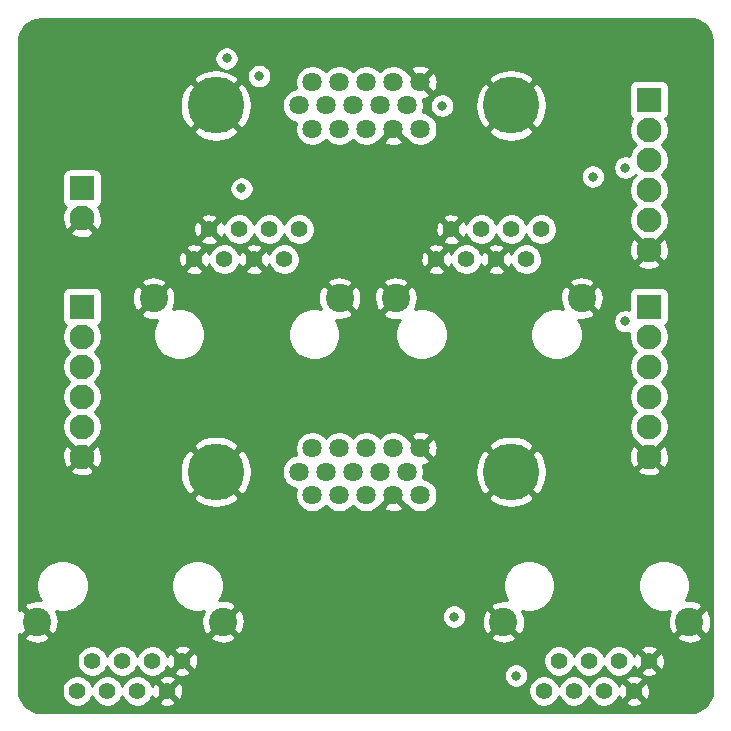
<source format=gbr>
%TF.GenerationSoftware,KiCad,Pcbnew,(5.1.7)-1*%
%TF.CreationDate,2021-02-10T20:21:02+01:00*%
%TF.ProjectId,ad57_adapter,61643537-5f61-4646-9170-7465722e6b69,rev?*%
%TF.SameCoordinates,Original*%
%TF.FileFunction,Copper,L2,Inr*%
%TF.FilePolarity,Positive*%
%FSLAX46Y46*%
G04 Gerber Fmt 4.6, Leading zero omitted, Abs format (unit mm)*
G04 Created by KiCad (PCBNEW (5.1.7)-1) date 2021-02-10 20:21:02*
%MOMM*%
%LPD*%
G01*
G04 APERTURE LIST*
%TA.AperFunction,ComponentPad*%
%ADD10R,2.100000X2.100000*%
%TD*%
%TA.AperFunction,ComponentPad*%
%ADD11C,2.100000*%
%TD*%
%TA.AperFunction,ComponentPad*%
%ADD12C,4.801000*%
%TD*%
%TA.AperFunction,ComponentPad*%
%ADD13C,1.638000*%
%TD*%
%TA.AperFunction,ComponentPad*%
%ADD14C,2.400000*%
%TD*%
%TA.AperFunction,ComponentPad*%
%ADD15C,1.400000*%
%TD*%
%TA.AperFunction,ViaPad*%
%ADD16C,0.800000*%
%TD*%
%TA.AperFunction,Conductor*%
%ADD17C,0.254000*%
%TD*%
%TA.AperFunction,Conductor*%
%ADD18C,0.100000*%
%TD*%
G04 APERTURE END LIST*
D10*
%TO.N,VIN*%
%TO.C,J1*%
X130500000Y-78000000D03*
D11*
%TO.N,GND*%
X130500000Y-80540000D03*
%TD*%
D10*
%TO.N,VIN*%
%TO.C,J3*%
X178500000Y-70500000D03*
D11*
%TO.N,USENS1*%
X178500000Y-73040000D03*
%TO.N,USENS2*%
X178500000Y-75580000D03*
%TO.N,DIN1*%
X178500000Y-78120000D03*
%TO.N,DIN2*%
X178500000Y-80660000D03*
%TO.N,GND*%
X178500000Y-83200000D03*
%TD*%
%TO.N,GND*%
%TO.C,J4*%
X178500000Y-100700000D03*
%TO.N,DOUT4*%
X178500000Y-98160000D03*
%TO.N,DOUT3*%
X178500000Y-95620000D03*
%TO.N,DOUT2*%
X178500000Y-93080000D03*
%TO.N,DOUT1*%
X178500000Y-90540000D03*
D10*
%TO.N,VIN*%
X178500000Y-88000000D03*
%TD*%
D12*
%TO.N,GND*%
%TO.C,J5*%
X166815000Y-101981000D03*
X141821000Y-101981000D03*
D13*
%TO.N,BZZOUT2*%
X159144000Y-103962000D03*
%TO.N,GND*%
X156858000Y-103962000D03*
%TO.N,DIN2*%
X154572000Y-103962000D03*
%TO.N,Net-(J5-Pad12)*%
X152286000Y-103962000D03*
%TO.N,USENS2*%
X150000000Y-103962000D03*
%TO.N,DOUT4*%
X158001000Y-101981000D03*
%TO.N,DOUT3*%
X155715000Y-101981000D03*
%TO.N,Net-(J5-Pad8)*%
X153429000Y-101981000D03*
%TO.N,Net-(J5-Pad7)*%
X151143000Y-101981000D03*
%TO.N,VIN*%
X148857000Y-101981000D03*
%TO.N,GND*%
X159144000Y-100000000D03*
%TO.N,EN2*%
X156858000Y-100000000D03*
%TO.N,TXD2*%
X154572000Y-100000000D03*
%TO.N,RXD2*%
X152286000Y-100000000D03*
%TO.N,VIN*%
X150000000Y-100000000D03*
%TD*%
%TO.N,VIN*%
%TO.C,J6*%
X150000000Y-69000000D03*
%TO.N,RXD1*%
X152286000Y-69000000D03*
%TO.N,TXD1*%
X154572000Y-69000000D03*
%TO.N,EN1*%
X156858000Y-69000000D03*
%TO.N,GND*%
X159144000Y-69000000D03*
%TO.N,VIN*%
X148857000Y-70981000D03*
%TO.N,CANLO*%
X151143000Y-70981000D03*
%TO.N,CANHI*%
X153429000Y-70981000D03*
%TO.N,DOUT1*%
X155715000Y-70981000D03*
%TO.N,DOUT2*%
X158001000Y-70981000D03*
%TO.N,USENS1*%
X150000000Y-72962000D03*
%TO.N,CANTERM*%
X152286000Y-72962000D03*
%TO.N,DIN1*%
X154572000Y-72962000D03*
%TO.N,GND*%
X156858000Y-72962000D03*
%TO.N,BZZOUT1*%
X159144000Y-72962000D03*
D12*
%TO.N,GND*%
X141821000Y-70981000D03*
X166815000Y-70981000D03*
%TD*%
D14*
%TO.N,GND*%
%TO.C,J7*%
X126680000Y-114700000D03*
X142430000Y-114700000D03*
D15*
%TO.N,VIN*%
X130110000Y-120540000D03*
X131380000Y-118000000D03*
%TO.N,Net-(J7-Pad6)*%
X132650000Y-120540000D03*
%TO.N,Net-(J7-Pad5)*%
X133920000Y-118000000D03*
%TO.N,RXD1*%
X135190000Y-120540000D03*
%TO.N,TXD1*%
X136460000Y-118000000D03*
%TO.N,GND*%
X137730000Y-120540000D03*
X139000000Y-118000000D03*
%TD*%
D10*
%TO.N,VIN*%
%TO.C,J8*%
X130500000Y-88000000D03*
D11*
%TO.N,EN1*%
X130500000Y-90540000D03*
%TO.N,EN2*%
X130500000Y-93080000D03*
%TO.N,BZZOUT1*%
X130500000Y-95620000D03*
%TO.N,BZZOUT2*%
X130500000Y-98160000D03*
%TO.N,GND*%
X130500000Y-100700000D03*
%TD*%
D14*
%TO.N,GND*%
%TO.C,J9*%
X152320000Y-87300000D03*
X136570000Y-87300000D03*
D15*
%TO.N,VIN*%
X148890000Y-81460000D03*
X147620000Y-84000000D03*
%TO.N,Net-(J9-Pad6)*%
X146350000Y-81460000D03*
%TO.N,GND*%
X145080000Y-84000000D03*
%TO.N,CANLO*%
X143810000Y-81460000D03*
%TO.N,CANHI*%
X142540000Y-84000000D03*
%TO.N,GND*%
X141270000Y-81460000D03*
X140000000Y-84000000D03*
%TD*%
%TO.N,GND*%
%TO.C,J10*%
X178500000Y-118000000D03*
X177230000Y-120540000D03*
%TO.N,TXD2*%
X175960000Y-118000000D03*
%TO.N,RXD2*%
X174690000Y-120540000D03*
%TO.N,Net-(J10-Pad5)*%
X173420000Y-118000000D03*
%TO.N,Net-(J10-Pad6)*%
X172150000Y-120540000D03*
%TO.N,VIN*%
X170880000Y-118000000D03*
X169610000Y-120540000D03*
D14*
%TO.N,GND*%
X181930000Y-114700000D03*
X166180000Y-114700000D03*
%TD*%
D15*
%TO.N,GND*%
%TO.C,J11*%
X160500000Y-84000000D03*
X161770000Y-81460000D03*
%TO.N,CANHI*%
X163040000Y-84000000D03*
%TO.N,CANLO*%
X164310000Y-81460000D03*
%TO.N,GND*%
X165580000Y-84000000D03*
%TO.N,Net-(J11-Pad6)*%
X166850000Y-81460000D03*
%TO.N,VIN*%
X168120000Y-84000000D03*
X169390000Y-81460000D03*
D14*
%TO.N,GND*%
X157070000Y-87300000D03*
X172820000Y-87300000D03*
%TD*%
D16*
%TO.N,DOUT2*%
X176500000Y-89250000D03*
X176500000Y-76250000D03*
%TO.N,DOUT1*%
X173750000Y-77000000D03*
%TO.N,RXD2*%
X162000000Y-114250000D03*
X167250000Y-119250000D03*
%TO.N,RXD1*%
X145500000Y-68500000D03*
%TO.N,TXD1*%
X142750000Y-67000000D03*
%TO.N,CANLO*%
X144000000Y-78000000D03*
%TO.N,BZZOUT1*%
X161000000Y-71000000D03*
%TD*%
D17*
%TO.N,GND*%
X182356775Y-63698147D02*
X182699967Y-63801763D01*
X183016489Y-63970062D01*
X183294299Y-64196637D01*
X183522806Y-64472856D01*
X183693310Y-64788197D01*
X183799319Y-65130656D01*
X183840000Y-65517712D01*
X183840001Y-120467711D01*
X183801853Y-120856776D01*
X183698238Y-121199964D01*
X183529939Y-121516489D01*
X183303365Y-121794296D01*
X183027146Y-122022805D01*
X182711803Y-122193310D01*
X182369344Y-122299319D01*
X181982288Y-122340000D01*
X127032279Y-122340000D01*
X126643224Y-122301853D01*
X126300036Y-122198238D01*
X125983511Y-122029939D01*
X125705704Y-121803365D01*
X125477195Y-121527146D01*
X125306690Y-121211803D01*
X125200681Y-120869344D01*
X125160000Y-120482288D01*
X125160000Y-120408514D01*
X128775000Y-120408514D01*
X128775000Y-120671486D01*
X128826304Y-120929405D01*
X128926939Y-121172359D01*
X129073038Y-121391013D01*
X129258987Y-121576962D01*
X129477641Y-121723061D01*
X129720595Y-121823696D01*
X129978514Y-121875000D01*
X130241486Y-121875000D01*
X130499405Y-121823696D01*
X130742359Y-121723061D01*
X130961013Y-121576962D01*
X131146962Y-121391013D01*
X131293061Y-121172359D01*
X131380000Y-120962470D01*
X131466939Y-121172359D01*
X131613038Y-121391013D01*
X131798987Y-121576962D01*
X132017641Y-121723061D01*
X132260595Y-121823696D01*
X132518514Y-121875000D01*
X132781486Y-121875000D01*
X133039405Y-121823696D01*
X133282359Y-121723061D01*
X133501013Y-121576962D01*
X133686962Y-121391013D01*
X133833061Y-121172359D01*
X133920000Y-120962470D01*
X134006939Y-121172359D01*
X134153038Y-121391013D01*
X134338987Y-121576962D01*
X134557641Y-121723061D01*
X134800595Y-121823696D01*
X135058514Y-121875000D01*
X135321486Y-121875000D01*
X135579405Y-121823696D01*
X135822359Y-121723061D01*
X136041013Y-121576962D01*
X136156706Y-121461269D01*
X136988336Y-121461269D01*
X137047797Y-121695037D01*
X137286242Y-121805934D01*
X137541740Y-121868183D01*
X137804473Y-121879390D01*
X138064344Y-121839125D01*
X138311366Y-121748935D01*
X138412203Y-121695037D01*
X138471664Y-121461269D01*
X137730000Y-120719605D01*
X136988336Y-121461269D01*
X136156706Y-121461269D01*
X136226962Y-121391013D01*
X136373061Y-121172359D01*
X136461621Y-120958556D01*
X136521065Y-121121366D01*
X136574963Y-121222203D01*
X136808731Y-121281664D01*
X137550395Y-120540000D01*
X137909605Y-120540000D01*
X138651269Y-121281664D01*
X138885037Y-121222203D01*
X138995934Y-120983758D01*
X139058183Y-120728260D01*
X139069390Y-120465527D01*
X139060557Y-120408514D01*
X168275000Y-120408514D01*
X168275000Y-120671486D01*
X168326304Y-120929405D01*
X168426939Y-121172359D01*
X168573038Y-121391013D01*
X168758987Y-121576962D01*
X168977641Y-121723061D01*
X169220595Y-121823696D01*
X169478514Y-121875000D01*
X169741486Y-121875000D01*
X169999405Y-121823696D01*
X170242359Y-121723061D01*
X170461013Y-121576962D01*
X170646962Y-121391013D01*
X170793061Y-121172359D01*
X170880000Y-120962470D01*
X170966939Y-121172359D01*
X171113038Y-121391013D01*
X171298987Y-121576962D01*
X171517641Y-121723061D01*
X171760595Y-121823696D01*
X172018514Y-121875000D01*
X172281486Y-121875000D01*
X172539405Y-121823696D01*
X172782359Y-121723061D01*
X173001013Y-121576962D01*
X173186962Y-121391013D01*
X173333061Y-121172359D01*
X173420000Y-120962470D01*
X173506939Y-121172359D01*
X173653038Y-121391013D01*
X173838987Y-121576962D01*
X174057641Y-121723061D01*
X174300595Y-121823696D01*
X174558514Y-121875000D01*
X174821486Y-121875000D01*
X175079405Y-121823696D01*
X175322359Y-121723061D01*
X175541013Y-121576962D01*
X175656706Y-121461269D01*
X176488336Y-121461269D01*
X176547797Y-121695037D01*
X176786242Y-121805934D01*
X177041740Y-121868183D01*
X177304473Y-121879390D01*
X177564344Y-121839125D01*
X177811366Y-121748935D01*
X177912203Y-121695037D01*
X177971664Y-121461269D01*
X177230000Y-120719605D01*
X176488336Y-121461269D01*
X175656706Y-121461269D01*
X175726962Y-121391013D01*
X175873061Y-121172359D01*
X175961621Y-120958556D01*
X176021065Y-121121366D01*
X176074963Y-121222203D01*
X176308731Y-121281664D01*
X177050395Y-120540000D01*
X177409605Y-120540000D01*
X178151269Y-121281664D01*
X178385037Y-121222203D01*
X178495934Y-120983758D01*
X178558183Y-120728260D01*
X178569390Y-120465527D01*
X178529125Y-120205656D01*
X178438935Y-119958634D01*
X178385037Y-119857797D01*
X178151269Y-119798336D01*
X177409605Y-120540000D01*
X177050395Y-120540000D01*
X176308731Y-119798336D01*
X176074963Y-119857797D01*
X175964066Y-120096242D01*
X175959294Y-120115827D01*
X175873061Y-119907641D01*
X175726962Y-119688987D01*
X175656706Y-119618731D01*
X176488336Y-119618731D01*
X177230000Y-120360395D01*
X177971664Y-119618731D01*
X177912203Y-119384963D01*
X177673758Y-119274066D01*
X177418260Y-119211817D01*
X177155527Y-119200610D01*
X176895656Y-119240875D01*
X176648634Y-119331065D01*
X176547797Y-119384963D01*
X176488336Y-119618731D01*
X175656706Y-119618731D01*
X175541013Y-119503038D01*
X175322359Y-119356939D01*
X175079405Y-119256304D01*
X174821486Y-119205000D01*
X174558514Y-119205000D01*
X174300595Y-119256304D01*
X174057641Y-119356939D01*
X173838987Y-119503038D01*
X173653038Y-119688987D01*
X173506939Y-119907641D01*
X173420000Y-120117530D01*
X173333061Y-119907641D01*
X173186962Y-119688987D01*
X173001013Y-119503038D01*
X172782359Y-119356939D01*
X172539405Y-119256304D01*
X172281486Y-119205000D01*
X172018514Y-119205000D01*
X171760595Y-119256304D01*
X171517641Y-119356939D01*
X171298987Y-119503038D01*
X171113038Y-119688987D01*
X170966939Y-119907641D01*
X170880000Y-120117530D01*
X170793061Y-119907641D01*
X170646962Y-119688987D01*
X170461013Y-119503038D01*
X170242359Y-119356939D01*
X169999405Y-119256304D01*
X169741486Y-119205000D01*
X169478514Y-119205000D01*
X169220595Y-119256304D01*
X168977641Y-119356939D01*
X168758987Y-119503038D01*
X168573038Y-119688987D01*
X168426939Y-119907641D01*
X168326304Y-120150595D01*
X168275000Y-120408514D01*
X139060557Y-120408514D01*
X139029125Y-120205656D01*
X138938935Y-119958634D01*
X138885037Y-119857797D01*
X138651269Y-119798336D01*
X137909605Y-120540000D01*
X137550395Y-120540000D01*
X136808731Y-119798336D01*
X136574963Y-119857797D01*
X136464066Y-120096242D01*
X136459294Y-120115827D01*
X136373061Y-119907641D01*
X136226962Y-119688987D01*
X136156706Y-119618731D01*
X136988336Y-119618731D01*
X137730000Y-120360395D01*
X138471664Y-119618731D01*
X138412203Y-119384963D01*
X138173758Y-119274066D01*
X137918260Y-119211817D01*
X137655527Y-119200610D01*
X137395656Y-119240875D01*
X137148634Y-119331065D01*
X137047797Y-119384963D01*
X136988336Y-119618731D01*
X136156706Y-119618731D01*
X136041013Y-119503038D01*
X135822359Y-119356939D01*
X135579405Y-119256304D01*
X135321486Y-119205000D01*
X135058514Y-119205000D01*
X134800595Y-119256304D01*
X134557641Y-119356939D01*
X134338987Y-119503038D01*
X134153038Y-119688987D01*
X134006939Y-119907641D01*
X133920000Y-120117530D01*
X133833061Y-119907641D01*
X133686962Y-119688987D01*
X133501013Y-119503038D01*
X133282359Y-119356939D01*
X133039405Y-119256304D01*
X132781486Y-119205000D01*
X132518514Y-119205000D01*
X132260595Y-119256304D01*
X132017641Y-119356939D01*
X131798987Y-119503038D01*
X131613038Y-119688987D01*
X131466939Y-119907641D01*
X131380000Y-120117530D01*
X131293061Y-119907641D01*
X131146962Y-119688987D01*
X130961013Y-119503038D01*
X130742359Y-119356939D01*
X130499405Y-119256304D01*
X130241486Y-119205000D01*
X129978514Y-119205000D01*
X129720595Y-119256304D01*
X129477641Y-119356939D01*
X129258987Y-119503038D01*
X129073038Y-119688987D01*
X128926939Y-119907641D01*
X128826304Y-120150595D01*
X128775000Y-120408514D01*
X125160000Y-120408514D01*
X125160000Y-117868514D01*
X130045000Y-117868514D01*
X130045000Y-118131486D01*
X130096304Y-118389405D01*
X130196939Y-118632359D01*
X130343038Y-118851013D01*
X130528987Y-119036962D01*
X130747641Y-119183061D01*
X130990595Y-119283696D01*
X131248514Y-119335000D01*
X131511486Y-119335000D01*
X131769405Y-119283696D01*
X132012359Y-119183061D01*
X132231013Y-119036962D01*
X132416962Y-118851013D01*
X132563061Y-118632359D01*
X132650000Y-118422470D01*
X132736939Y-118632359D01*
X132883038Y-118851013D01*
X133068987Y-119036962D01*
X133287641Y-119183061D01*
X133530595Y-119283696D01*
X133788514Y-119335000D01*
X134051486Y-119335000D01*
X134309405Y-119283696D01*
X134552359Y-119183061D01*
X134771013Y-119036962D01*
X134956962Y-118851013D01*
X135103061Y-118632359D01*
X135190000Y-118422470D01*
X135276939Y-118632359D01*
X135423038Y-118851013D01*
X135608987Y-119036962D01*
X135827641Y-119183061D01*
X136070595Y-119283696D01*
X136328514Y-119335000D01*
X136591486Y-119335000D01*
X136849405Y-119283696D01*
X137092359Y-119183061D01*
X137311013Y-119036962D01*
X137426706Y-118921269D01*
X138258336Y-118921269D01*
X138317797Y-119155037D01*
X138556242Y-119265934D01*
X138811740Y-119328183D01*
X139074473Y-119339390D01*
X139334344Y-119299125D01*
X139581366Y-119208935D01*
X139682203Y-119155037D01*
X139683977Y-119148061D01*
X166215000Y-119148061D01*
X166215000Y-119351939D01*
X166254774Y-119551898D01*
X166332795Y-119740256D01*
X166446063Y-119909774D01*
X166590226Y-120053937D01*
X166759744Y-120167205D01*
X166948102Y-120245226D01*
X167148061Y-120285000D01*
X167351939Y-120285000D01*
X167551898Y-120245226D01*
X167740256Y-120167205D01*
X167909774Y-120053937D01*
X168053937Y-119909774D01*
X168167205Y-119740256D01*
X168245226Y-119551898D01*
X168285000Y-119351939D01*
X168285000Y-119148061D01*
X168245226Y-118948102D01*
X168167205Y-118759744D01*
X168053937Y-118590226D01*
X167909774Y-118446063D01*
X167740256Y-118332795D01*
X167551898Y-118254774D01*
X167351939Y-118215000D01*
X167148061Y-118215000D01*
X166948102Y-118254774D01*
X166759744Y-118332795D01*
X166590226Y-118446063D01*
X166446063Y-118590226D01*
X166332795Y-118759744D01*
X166254774Y-118948102D01*
X166215000Y-119148061D01*
X139683977Y-119148061D01*
X139741664Y-118921269D01*
X139000000Y-118179605D01*
X138258336Y-118921269D01*
X137426706Y-118921269D01*
X137496962Y-118851013D01*
X137643061Y-118632359D01*
X137731621Y-118418556D01*
X137791065Y-118581366D01*
X137844963Y-118682203D01*
X138078731Y-118741664D01*
X138820395Y-118000000D01*
X139179605Y-118000000D01*
X139921269Y-118741664D01*
X140155037Y-118682203D01*
X140265934Y-118443758D01*
X140328183Y-118188260D01*
X140339390Y-117925527D01*
X140330557Y-117868514D01*
X169545000Y-117868514D01*
X169545000Y-118131486D01*
X169596304Y-118389405D01*
X169696939Y-118632359D01*
X169843038Y-118851013D01*
X170028987Y-119036962D01*
X170247641Y-119183061D01*
X170490595Y-119283696D01*
X170748514Y-119335000D01*
X171011486Y-119335000D01*
X171269405Y-119283696D01*
X171512359Y-119183061D01*
X171731013Y-119036962D01*
X171916962Y-118851013D01*
X172063061Y-118632359D01*
X172150000Y-118422470D01*
X172236939Y-118632359D01*
X172383038Y-118851013D01*
X172568987Y-119036962D01*
X172787641Y-119183061D01*
X173030595Y-119283696D01*
X173288514Y-119335000D01*
X173551486Y-119335000D01*
X173809405Y-119283696D01*
X174052359Y-119183061D01*
X174271013Y-119036962D01*
X174456962Y-118851013D01*
X174603061Y-118632359D01*
X174690000Y-118422470D01*
X174776939Y-118632359D01*
X174923038Y-118851013D01*
X175108987Y-119036962D01*
X175327641Y-119183061D01*
X175570595Y-119283696D01*
X175828514Y-119335000D01*
X176091486Y-119335000D01*
X176349405Y-119283696D01*
X176592359Y-119183061D01*
X176811013Y-119036962D01*
X176926706Y-118921269D01*
X177758336Y-118921269D01*
X177817797Y-119155037D01*
X178056242Y-119265934D01*
X178311740Y-119328183D01*
X178574473Y-119339390D01*
X178834344Y-119299125D01*
X179081366Y-119208935D01*
X179182203Y-119155037D01*
X179241664Y-118921269D01*
X178500000Y-118179605D01*
X177758336Y-118921269D01*
X176926706Y-118921269D01*
X176996962Y-118851013D01*
X177143061Y-118632359D01*
X177231621Y-118418556D01*
X177291065Y-118581366D01*
X177344963Y-118682203D01*
X177578731Y-118741664D01*
X178320395Y-118000000D01*
X178679605Y-118000000D01*
X179421269Y-118741664D01*
X179655037Y-118682203D01*
X179765934Y-118443758D01*
X179828183Y-118188260D01*
X179839390Y-117925527D01*
X179799125Y-117665656D01*
X179708935Y-117418634D01*
X179655037Y-117317797D01*
X179421269Y-117258336D01*
X178679605Y-118000000D01*
X178320395Y-118000000D01*
X177578731Y-117258336D01*
X177344963Y-117317797D01*
X177234066Y-117556242D01*
X177229294Y-117575827D01*
X177143061Y-117367641D01*
X176996962Y-117148987D01*
X176926706Y-117078731D01*
X177758336Y-117078731D01*
X178500000Y-117820395D01*
X179241664Y-117078731D01*
X179182203Y-116844963D01*
X178943758Y-116734066D01*
X178688260Y-116671817D01*
X178425527Y-116660610D01*
X178165656Y-116700875D01*
X177918634Y-116791065D01*
X177817797Y-116844963D01*
X177758336Y-117078731D01*
X176926706Y-117078731D01*
X176811013Y-116963038D01*
X176592359Y-116816939D01*
X176349405Y-116716304D01*
X176091486Y-116665000D01*
X175828514Y-116665000D01*
X175570595Y-116716304D01*
X175327641Y-116816939D01*
X175108987Y-116963038D01*
X174923038Y-117148987D01*
X174776939Y-117367641D01*
X174690000Y-117577530D01*
X174603061Y-117367641D01*
X174456962Y-117148987D01*
X174271013Y-116963038D01*
X174052359Y-116816939D01*
X173809405Y-116716304D01*
X173551486Y-116665000D01*
X173288514Y-116665000D01*
X173030595Y-116716304D01*
X172787641Y-116816939D01*
X172568987Y-116963038D01*
X172383038Y-117148987D01*
X172236939Y-117367641D01*
X172150000Y-117577530D01*
X172063061Y-117367641D01*
X171916962Y-117148987D01*
X171731013Y-116963038D01*
X171512359Y-116816939D01*
X171269405Y-116716304D01*
X171011486Y-116665000D01*
X170748514Y-116665000D01*
X170490595Y-116716304D01*
X170247641Y-116816939D01*
X170028987Y-116963038D01*
X169843038Y-117148987D01*
X169696939Y-117367641D01*
X169596304Y-117610595D01*
X169545000Y-117868514D01*
X140330557Y-117868514D01*
X140299125Y-117665656D01*
X140208935Y-117418634D01*
X140155037Y-117317797D01*
X139921269Y-117258336D01*
X139179605Y-118000000D01*
X138820395Y-118000000D01*
X138078731Y-117258336D01*
X137844963Y-117317797D01*
X137734066Y-117556242D01*
X137729294Y-117575827D01*
X137643061Y-117367641D01*
X137496962Y-117148987D01*
X137426706Y-117078731D01*
X138258336Y-117078731D01*
X139000000Y-117820395D01*
X139741664Y-117078731D01*
X139682203Y-116844963D01*
X139443758Y-116734066D01*
X139188260Y-116671817D01*
X138925527Y-116660610D01*
X138665656Y-116700875D01*
X138418634Y-116791065D01*
X138317797Y-116844963D01*
X138258336Y-117078731D01*
X137426706Y-117078731D01*
X137311013Y-116963038D01*
X137092359Y-116816939D01*
X136849405Y-116716304D01*
X136591486Y-116665000D01*
X136328514Y-116665000D01*
X136070595Y-116716304D01*
X135827641Y-116816939D01*
X135608987Y-116963038D01*
X135423038Y-117148987D01*
X135276939Y-117367641D01*
X135190000Y-117577530D01*
X135103061Y-117367641D01*
X134956962Y-117148987D01*
X134771013Y-116963038D01*
X134552359Y-116816939D01*
X134309405Y-116716304D01*
X134051486Y-116665000D01*
X133788514Y-116665000D01*
X133530595Y-116716304D01*
X133287641Y-116816939D01*
X133068987Y-116963038D01*
X132883038Y-117148987D01*
X132736939Y-117367641D01*
X132650000Y-117577530D01*
X132563061Y-117367641D01*
X132416962Y-117148987D01*
X132231013Y-116963038D01*
X132012359Y-116816939D01*
X131769405Y-116716304D01*
X131511486Y-116665000D01*
X131248514Y-116665000D01*
X130990595Y-116716304D01*
X130747641Y-116816939D01*
X130528987Y-116963038D01*
X130343038Y-117148987D01*
X130196939Y-117367641D01*
X130096304Y-117610595D01*
X130045000Y-117868514D01*
X125160000Y-117868514D01*
X125160000Y-115977980D01*
X125581626Y-115977980D01*
X125701514Y-116262836D01*
X126025210Y-116423699D01*
X126374069Y-116518322D01*
X126734684Y-116543067D01*
X127093198Y-116496985D01*
X127435833Y-116381846D01*
X127658486Y-116262836D01*
X127778374Y-115977980D01*
X141331626Y-115977980D01*
X141451514Y-116262836D01*
X141775210Y-116423699D01*
X142124069Y-116518322D01*
X142484684Y-116543067D01*
X142843198Y-116496985D01*
X143185833Y-116381846D01*
X143408486Y-116262836D01*
X143528374Y-115977980D01*
X165081626Y-115977980D01*
X165201514Y-116262836D01*
X165525210Y-116423699D01*
X165874069Y-116518322D01*
X166234684Y-116543067D01*
X166593198Y-116496985D01*
X166935833Y-116381846D01*
X167158486Y-116262836D01*
X167278374Y-115977980D01*
X180831626Y-115977980D01*
X180951514Y-116262836D01*
X181275210Y-116423699D01*
X181624069Y-116518322D01*
X181984684Y-116543067D01*
X182343198Y-116496985D01*
X182685833Y-116381846D01*
X182908486Y-116262836D01*
X183028374Y-115977980D01*
X181930000Y-114879605D01*
X180831626Y-115977980D01*
X167278374Y-115977980D01*
X166180000Y-114879605D01*
X165081626Y-115977980D01*
X143528374Y-115977980D01*
X142430000Y-114879605D01*
X141331626Y-115977980D01*
X127778374Y-115977980D01*
X126680000Y-114879605D01*
X125581626Y-115977980D01*
X125160000Y-115977980D01*
X125160000Y-115696514D01*
X125402020Y-115798374D01*
X126500395Y-114700000D01*
X125402020Y-113601626D01*
X125160000Y-113703486D01*
X125160000Y-113422020D01*
X125581626Y-113422020D01*
X126680000Y-114520395D01*
X126694142Y-114506252D01*
X126873748Y-114685858D01*
X126859605Y-114700000D01*
X127957980Y-115798374D01*
X128242836Y-115678486D01*
X128403699Y-115354790D01*
X128498322Y-115005931D01*
X128523067Y-114645316D01*
X128476985Y-114286802D01*
X128361846Y-113944167D01*
X128286614Y-113803417D01*
X128621349Y-113870000D01*
X129058651Y-113870000D01*
X129487550Y-113784687D01*
X129891564Y-113617339D01*
X130255168Y-113374387D01*
X130564387Y-113065168D01*
X130807339Y-112701564D01*
X130974687Y-112297550D01*
X131060000Y-111868651D01*
X131060000Y-111431349D01*
X138050000Y-111431349D01*
X138050000Y-111868651D01*
X138135313Y-112297550D01*
X138302661Y-112701564D01*
X138545613Y-113065168D01*
X138854832Y-113374387D01*
X139218436Y-113617339D01*
X139622450Y-113784687D01*
X140051349Y-113870000D01*
X140488651Y-113870000D01*
X140826799Y-113802738D01*
X140706301Y-114045210D01*
X140611678Y-114394069D01*
X140586933Y-114754684D01*
X140633015Y-115113198D01*
X140748154Y-115455833D01*
X140867164Y-115678486D01*
X141152020Y-115798374D01*
X142250395Y-114700000D01*
X142609605Y-114700000D01*
X143707980Y-115798374D01*
X143992836Y-115678486D01*
X144153699Y-115354790D01*
X144248322Y-115005931D01*
X144273067Y-114645316D01*
X144226985Y-114286802D01*
X144180363Y-114148061D01*
X160965000Y-114148061D01*
X160965000Y-114351939D01*
X161004774Y-114551898D01*
X161082795Y-114740256D01*
X161196063Y-114909774D01*
X161340226Y-115053937D01*
X161509744Y-115167205D01*
X161698102Y-115245226D01*
X161898061Y-115285000D01*
X162101939Y-115285000D01*
X162301898Y-115245226D01*
X162490256Y-115167205D01*
X162659774Y-115053937D01*
X162803937Y-114909774D01*
X162907564Y-114754684D01*
X164336933Y-114754684D01*
X164383015Y-115113198D01*
X164498154Y-115455833D01*
X164617164Y-115678486D01*
X164902020Y-115798374D01*
X166000395Y-114700000D01*
X164902020Y-113601626D01*
X164617164Y-113721514D01*
X164456301Y-114045210D01*
X164361678Y-114394069D01*
X164336933Y-114754684D01*
X162907564Y-114754684D01*
X162917205Y-114740256D01*
X162995226Y-114551898D01*
X163035000Y-114351939D01*
X163035000Y-114148061D01*
X162995226Y-113948102D01*
X162917205Y-113759744D01*
X162803937Y-113590226D01*
X162659774Y-113446063D01*
X162623792Y-113422020D01*
X165081626Y-113422020D01*
X166180000Y-114520395D01*
X166194142Y-114506252D01*
X166373748Y-114685858D01*
X166359605Y-114700000D01*
X167457980Y-115798374D01*
X167742836Y-115678486D01*
X167903699Y-115354790D01*
X167998322Y-115005931D01*
X168023067Y-114645316D01*
X167976985Y-114286802D01*
X167861846Y-113944167D01*
X167786614Y-113803417D01*
X168121349Y-113870000D01*
X168558651Y-113870000D01*
X168987550Y-113784687D01*
X169391564Y-113617339D01*
X169755168Y-113374387D01*
X170064387Y-113065168D01*
X170307339Y-112701564D01*
X170474687Y-112297550D01*
X170560000Y-111868651D01*
X170560000Y-111431349D01*
X177550000Y-111431349D01*
X177550000Y-111868651D01*
X177635313Y-112297550D01*
X177802661Y-112701564D01*
X178045613Y-113065168D01*
X178354832Y-113374387D01*
X178718436Y-113617339D01*
X179122450Y-113784687D01*
X179551349Y-113870000D01*
X179988651Y-113870000D01*
X180326799Y-113802738D01*
X180206301Y-114045210D01*
X180111678Y-114394069D01*
X180086933Y-114754684D01*
X180133015Y-115113198D01*
X180248154Y-115455833D01*
X180367164Y-115678486D01*
X180652020Y-115798374D01*
X181750395Y-114700000D01*
X182109605Y-114700000D01*
X183207980Y-115798374D01*
X183492836Y-115678486D01*
X183653699Y-115354790D01*
X183748322Y-115005931D01*
X183773067Y-114645316D01*
X183726985Y-114286802D01*
X183611846Y-113944167D01*
X183492836Y-113721514D01*
X183207980Y-113601626D01*
X182109605Y-114700000D01*
X181750395Y-114700000D01*
X181736252Y-114685858D01*
X181915858Y-114506252D01*
X181930000Y-114520395D01*
X183028374Y-113422020D01*
X182908486Y-113137164D01*
X182584790Y-112976301D01*
X182235931Y-112881678D01*
X181875316Y-112856933D01*
X181610808Y-112890932D01*
X181737339Y-112701564D01*
X181904687Y-112297550D01*
X181990000Y-111868651D01*
X181990000Y-111431349D01*
X181904687Y-111002450D01*
X181737339Y-110598436D01*
X181494387Y-110234832D01*
X181185168Y-109925613D01*
X180821564Y-109682661D01*
X180417550Y-109515313D01*
X179988651Y-109430000D01*
X179551349Y-109430000D01*
X179122450Y-109515313D01*
X178718436Y-109682661D01*
X178354832Y-109925613D01*
X178045613Y-110234832D01*
X177802661Y-110598436D01*
X177635313Y-111002450D01*
X177550000Y-111431349D01*
X170560000Y-111431349D01*
X170474687Y-111002450D01*
X170307339Y-110598436D01*
X170064387Y-110234832D01*
X169755168Y-109925613D01*
X169391564Y-109682661D01*
X168987550Y-109515313D01*
X168558651Y-109430000D01*
X168121349Y-109430000D01*
X167692450Y-109515313D01*
X167288436Y-109682661D01*
X166924832Y-109925613D01*
X166615613Y-110234832D01*
X166372661Y-110598436D01*
X166205313Y-111002450D01*
X166120000Y-111431349D01*
X166120000Y-111868651D01*
X166205313Y-112297550D01*
X166372661Y-112701564D01*
X166494576Y-112884023D01*
X166485931Y-112881678D01*
X166125316Y-112856933D01*
X165766802Y-112903015D01*
X165424167Y-113018154D01*
X165201514Y-113137164D01*
X165081626Y-113422020D01*
X162623792Y-113422020D01*
X162490256Y-113332795D01*
X162301898Y-113254774D01*
X162101939Y-113215000D01*
X161898061Y-113215000D01*
X161698102Y-113254774D01*
X161509744Y-113332795D01*
X161340226Y-113446063D01*
X161196063Y-113590226D01*
X161082795Y-113759744D01*
X161004774Y-113948102D01*
X160965000Y-114148061D01*
X144180363Y-114148061D01*
X144111846Y-113944167D01*
X143992836Y-113721514D01*
X143707980Y-113601626D01*
X142609605Y-114700000D01*
X142250395Y-114700000D01*
X142236252Y-114685858D01*
X142415858Y-114506252D01*
X142430000Y-114520395D01*
X143528374Y-113422020D01*
X143408486Y-113137164D01*
X143084790Y-112976301D01*
X142735931Y-112881678D01*
X142375316Y-112856933D01*
X142110808Y-112890932D01*
X142237339Y-112701564D01*
X142404687Y-112297550D01*
X142490000Y-111868651D01*
X142490000Y-111431349D01*
X142404687Y-111002450D01*
X142237339Y-110598436D01*
X141994387Y-110234832D01*
X141685168Y-109925613D01*
X141321564Y-109682661D01*
X140917550Y-109515313D01*
X140488651Y-109430000D01*
X140051349Y-109430000D01*
X139622450Y-109515313D01*
X139218436Y-109682661D01*
X138854832Y-109925613D01*
X138545613Y-110234832D01*
X138302661Y-110598436D01*
X138135313Y-111002450D01*
X138050000Y-111431349D01*
X131060000Y-111431349D01*
X130974687Y-111002450D01*
X130807339Y-110598436D01*
X130564387Y-110234832D01*
X130255168Y-109925613D01*
X129891564Y-109682661D01*
X129487550Y-109515313D01*
X129058651Y-109430000D01*
X128621349Y-109430000D01*
X128192450Y-109515313D01*
X127788436Y-109682661D01*
X127424832Y-109925613D01*
X127115613Y-110234832D01*
X126872661Y-110598436D01*
X126705313Y-111002450D01*
X126620000Y-111431349D01*
X126620000Y-111868651D01*
X126705313Y-112297550D01*
X126872661Y-112701564D01*
X126994576Y-112884023D01*
X126985931Y-112881678D01*
X126625316Y-112856933D01*
X126266802Y-112903015D01*
X125924167Y-113018154D01*
X125701514Y-113137164D01*
X125581626Y-113422020D01*
X125160000Y-113422020D01*
X125160000Y-104113384D01*
X139868221Y-104113384D01*
X140132445Y-104521162D01*
X140660451Y-104801775D01*
X141233056Y-104973986D01*
X141828256Y-105031179D01*
X142423176Y-104971155D01*
X142994956Y-104796221D01*
X143509555Y-104521162D01*
X143773779Y-104113384D01*
X141821000Y-102160605D01*
X139868221Y-104113384D01*
X125160000Y-104113384D01*
X125160000Y-101871066D01*
X129508539Y-101871066D01*
X129610339Y-102140579D01*
X129908477Y-102286463D01*
X130229346Y-102371380D01*
X130560617Y-102392066D01*
X130889557Y-102347728D01*
X131203527Y-102240069D01*
X131389661Y-102140579D01*
X131447196Y-101988256D01*
X138770821Y-101988256D01*
X138830845Y-102583176D01*
X139005779Y-103154956D01*
X139280838Y-103669555D01*
X139688616Y-103933779D01*
X141641395Y-101981000D01*
X142000605Y-101981000D01*
X143953384Y-103933779D01*
X144361162Y-103669555D01*
X144641775Y-103141549D01*
X144813986Y-102568944D01*
X144871179Y-101973744D01*
X144857463Y-101837794D01*
X147403000Y-101837794D01*
X147403000Y-102124206D01*
X147458877Y-102405116D01*
X147568482Y-102669727D01*
X147727605Y-102907871D01*
X147930129Y-103110395D01*
X148168273Y-103269518D01*
X148432884Y-103379123D01*
X148649768Y-103422264D01*
X148601877Y-103537884D01*
X148546000Y-103818794D01*
X148546000Y-104105206D01*
X148601877Y-104386116D01*
X148711482Y-104650727D01*
X148870605Y-104888871D01*
X149073129Y-105091395D01*
X149311273Y-105250518D01*
X149575884Y-105360123D01*
X149856794Y-105416000D01*
X150143206Y-105416000D01*
X150424116Y-105360123D01*
X150688727Y-105250518D01*
X150926871Y-105091395D01*
X151129395Y-104888871D01*
X151143000Y-104868510D01*
X151156605Y-104888871D01*
X151359129Y-105091395D01*
X151597273Y-105250518D01*
X151861884Y-105360123D01*
X152142794Y-105416000D01*
X152429206Y-105416000D01*
X152710116Y-105360123D01*
X152974727Y-105250518D01*
X153212871Y-105091395D01*
X153415395Y-104888871D01*
X153429000Y-104868510D01*
X153442605Y-104888871D01*
X153645129Y-105091395D01*
X153883273Y-105250518D01*
X154147884Y-105360123D01*
X154428794Y-105416000D01*
X154715206Y-105416000D01*
X154996116Y-105360123D01*
X155260727Y-105250518D01*
X155498871Y-105091395D01*
X155621998Y-104968268D01*
X156031337Y-104968268D01*
X156105221Y-105214177D01*
X156363973Y-105336977D01*
X156641711Y-105406937D01*
X156927760Y-105421369D01*
X157211128Y-105379718D01*
X157480926Y-105283585D01*
X157610779Y-105214177D01*
X157684663Y-104968268D01*
X156858000Y-104141605D01*
X156031337Y-104968268D01*
X155621998Y-104968268D01*
X155701395Y-104888871D01*
X155782292Y-104767800D01*
X155851732Y-104788663D01*
X156678395Y-103962000D01*
X156664253Y-103947858D01*
X156843858Y-103768253D01*
X156858000Y-103782395D01*
X156872143Y-103768253D01*
X157051748Y-103947858D01*
X157037605Y-103962000D01*
X157864268Y-104788663D01*
X157933708Y-104767800D01*
X158014605Y-104888871D01*
X158217129Y-105091395D01*
X158455273Y-105250518D01*
X158719884Y-105360123D01*
X159000794Y-105416000D01*
X159287206Y-105416000D01*
X159568116Y-105360123D01*
X159832727Y-105250518D01*
X160070871Y-105091395D01*
X160273395Y-104888871D01*
X160432518Y-104650727D01*
X160542123Y-104386116D01*
X160596373Y-104113384D01*
X164862221Y-104113384D01*
X165126445Y-104521162D01*
X165654451Y-104801775D01*
X166227056Y-104973986D01*
X166822256Y-105031179D01*
X167417176Y-104971155D01*
X167988956Y-104796221D01*
X168503555Y-104521162D01*
X168767779Y-104113384D01*
X166815000Y-102160605D01*
X164862221Y-104113384D01*
X160596373Y-104113384D01*
X160598000Y-104105206D01*
X160598000Y-103818794D01*
X160542123Y-103537884D01*
X160432518Y-103273273D01*
X160273395Y-103035129D01*
X160070871Y-102832605D01*
X159832727Y-102673482D01*
X159568116Y-102563877D01*
X159351232Y-102520736D01*
X159399123Y-102405116D01*
X159455000Y-102124206D01*
X159455000Y-101988256D01*
X163764821Y-101988256D01*
X163824845Y-102583176D01*
X163999779Y-103154956D01*
X164274838Y-103669555D01*
X164682616Y-103933779D01*
X166635395Y-101981000D01*
X166994605Y-101981000D01*
X168947384Y-103933779D01*
X169355162Y-103669555D01*
X169635775Y-103141549D01*
X169807986Y-102568944D01*
X169865179Y-101973744D01*
X169854820Y-101871066D01*
X177508539Y-101871066D01*
X177610339Y-102140579D01*
X177908477Y-102286463D01*
X178229346Y-102371380D01*
X178560617Y-102392066D01*
X178889557Y-102347728D01*
X179203527Y-102240069D01*
X179389661Y-102140579D01*
X179491461Y-101871066D01*
X178500000Y-100879605D01*
X177508539Y-101871066D01*
X169854820Y-101871066D01*
X169805155Y-101378824D01*
X169630221Y-100807044D01*
X169605406Y-100760617D01*
X176807934Y-100760617D01*
X176852272Y-101089557D01*
X176959931Y-101403527D01*
X177059421Y-101589661D01*
X177328934Y-101691461D01*
X178320395Y-100700000D01*
X178679605Y-100700000D01*
X179671066Y-101691461D01*
X179940579Y-101589661D01*
X180086463Y-101291523D01*
X180171380Y-100970654D01*
X180192066Y-100639383D01*
X180147728Y-100310443D01*
X180040069Y-99996473D01*
X179940579Y-99810339D01*
X179671066Y-99708539D01*
X178679605Y-100700000D01*
X178320395Y-100700000D01*
X177328934Y-99708539D01*
X177059421Y-99810339D01*
X176913537Y-100108477D01*
X176828620Y-100429346D01*
X176807934Y-100760617D01*
X169605406Y-100760617D01*
X169355162Y-100292445D01*
X168947384Y-100028221D01*
X166994605Y-101981000D01*
X166635395Y-101981000D01*
X164682616Y-100028221D01*
X164274838Y-100292445D01*
X163994225Y-100820451D01*
X163822014Y-101393056D01*
X163764821Y-101988256D01*
X159455000Y-101988256D01*
X159455000Y-101837794D01*
X159399123Y-101556884D01*
X159350411Y-101439283D01*
X159497128Y-101417718D01*
X159766926Y-101321585D01*
X159896779Y-101252177D01*
X159970663Y-101006268D01*
X159144000Y-100179605D01*
X159129858Y-100193748D01*
X158950253Y-100014143D01*
X158964395Y-100000000D01*
X159323605Y-100000000D01*
X160150268Y-100826663D01*
X160396177Y-100752779D01*
X160518977Y-100494027D01*
X160588937Y-100216289D01*
X160603369Y-99930240D01*
X160591372Y-99848616D01*
X164862221Y-99848616D01*
X166815000Y-101801395D01*
X168767779Y-99848616D01*
X168503555Y-99440838D01*
X167975549Y-99160225D01*
X167402944Y-98988014D01*
X166807744Y-98930821D01*
X166212824Y-98990845D01*
X165641044Y-99165779D01*
X165126445Y-99440838D01*
X164862221Y-99848616D01*
X160591372Y-99848616D01*
X160561718Y-99646872D01*
X160465585Y-99377074D01*
X160396177Y-99247221D01*
X160150268Y-99173337D01*
X159323605Y-100000000D01*
X158964395Y-100000000D01*
X158137732Y-99173337D01*
X158068292Y-99194200D01*
X157987395Y-99073129D01*
X157907998Y-98993732D01*
X158317337Y-98993732D01*
X159144000Y-99820395D01*
X159970663Y-98993732D01*
X159896779Y-98747823D01*
X159638027Y-98625023D01*
X159360289Y-98555063D01*
X159074240Y-98540631D01*
X158790872Y-98582282D01*
X158521074Y-98678415D01*
X158391221Y-98747823D01*
X158317337Y-98993732D01*
X157907998Y-98993732D01*
X157784871Y-98870605D01*
X157546727Y-98711482D01*
X157282116Y-98601877D01*
X157001206Y-98546000D01*
X156714794Y-98546000D01*
X156433884Y-98601877D01*
X156169273Y-98711482D01*
X155931129Y-98870605D01*
X155728605Y-99073129D01*
X155715000Y-99093490D01*
X155701395Y-99073129D01*
X155498871Y-98870605D01*
X155260727Y-98711482D01*
X154996116Y-98601877D01*
X154715206Y-98546000D01*
X154428794Y-98546000D01*
X154147884Y-98601877D01*
X153883273Y-98711482D01*
X153645129Y-98870605D01*
X153442605Y-99073129D01*
X153429000Y-99093490D01*
X153415395Y-99073129D01*
X153212871Y-98870605D01*
X152974727Y-98711482D01*
X152710116Y-98601877D01*
X152429206Y-98546000D01*
X152142794Y-98546000D01*
X151861884Y-98601877D01*
X151597273Y-98711482D01*
X151359129Y-98870605D01*
X151156605Y-99073129D01*
X151143000Y-99093490D01*
X151129395Y-99073129D01*
X150926871Y-98870605D01*
X150688727Y-98711482D01*
X150424116Y-98601877D01*
X150143206Y-98546000D01*
X149856794Y-98546000D01*
X149575884Y-98601877D01*
X149311273Y-98711482D01*
X149073129Y-98870605D01*
X148870605Y-99073129D01*
X148711482Y-99311273D01*
X148601877Y-99575884D01*
X148546000Y-99856794D01*
X148546000Y-100143206D01*
X148601877Y-100424116D01*
X148649768Y-100539736D01*
X148432884Y-100582877D01*
X148168273Y-100692482D01*
X147930129Y-100851605D01*
X147727605Y-101054129D01*
X147568482Y-101292273D01*
X147458877Y-101556884D01*
X147403000Y-101837794D01*
X144857463Y-101837794D01*
X144811155Y-101378824D01*
X144636221Y-100807044D01*
X144361162Y-100292445D01*
X143953384Y-100028221D01*
X142000605Y-101981000D01*
X141641395Y-101981000D01*
X139688616Y-100028221D01*
X139280838Y-100292445D01*
X139000225Y-100820451D01*
X138828014Y-101393056D01*
X138770821Y-101988256D01*
X131447196Y-101988256D01*
X131491461Y-101871066D01*
X130500000Y-100879605D01*
X129508539Y-101871066D01*
X125160000Y-101871066D01*
X125160000Y-100760617D01*
X128807934Y-100760617D01*
X128852272Y-101089557D01*
X128959931Y-101403527D01*
X129059421Y-101589661D01*
X129328934Y-101691461D01*
X130320395Y-100700000D01*
X130679605Y-100700000D01*
X131671066Y-101691461D01*
X131940579Y-101589661D01*
X132086463Y-101291523D01*
X132171380Y-100970654D01*
X132192066Y-100639383D01*
X132147728Y-100310443D01*
X132040069Y-99996473D01*
X131961039Y-99848616D01*
X139868221Y-99848616D01*
X141821000Y-101801395D01*
X143773779Y-99848616D01*
X143509555Y-99440838D01*
X142981549Y-99160225D01*
X142408944Y-98988014D01*
X141813744Y-98930821D01*
X141218824Y-98990845D01*
X140647044Y-99165779D01*
X140132445Y-99440838D01*
X139868221Y-99848616D01*
X131961039Y-99848616D01*
X131940579Y-99810339D01*
X131671066Y-99708539D01*
X130679605Y-100700000D01*
X130320395Y-100700000D01*
X129328934Y-99708539D01*
X129059421Y-99810339D01*
X128913537Y-100108477D01*
X128828620Y-100429346D01*
X128807934Y-100760617D01*
X125160000Y-100760617D01*
X125160000Y-86950000D01*
X128811928Y-86950000D01*
X128811928Y-89050000D01*
X128824188Y-89174482D01*
X128860498Y-89294180D01*
X128919463Y-89404494D01*
X128998815Y-89501185D01*
X129095506Y-89580537D01*
X129109546Y-89588042D01*
X129006772Y-89741853D01*
X128879754Y-90048504D01*
X128815000Y-90374042D01*
X128815000Y-90705958D01*
X128879754Y-91031496D01*
X129006772Y-91338147D01*
X129191175Y-91614125D01*
X129387050Y-91810000D01*
X129191175Y-92005875D01*
X129006772Y-92281853D01*
X128879754Y-92588504D01*
X128815000Y-92914042D01*
X128815000Y-93245958D01*
X128879754Y-93571496D01*
X129006772Y-93878147D01*
X129191175Y-94154125D01*
X129387050Y-94350000D01*
X129191175Y-94545875D01*
X129006772Y-94821853D01*
X128879754Y-95128504D01*
X128815000Y-95454042D01*
X128815000Y-95785958D01*
X128879754Y-96111496D01*
X129006772Y-96418147D01*
X129191175Y-96694125D01*
X129387050Y-96890000D01*
X129191175Y-97085875D01*
X129006772Y-97361853D01*
X128879754Y-97668504D01*
X128815000Y-97994042D01*
X128815000Y-98325958D01*
X128879754Y-98651496D01*
X129006772Y-98958147D01*
X129191175Y-99234125D01*
X129425875Y-99468825D01*
X129510009Y-99525042D01*
X129508539Y-99528934D01*
X130500000Y-100520395D01*
X131491461Y-99528934D01*
X131489991Y-99525042D01*
X131574125Y-99468825D01*
X131808825Y-99234125D01*
X131993228Y-98958147D01*
X132120246Y-98651496D01*
X132185000Y-98325958D01*
X132185000Y-97994042D01*
X132120246Y-97668504D01*
X131993228Y-97361853D01*
X131808825Y-97085875D01*
X131612950Y-96890000D01*
X131808825Y-96694125D01*
X131993228Y-96418147D01*
X132120246Y-96111496D01*
X132185000Y-95785958D01*
X132185000Y-95454042D01*
X132120246Y-95128504D01*
X131993228Y-94821853D01*
X131808825Y-94545875D01*
X131612950Y-94350000D01*
X131808825Y-94154125D01*
X131993228Y-93878147D01*
X132120246Y-93571496D01*
X132185000Y-93245958D01*
X132185000Y-92914042D01*
X132120246Y-92588504D01*
X131993228Y-92281853D01*
X131808825Y-92005875D01*
X131612950Y-91810000D01*
X131808825Y-91614125D01*
X131993228Y-91338147D01*
X132120246Y-91031496D01*
X132185000Y-90705958D01*
X132185000Y-90374042D01*
X132120246Y-90048504D01*
X131993228Y-89741853D01*
X131890454Y-89588042D01*
X131904494Y-89580537D01*
X132001185Y-89501185D01*
X132080537Y-89404494D01*
X132139502Y-89294180D01*
X132175812Y-89174482D01*
X132188072Y-89050000D01*
X132188072Y-88577980D01*
X135471626Y-88577980D01*
X135591514Y-88862836D01*
X135915210Y-89023699D01*
X136264069Y-89118322D01*
X136624684Y-89143067D01*
X136889192Y-89109068D01*
X136762661Y-89298436D01*
X136595313Y-89702450D01*
X136510000Y-90131349D01*
X136510000Y-90568651D01*
X136595313Y-90997550D01*
X136762661Y-91401564D01*
X137005613Y-91765168D01*
X137314832Y-92074387D01*
X137678436Y-92317339D01*
X138082450Y-92484687D01*
X138511349Y-92570000D01*
X138948651Y-92570000D01*
X139377550Y-92484687D01*
X139781564Y-92317339D01*
X140145168Y-92074387D01*
X140454387Y-91765168D01*
X140697339Y-91401564D01*
X140864687Y-90997550D01*
X140950000Y-90568651D01*
X140950000Y-90131349D01*
X147940000Y-90131349D01*
X147940000Y-90568651D01*
X148025313Y-90997550D01*
X148192661Y-91401564D01*
X148435613Y-91765168D01*
X148744832Y-92074387D01*
X149108436Y-92317339D01*
X149512450Y-92484687D01*
X149941349Y-92570000D01*
X150378651Y-92570000D01*
X150807550Y-92484687D01*
X151211564Y-92317339D01*
X151575168Y-92074387D01*
X151884387Y-91765168D01*
X152127339Y-91401564D01*
X152294687Y-90997550D01*
X152380000Y-90568651D01*
X152380000Y-90131349D01*
X152294687Y-89702450D01*
X152127339Y-89298436D01*
X152005424Y-89115977D01*
X152014069Y-89118322D01*
X152374684Y-89143067D01*
X152733198Y-89096985D01*
X153075833Y-88981846D01*
X153298486Y-88862836D01*
X153418374Y-88577980D01*
X155971626Y-88577980D01*
X156091514Y-88862836D01*
X156415210Y-89023699D01*
X156764069Y-89118322D01*
X157124684Y-89143067D01*
X157389192Y-89109068D01*
X157262661Y-89298436D01*
X157095313Y-89702450D01*
X157010000Y-90131349D01*
X157010000Y-90568651D01*
X157095313Y-90997550D01*
X157262661Y-91401564D01*
X157505613Y-91765168D01*
X157814832Y-92074387D01*
X158178436Y-92317339D01*
X158582450Y-92484687D01*
X159011349Y-92570000D01*
X159448651Y-92570000D01*
X159877550Y-92484687D01*
X160281564Y-92317339D01*
X160645168Y-92074387D01*
X160954387Y-91765168D01*
X161197339Y-91401564D01*
X161364687Y-90997550D01*
X161450000Y-90568651D01*
X161450000Y-90131349D01*
X168440000Y-90131349D01*
X168440000Y-90568651D01*
X168525313Y-90997550D01*
X168692661Y-91401564D01*
X168935613Y-91765168D01*
X169244832Y-92074387D01*
X169608436Y-92317339D01*
X170012450Y-92484687D01*
X170441349Y-92570000D01*
X170878651Y-92570000D01*
X171307550Y-92484687D01*
X171711564Y-92317339D01*
X172075168Y-92074387D01*
X172384387Y-91765168D01*
X172627339Y-91401564D01*
X172794687Y-90997550D01*
X172880000Y-90568651D01*
X172880000Y-90131349D01*
X172794687Y-89702450D01*
X172627339Y-89298436D01*
X172526862Y-89148061D01*
X175465000Y-89148061D01*
X175465000Y-89351939D01*
X175504774Y-89551898D01*
X175582795Y-89740256D01*
X175696063Y-89909774D01*
X175840226Y-90053937D01*
X176009744Y-90167205D01*
X176198102Y-90245226D01*
X176398061Y-90285000D01*
X176601939Y-90285000D01*
X176801898Y-90245226D01*
X176844100Y-90227745D01*
X176815000Y-90374042D01*
X176815000Y-90705958D01*
X176879754Y-91031496D01*
X177006772Y-91338147D01*
X177191175Y-91614125D01*
X177387050Y-91810000D01*
X177191175Y-92005875D01*
X177006772Y-92281853D01*
X176879754Y-92588504D01*
X176815000Y-92914042D01*
X176815000Y-93245958D01*
X176879754Y-93571496D01*
X177006772Y-93878147D01*
X177191175Y-94154125D01*
X177387050Y-94350000D01*
X177191175Y-94545875D01*
X177006772Y-94821853D01*
X176879754Y-95128504D01*
X176815000Y-95454042D01*
X176815000Y-95785958D01*
X176879754Y-96111496D01*
X177006772Y-96418147D01*
X177191175Y-96694125D01*
X177387050Y-96890000D01*
X177191175Y-97085875D01*
X177006772Y-97361853D01*
X176879754Y-97668504D01*
X176815000Y-97994042D01*
X176815000Y-98325958D01*
X176879754Y-98651496D01*
X177006772Y-98958147D01*
X177191175Y-99234125D01*
X177425875Y-99468825D01*
X177510009Y-99525042D01*
X177508539Y-99528934D01*
X178500000Y-100520395D01*
X179491461Y-99528934D01*
X179489991Y-99525042D01*
X179574125Y-99468825D01*
X179808825Y-99234125D01*
X179993228Y-98958147D01*
X180120246Y-98651496D01*
X180185000Y-98325958D01*
X180185000Y-97994042D01*
X180120246Y-97668504D01*
X179993228Y-97361853D01*
X179808825Y-97085875D01*
X179612950Y-96890000D01*
X179808825Y-96694125D01*
X179993228Y-96418147D01*
X180120246Y-96111496D01*
X180185000Y-95785958D01*
X180185000Y-95454042D01*
X180120246Y-95128504D01*
X179993228Y-94821853D01*
X179808825Y-94545875D01*
X179612950Y-94350000D01*
X179808825Y-94154125D01*
X179993228Y-93878147D01*
X180120246Y-93571496D01*
X180185000Y-93245958D01*
X180185000Y-92914042D01*
X180120246Y-92588504D01*
X179993228Y-92281853D01*
X179808825Y-92005875D01*
X179612950Y-91810000D01*
X179808825Y-91614125D01*
X179993228Y-91338147D01*
X180120246Y-91031496D01*
X180185000Y-90705958D01*
X180185000Y-90374042D01*
X180120246Y-90048504D01*
X179993228Y-89741853D01*
X179890454Y-89588042D01*
X179904494Y-89580537D01*
X180001185Y-89501185D01*
X180080537Y-89404494D01*
X180139502Y-89294180D01*
X180175812Y-89174482D01*
X180188072Y-89050000D01*
X180188072Y-86950000D01*
X180175812Y-86825518D01*
X180139502Y-86705820D01*
X180080537Y-86595506D01*
X180001185Y-86498815D01*
X179904494Y-86419463D01*
X179794180Y-86360498D01*
X179674482Y-86324188D01*
X179550000Y-86311928D01*
X177450000Y-86311928D01*
X177325518Y-86324188D01*
X177205820Y-86360498D01*
X177095506Y-86419463D01*
X176998815Y-86498815D01*
X176919463Y-86595506D01*
X176860498Y-86705820D01*
X176824188Y-86825518D01*
X176811928Y-86950000D01*
X176811928Y-88258929D01*
X176801898Y-88254774D01*
X176601939Y-88215000D01*
X176398061Y-88215000D01*
X176198102Y-88254774D01*
X176009744Y-88332795D01*
X175840226Y-88446063D01*
X175696063Y-88590226D01*
X175582795Y-88759744D01*
X175504774Y-88948102D01*
X175465000Y-89148061D01*
X172526862Y-89148061D01*
X172505424Y-89115977D01*
X172514069Y-89118322D01*
X172874684Y-89143067D01*
X173233198Y-89096985D01*
X173575833Y-88981846D01*
X173798486Y-88862836D01*
X173918374Y-88577980D01*
X172820000Y-87479605D01*
X172805858Y-87493748D01*
X172626252Y-87314142D01*
X172640395Y-87300000D01*
X172999605Y-87300000D01*
X174097980Y-88398374D01*
X174382836Y-88278486D01*
X174543699Y-87954790D01*
X174638322Y-87605931D01*
X174663067Y-87245316D01*
X174616985Y-86886802D01*
X174501846Y-86544167D01*
X174382836Y-86321514D01*
X174097980Y-86201626D01*
X172999605Y-87300000D01*
X172640395Y-87300000D01*
X171542020Y-86201626D01*
X171257164Y-86321514D01*
X171096301Y-86645210D01*
X171001678Y-86994069D01*
X170976933Y-87354684D01*
X171023015Y-87713198D01*
X171138154Y-88055833D01*
X171213386Y-88196583D01*
X170878651Y-88130000D01*
X170441349Y-88130000D01*
X170012450Y-88215313D01*
X169608436Y-88382661D01*
X169244832Y-88625613D01*
X168935613Y-88934832D01*
X168692661Y-89298436D01*
X168525313Y-89702450D01*
X168440000Y-90131349D01*
X161450000Y-90131349D01*
X161364687Y-89702450D01*
X161197339Y-89298436D01*
X160954387Y-88934832D01*
X160645168Y-88625613D01*
X160281564Y-88382661D01*
X159877550Y-88215313D01*
X159448651Y-88130000D01*
X159011349Y-88130000D01*
X158673201Y-88197262D01*
X158793699Y-87954790D01*
X158888322Y-87605931D01*
X158913067Y-87245316D01*
X158866985Y-86886802D01*
X158751846Y-86544167D01*
X158632836Y-86321514D01*
X158347980Y-86201626D01*
X157249605Y-87300000D01*
X157263748Y-87314142D01*
X157084142Y-87493748D01*
X157070000Y-87479605D01*
X155971626Y-88577980D01*
X153418374Y-88577980D01*
X152320000Y-87479605D01*
X152305858Y-87493748D01*
X152126252Y-87314142D01*
X152140395Y-87300000D01*
X152499605Y-87300000D01*
X153597980Y-88398374D01*
X153882836Y-88278486D01*
X154043699Y-87954790D01*
X154138322Y-87605931D01*
X154155562Y-87354684D01*
X155226933Y-87354684D01*
X155273015Y-87713198D01*
X155388154Y-88055833D01*
X155507164Y-88278486D01*
X155792020Y-88398374D01*
X156890395Y-87300000D01*
X155792020Y-86201626D01*
X155507164Y-86321514D01*
X155346301Y-86645210D01*
X155251678Y-86994069D01*
X155226933Y-87354684D01*
X154155562Y-87354684D01*
X154163067Y-87245316D01*
X154116985Y-86886802D01*
X154001846Y-86544167D01*
X153882836Y-86321514D01*
X153597980Y-86201626D01*
X152499605Y-87300000D01*
X152140395Y-87300000D01*
X151042020Y-86201626D01*
X150757164Y-86321514D01*
X150596301Y-86645210D01*
X150501678Y-86994069D01*
X150476933Y-87354684D01*
X150523015Y-87713198D01*
X150638154Y-88055833D01*
X150713386Y-88196583D01*
X150378651Y-88130000D01*
X149941349Y-88130000D01*
X149512450Y-88215313D01*
X149108436Y-88382661D01*
X148744832Y-88625613D01*
X148435613Y-88934832D01*
X148192661Y-89298436D01*
X148025313Y-89702450D01*
X147940000Y-90131349D01*
X140950000Y-90131349D01*
X140864687Y-89702450D01*
X140697339Y-89298436D01*
X140454387Y-88934832D01*
X140145168Y-88625613D01*
X139781564Y-88382661D01*
X139377550Y-88215313D01*
X138948651Y-88130000D01*
X138511349Y-88130000D01*
X138173201Y-88197262D01*
X138293699Y-87954790D01*
X138388322Y-87605931D01*
X138413067Y-87245316D01*
X138366985Y-86886802D01*
X138251846Y-86544167D01*
X138132836Y-86321514D01*
X137847980Y-86201626D01*
X136749605Y-87300000D01*
X136763748Y-87314142D01*
X136584142Y-87493748D01*
X136570000Y-87479605D01*
X135471626Y-88577980D01*
X132188072Y-88577980D01*
X132188072Y-87354684D01*
X134726933Y-87354684D01*
X134773015Y-87713198D01*
X134888154Y-88055833D01*
X135007164Y-88278486D01*
X135292020Y-88398374D01*
X136390395Y-87300000D01*
X135292020Y-86201626D01*
X135007164Y-86321514D01*
X134846301Y-86645210D01*
X134751678Y-86994069D01*
X134726933Y-87354684D01*
X132188072Y-87354684D01*
X132188072Y-86950000D01*
X132175812Y-86825518D01*
X132139502Y-86705820D01*
X132080537Y-86595506D01*
X132001185Y-86498815D01*
X131904494Y-86419463D01*
X131794180Y-86360498D01*
X131674482Y-86324188D01*
X131550000Y-86311928D01*
X129450000Y-86311928D01*
X129325518Y-86324188D01*
X129205820Y-86360498D01*
X129095506Y-86419463D01*
X128998815Y-86498815D01*
X128919463Y-86595506D01*
X128860498Y-86705820D01*
X128824188Y-86825518D01*
X128811928Y-86950000D01*
X125160000Y-86950000D01*
X125160000Y-86022020D01*
X135471626Y-86022020D01*
X136570000Y-87120395D01*
X137668374Y-86022020D01*
X151221626Y-86022020D01*
X152320000Y-87120395D01*
X153418374Y-86022020D01*
X155971626Y-86022020D01*
X157070000Y-87120395D01*
X158168374Y-86022020D01*
X171721626Y-86022020D01*
X172820000Y-87120395D01*
X173918374Y-86022020D01*
X173798486Y-85737164D01*
X173474790Y-85576301D01*
X173125931Y-85481678D01*
X172765316Y-85456933D01*
X172406802Y-85503015D01*
X172064167Y-85618154D01*
X171841514Y-85737164D01*
X171721626Y-86022020D01*
X158168374Y-86022020D01*
X158048486Y-85737164D01*
X157724790Y-85576301D01*
X157375931Y-85481678D01*
X157015316Y-85456933D01*
X156656802Y-85503015D01*
X156314167Y-85618154D01*
X156091514Y-85737164D01*
X155971626Y-86022020D01*
X153418374Y-86022020D01*
X153298486Y-85737164D01*
X152974790Y-85576301D01*
X152625931Y-85481678D01*
X152265316Y-85456933D01*
X151906802Y-85503015D01*
X151564167Y-85618154D01*
X151341514Y-85737164D01*
X151221626Y-86022020D01*
X137668374Y-86022020D01*
X137548486Y-85737164D01*
X137224790Y-85576301D01*
X136875931Y-85481678D01*
X136515316Y-85456933D01*
X136156802Y-85503015D01*
X135814167Y-85618154D01*
X135591514Y-85737164D01*
X135471626Y-86022020D01*
X125160000Y-86022020D01*
X125160000Y-84921269D01*
X139258336Y-84921269D01*
X139317797Y-85155037D01*
X139556242Y-85265934D01*
X139811740Y-85328183D01*
X140074473Y-85339390D01*
X140334344Y-85299125D01*
X140581366Y-85208935D01*
X140682203Y-85155037D01*
X140741664Y-84921269D01*
X140000000Y-84179605D01*
X139258336Y-84921269D01*
X125160000Y-84921269D01*
X125160000Y-84074473D01*
X138660610Y-84074473D01*
X138700875Y-84334344D01*
X138791065Y-84581366D01*
X138844963Y-84682203D01*
X139078731Y-84741664D01*
X139820395Y-84000000D01*
X140179605Y-84000000D01*
X140921269Y-84741664D01*
X141155037Y-84682203D01*
X141265934Y-84443758D01*
X141270706Y-84424173D01*
X141356939Y-84632359D01*
X141503038Y-84851013D01*
X141688987Y-85036962D01*
X141907641Y-85183061D01*
X142150595Y-85283696D01*
X142408514Y-85335000D01*
X142671486Y-85335000D01*
X142929405Y-85283696D01*
X143172359Y-85183061D01*
X143391013Y-85036962D01*
X143506706Y-84921269D01*
X144338336Y-84921269D01*
X144397797Y-85155037D01*
X144636242Y-85265934D01*
X144891740Y-85328183D01*
X145154473Y-85339390D01*
X145414344Y-85299125D01*
X145661366Y-85208935D01*
X145762203Y-85155037D01*
X145821664Y-84921269D01*
X145080000Y-84179605D01*
X144338336Y-84921269D01*
X143506706Y-84921269D01*
X143576962Y-84851013D01*
X143723061Y-84632359D01*
X143811621Y-84418556D01*
X143871065Y-84581366D01*
X143924963Y-84682203D01*
X144158731Y-84741664D01*
X144900395Y-84000000D01*
X145259605Y-84000000D01*
X146001269Y-84741664D01*
X146235037Y-84682203D01*
X146345934Y-84443758D01*
X146350706Y-84424173D01*
X146436939Y-84632359D01*
X146583038Y-84851013D01*
X146768987Y-85036962D01*
X146987641Y-85183061D01*
X147230595Y-85283696D01*
X147488514Y-85335000D01*
X147751486Y-85335000D01*
X148009405Y-85283696D01*
X148252359Y-85183061D01*
X148471013Y-85036962D01*
X148586706Y-84921269D01*
X159758336Y-84921269D01*
X159817797Y-85155037D01*
X160056242Y-85265934D01*
X160311740Y-85328183D01*
X160574473Y-85339390D01*
X160834344Y-85299125D01*
X161081366Y-85208935D01*
X161182203Y-85155037D01*
X161241664Y-84921269D01*
X160500000Y-84179605D01*
X159758336Y-84921269D01*
X148586706Y-84921269D01*
X148656962Y-84851013D01*
X148803061Y-84632359D01*
X148903696Y-84389405D01*
X148955000Y-84131486D01*
X148955000Y-84074473D01*
X159160610Y-84074473D01*
X159200875Y-84334344D01*
X159291065Y-84581366D01*
X159344963Y-84682203D01*
X159578731Y-84741664D01*
X160320395Y-84000000D01*
X160679605Y-84000000D01*
X161421269Y-84741664D01*
X161655037Y-84682203D01*
X161765934Y-84443758D01*
X161770706Y-84424173D01*
X161856939Y-84632359D01*
X162003038Y-84851013D01*
X162188987Y-85036962D01*
X162407641Y-85183061D01*
X162650595Y-85283696D01*
X162908514Y-85335000D01*
X163171486Y-85335000D01*
X163429405Y-85283696D01*
X163672359Y-85183061D01*
X163891013Y-85036962D01*
X164006706Y-84921269D01*
X164838336Y-84921269D01*
X164897797Y-85155037D01*
X165136242Y-85265934D01*
X165391740Y-85328183D01*
X165654473Y-85339390D01*
X165914344Y-85299125D01*
X166161366Y-85208935D01*
X166262203Y-85155037D01*
X166321664Y-84921269D01*
X165580000Y-84179605D01*
X164838336Y-84921269D01*
X164006706Y-84921269D01*
X164076962Y-84851013D01*
X164223061Y-84632359D01*
X164311621Y-84418556D01*
X164371065Y-84581366D01*
X164424963Y-84682203D01*
X164658731Y-84741664D01*
X165400395Y-84000000D01*
X165759605Y-84000000D01*
X166501269Y-84741664D01*
X166735037Y-84682203D01*
X166845934Y-84443758D01*
X166850706Y-84424173D01*
X166936939Y-84632359D01*
X167083038Y-84851013D01*
X167268987Y-85036962D01*
X167487641Y-85183061D01*
X167730595Y-85283696D01*
X167988514Y-85335000D01*
X168251486Y-85335000D01*
X168509405Y-85283696D01*
X168752359Y-85183061D01*
X168971013Y-85036962D01*
X169156962Y-84851013D01*
X169303061Y-84632359D01*
X169403696Y-84389405D01*
X169407343Y-84371066D01*
X177508539Y-84371066D01*
X177610339Y-84640579D01*
X177908477Y-84786463D01*
X178229346Y-84871380D01*
X178560617Y-84892066D01*
X178889557Y-84847728D01*
X179203527Y-84740069D01*
X179389661Y-84640579D01*
X179491461Y-84371066D01*
X178500000Y-83379605D01*
X177508539Y-84371066D01*
X169407343Y-84371066D01*
X169455000Y-84131486D01*
X169455000Y-83868514D01*
X169403696Y-83610595D01*
X169303061Y-83367641D01*
X169231551Y-83260617D01*
X176807934Y-83260617D01*
X176852272Y-83589557D01*
X176959931Y-83903527D01*
X177059421Y-84089661D01*
X177328934Y-84191461D01*
X178320395Y-83200000D01*
X178679605Y-83200000D01*
X179671066Y-84191461D01*
X179940579Y-84089661D01*
X180086463Y-83791523D01*
X180171380Y-83470654D01*
X180192066Y-83139383D01*
X180147728Y-82810443D01*
X180040069Y-82496473D01*
X179940579Y-82310339D01*
X179671066Y-82208539D01*
X178679605Y-83200000D01*
X178320395Y-83200000D01*
X177328934Y-82208539D01*
X177059421Y-82310339D01*
X176913537Y-82608477D01*
X176828620Y-82929346D01*
X176807934Y-83260617D01*
X169231551Y-83260617D01*
X169156962Y-83148987D01*
X168971013Y-82963038D01*
X168752359Y-82816939D01*
X168509405Y-82716304D01*
X168251486Y-82665000D01*
X167988514Y-82665000D01*
X167730595Y-82716304D01*
X167487641Y-82816939D01*
X167268987Y-82963038D01*
X167083038Y-83148987D01*
X166936939Y-83367641D01*
X166848379Y-83581444D01*
X166788935Y-83418634D01*
X166735037Y-83317797D01*
X166501269Y-83258336D01*
X165759605Y-84000000D01*
X165400395Y-84000000D01*
X164658731Y-83258336D01*
X164424963Y-83317797D01*
X164314066Y-83556242D01*
X164309294Y-83575827D01*
X164223061Y-83367641D01*
X164076962Y-83148987D01*
X164006706Y-83078731D01*
X164838336Y-83078731D01*
X165580000Y-83820395D01*
X166321664Y-83078731D01*
X166262203Y-82844963D01*
X166023758Y-82734066D01*
X165768260Y-82671817D01*
X165505527Y-82660610D01*
X165245656Y-82700875D01*
X164998634Y-82791065D01*
X164897797Y-82844963D01*
X164838336Y-83078731D01*
X164006706Y-83078731D01*
X163891013Y-82963038D01*
X163672359Y-82816939D01*
X163429405Y-82716304D01*
X163171486Y-82665000D01*
X162908514Y-82665000D01*
X162650595Y-82716304D01*
X162407641Y-82816939D01*
X162188987Y-82963038D01*
X162003038Y-83148987D01*
X161856939Y-83367641D01*
X161768379Y-83581444D01*
X161708935Y-83418634D01*
X161655037Y-83317797D01*
X161421269Y-83258336D01*
X160679605Y-84000000D01*
X160320395Y-84000000D01*
X159578731Y-83258336D01*
X159344963Y-83317797D01*
X159234066Y-83556242D01*
X159171817Y-83811740D01*
X159160610Y-84074473D01*
X148955000Y-84074473D01*
X148955000Y-83868514D01*
X148903696Y-83610595D01*
X148803061Y-83367641D01*
X148656962Y-83148987D01*
X148586706Y-83078731D01*
X159758336Y-83078731D01*
X160500000Y-83820395D01*
X161241664Y-83078731D01*
X161182203Y-82844963D01*
X160943758Y-82734066D01*
X160688260Y-82671817D01*
X160425527Y-82660610D01*
X160165656Y-82700875D01*
X159918634Y-82791065D01*
X159817797Y-82844963D01*
X159758336Y-83078731D01*
X148586706Y-83078731D01*
X148471013Y-82963038D01*
X148252359Y-82816939D01*
X148009405Y-82716304D01*
X147751486Y-82665000D01*
X147488514Y-82665000D01*
X147230595Y-82716304D01*
X146987641Y-82816939D01*
X146768987Y-82963038D01*
X146583038Y-83148987D01*
X146436939Y-83367641D01*
X146348379Y-83581444D01*
X146288935Y-83418634D01*
X146235037Y-83317797D01*
X146001269Y-83258336D01*
X145259605Y-84000000D01*
X144900395Y-84000000D01*
X144158731Y-83258336D01*
X143924963Y-83317797D01*
X143814066Y-83556242D01*
X143809294Y-83575827D01*
X143723061Y-83367641D01*
X143576962Y-83148987D01*
X143506706Y-83078731D01*
X144338336Y-83078731D01*
X145080000Y-83820395D01*
X145821664Y-83078731D01*
X145762203Y-82844963D01*
X145523758Y-82734066D01*
X145268260Y-82671817D01*
X145005527Y-82660610D01*
X144745656Y-82700875D01*
X144498634Y-82791065D01*
X144397797Y-82844963D01*
X144338336Y-83078731D01*
X143506706Y-83078731D01*
X143391013Y-82963038D01*
X143172359Y-82816939D01*
X142929405Y-82716304D01*
X142671486Y-82665000D01*
X142408514Y-82665000D01*
X142150595Y-82716304D01*
X141907641Y-82816939D01*
X141688987Y-82963038D01*
X141503038Y-83148987D01*
X141356939Y-83367641D01*
X141268379Y-83581444D01*
X141208935Y-83418634D01*
X141155037Y-83317797D01*
X140921269Y-83258336D01*
X140179605Y-84000000D01*
X139820395Y-84000000D01*
X139078731Y-83258336D01*
X138844963Y-83317797D01*
X138734066Y-83556242D01*
X138671817Y-83811740D01*
X138660610Y-84074473D01*
X125160000Y-84074473D01*
X125160000Y-83078731D01*
X139258336Y-83078731D01*
X140000000Y-83820395D01*
X140741664Y-83078731D01*
X140682203Y-82844963D01*
X140443758Y-82734066D01*
X140188260Y-82671817D01*
X139925527Y-82660610D01*
X139665656Y-82700875D01*
X139418634Y-82791065D01*
X139317797Y-82844963D01*
X139258336Y-83078731D01*
X125160000Y-83078731D01*
X125160000Y-82381269D01*
X140528336Y-82381269D01*
X140587797Y-82615037D01*
X140826242Y-82725934D01*
X141081740Y-82788183D01*
X141344473Y-82799390D01*
X141604344Y-82759125D01*
X141851366Y-82668935D01*
X141952203Y-82615037D01*
X142011664Y-82381269D01*
X141270000Y-81639605D01*
X140528336Y-82381269D01*
X125160000Y-82381269D01*
X125160000Y-81711066D01*
X129508539Y-81711066D01*
X129610339Y-81980579D01*
X129908477Y-82126463D01*
X130229346Y-82211380D01*
X130560617Y-82232066D01*
X130889557Y-82187728D01*
X131203527Y-82080069D01*
X131389661Y-81980579D01*
X131491461Y-81711066D01*
X131314868Y-81534473D01*
X139930610Y-81534473D01*
X139970875Y-81794344D01*
X140061065Y-82041366D01*
X140114963Y-82142203D01*
X140348731Y-82201664D01*
X141090395Y-81460000D01*
X141449605Y-81460000D01*
X142191269Y-82201664D01*
X142425037Y-82142203D01*
X142535934Y-81903758D01*
X142540706Y-81884173D01*
X142626939Y-82092359D01*
X142773038Y-82311013D01*
X142958987Y-82496962D01*
X143177641Y-82643061D01*
X143420595Y-82743696D01*
X143678514Y-82795000D01*
X143941486Y-82795000D01*
X144199405Y-82743696D01*
X144442359Y-82643061D01*
X144661013Y-82496962D01*
X144846962Y-82311013D01*
X144993061Y-82092359D01*
X145080000Y-81882470D01*
X145166939Y-82092359D01*
X145313038Y-82311013D01*
X145498987Y-82496962D01*
X145717641Y-82643061D01*
X145960595Y-82743696D01*
X146218514Y-82795000D01*
X146481486Y-82795000D01*
X146739405Y-82743696D01*
X146982359Y-82643061D01*
X147201013Y-82496962D01*
X147386962Y-82311013D01*
X147533061Y-82092359D01*
X147620000Y-81882470D01*
X147706939Y-82092359D01*
X147853038Y-82311013D01*
X148038987Y-82496962D01*
X148257641Y-82643061D01*
X148500595Y-82743696D01*
X148758514Y-82795000D01*
X149021486Y-82795000D01*
X149279405Y-82743696D01*
X149522359Y-82643061D01*
X149741013Y-82496962D01*
X149856706Y-82381269D01*
X161028336Y-82381269D01*
X161087797Y-82615037D01*
X161326242Y-82725934D01*
X161581740Y-82788183D01*
X161844473Y-82799390D01*
X162104344Y-82759125D01*
X162351366Y-82668935D01*
X162452203Y-82615037D01*
X162511664Y-82381269D01*
X161770000Y-81639605D01*
X161028336Y-82381269D01*
X149856706Y-82381269D01*
X149926962Y-82311013D01*
X150073061Y-82092359D01*
X150173696Y-81849405D01*
X150225000Y-81591486D01*
X150225000Y-81534473D01*
X160430610Y-81534473D01*
X160470875Y-81794344D01*
X160561065Y-82041366D01*
X160614963Y-82142203D01*
X160848731Y-82201664D01*
X161590395Y-81460000D01*
X161949605Y-81460000D01*
X162691269Y-82201664D01*
X162925037Y-82142203D01*
X163035934Y-81903758D01*
X163040706Y-81884173D01*
X163126939Y-82092359D01*
X163273038Y-82311013D01*
X163458987Y-82496962D01*
X163677641Y-82643061D01*
X163920595Y-82743696D01*
X164178514Y-82795000D01*
X164441486Y-82795000D01*
X164699405Y-82743696D01*
X164942359Y-82643061D01*
X165161013Y-82496962D01*
X165346962Y-82311013D01*
X165493061Y-82092359D01*
X165580000Y-81882470D01*
X165666939Y-82092359D01*
X165813038Y-82311013D01*
X165998987Y-82496962D01*
X166217641Y-82643061D01*
X166460595Y-82743696D01*
X166718514Y-82795000D01*
X166981486Y-82795000D01*
X167239405Y-82743696D01*
X167482359Y-82643061D01*
X167701013Y-82496962D01*
X167886962Y-82311013D01*
X168033061Y-82092359D01*
X168120000Y-81882470D01*
X168206939Y-82092359D01*
X168353038Y-82311013D01*
X168538987Y-82496962D01*
X168757641Y-82643061D01*
X169000595Y-82743696D01*
X169258514Y-82795000D01*
X169521486Y-82795000D01*
X169779405Y-82743696D01*
X170022359Y-82643061D01*
X170241013Y-82496962D01*
X170426962Y-82311013D01*
X170573061Y-82092359D01*
X170673696Y-81849405D01*
X170725000Y-81591486D01*
X170725000Y-81328514D01*
X170673696Y-81070595D01*
X170573061Y-80827641D01*
X170426962Y-80608987D01*
X170241013Y-80423038D01*
X170022359Y-80276939D01*
X169779405Y-80176304D01*
X169521486Y-80125000D01*
X169258514Y-80125000D01*
X169000595Y-80176304D01*
X168757641Y-80276939D01*
X168538987Y-80423038D01*
X168353038Y-80608987D01*
X168206939Y-80827641D01*
X168120000Y-81037530D01*
X168033061Y-80827641D01*
X167886962Y-80608987D01*
X167701013Y-80423038D01*
X167482359Y-80276939D01*
X167239405Y-80176304D01*
X166981486Y-80125000D01*
X166718514Y-80125000D01*
X166460595Y-80176304D01*
X166217641Y-80276939D01*
X165998987Y-80423038D01*
X165813038Y-80608987D01*
X165666939Y-80827641D01*
X165580000Y-81037530D01*
X165493061Y-80827641D01*
X165346962Y-80608987D01*
X165161013Y-80423038D01*
X164942359Y-80276939D01*
X164699405Y-80176304D01*
X164441486Y-80125000D01*
X164178514Y-80125000D01*
X163920595Y-80176304D01*
X163677641Y-80276939D01*
X163458987Y-80423038D01*
X163273038Y-80608987D01*
X163126939Y-80827641D01*
X163038379Y-81041444D01*
X162978935Y-80878634D01*
X162925037Y-80777797D01*
X162691269Y-80718336D01*
X161949605Y-81460000D01*
X161590395Y-81460000D01*
X160848731Y-80718336D01*
X160614963Y-80777797D01*
X160504066Y-81016242D01*
X160441817Y-81271740D01*
X160430610Y-81534473D01*
X150225000Y-81534473D01*
X150225000Y-81328514D01*
X150173696Y-81070595D01*
X150073061Y-80827641D01*
X149926962Y-80608987D01*
X149856706Y-80538731D01*
X161028336Y-80538731D01*
X161770000Y-81280395D01*
X162511664Y-80538731D01*
X162452203Y-80304963D01*
X162213758Y-80194066D01*
X161958260Y-80131817D01*
X161695527Y-80120610D01*
X161435656Y-80160875D01*
X161188634Y-80251065D01*
X161087797Y-80304963D01*
X161028336Y-80538731D01*
X149856706Y-80538731D01*
X149741013Y-80423038D01*
X149522359Y-80276939D01*
X149279405Y-80176304D01*
X149021486Y-80125000D01*
X148758514Y-80125000D01*
X148500595Y-80176304D01*
X148257641Y-80276939D01*
X148038987Y-80423038D01*
X147853038Y-80608987D01*
X147706939Y-80827641D01*
X147620000Y-81037530D01*
X147533061Y-80827641D01*
X147386962Y-80608987D01*
X147201013Y-80423038D01*
X146982359Y-80276939D01*
X146739405Y-80176304D01*
X146481486Y-80125000D01*
X146218514Y-80125000D01*
X145960595Y-80176304D01*
X145717641Y-80276939D01*
X145498987Y-80423038D01*
X145313038Y-80608987D01*
X145166939Y-80827641D01*
X145080000Y-81037530D01*
X144993061Y-80827641D01*
X144846962Y-80608987D01*
X144661013Y-80423038D01*
X144442359Y-80276939D01*
X144199405Y-80176304D01*
X143941486Y-80125000D01*
X143678514Y-80125000D01*
X143420595Y-80176304D01*
X143177641Y-80276939D01*
X142958987Y-80423038D01*
X142773038Y-80608987D01*
X142626939Y-80827641D01*
X142538379Y-81041444D01*
X142478935Y-80878634D01*
X142425037Y-80777797D01*
X142191269Y-80718336D01*
X141449605Y-81460000D01*
X141090395Y-81460000D01*
X140348731Y-80718336D01*
X140114963Y-80777797D01*
X140004066Y-81016242D01*
X139941817Y-81271740D01*
X139930610Y-81534473D01*
X131314868Y-81534473D01*
X130500000Y-80719605D01*
X129508539Y-81711066D01*
X125160000Y-81711066D01*
X125160000Y-80600617D01*
X128807934Y-80600617D01*
X128852272Y-80929557D01*
X128959931Y-81243527D01*
X129059421Y-81429661D01*
X129328934Y-81531461D01*
X130320395Y-80540000D01*
X130306253Y-80525858D01*
X130485858Y-80346253D01*
X130500000Y-80360395D01*
X130514143Y-80346253D01*
X130693748Y-80525858D01*
X130679605Y-80540000D01*
X131671066Y-81531461D01*
X131940579Y-81429661D01*
X132086463Y-81131523D01*
X132171380Y-80810654D01*
X132188360Y-80538731D01*
X140528336Y-80538731D01*
X141270000Y-81280395D01*
X142011664Y-80538731D01*
X141952203Y-80304963D01*
X141713758Y-80194066D01*
X141458260Y-80131817D01*
X141195527Y-80120610D01*
X140935656Y-80160875D01*
X140688634Y-80251065D01*
X140587797Y-80304963D01*
X140528336Y-80538731D01*
X132188360Y-80538731D01*
X132192066Y-80479383D01*
X132147728Y-80150443D01*
X132040069Y-79836473D01*
X131940579Y-79650339D01*
X131842918Y-79613451D01*
X131904494Y-79580537D01*
X132001185Y-79501185D01*
X132080537Y-79404494D01*
X132139502Y-79294180D01*
X132175812Y-79174482D01*
X132188072Y-79050000D01*
X132188072Y-77898061D01*
X142965000Y-77898061D01*
X142965000Y-78101939D01*
X143004774Y-78301898D01*
X143082795Y-78490256D01*
X143196063Y-78659774D01*
X143340226Y-78803937D01*
X143509744Y-78917205D01*
X143698102Y-78995226D01*
X143898061Y-79035000D01*
X144101939Y-79035000D01*
X144301898Y-78995226D01*
X144490256Y-78917205D01*
X144659774Y-78803937D01*
X144803937Y-78659774D01*
X144917205Y-78490256D01*
X144995226Y-78301898D01*
X145035000Y-78101939D01*
X145035000Y-77898061D01*
X144995226Y-77698102D01*
X144917205Y-77509744D01*
X144803937Y-77340226D01*
X144659774Y-77196063D01*
X144490256Y-77082795D01*
X144301898Y-77004774D01*
X144101939Y-76965000D01*
X143898061Y-76965000D01*
X143698102Y-77004774D01*
X143509744Y-77082795D01*
X143340226Y-77196063D01*
X143196063Y-77340226D01*
X143082795Y-77509744D01*
X143004774Y-77698102D01*
X142965000Y-77898061D01*
X132188072Y-77898061D01*
X132188072Y-76950000D01*
X132182957Y-76898061D01*
X172715000Y-76898061D01*
X172715000Y-77101939D01*
X172754774Y-77301898D01*
X172832795Y-77490256D01*
X172946063Y-77659774D01*
X173090226Y-77803937D01*
X173259744Y-77917205D01*
X173448102Y-77995226D01*
X173648061Y-78035000D01*
X173851939Y-78035000D01*
X174051898Y-77995226D01*
X174240256Y-77917205D01*
X174409774Y-77803937D01*
X174553937Y-77659774D01*
X174667205Y-77490256D01*
X174745226Y-77301898D01*
X174785000Y-77101939D01*
X174785000Y-76898061D01*
X174745226Y-76698102D01*
X174667205Y-76509744D01*
X174553937Y-76340226D01*
X174409774Y-76196063D01*
X174337934Y-76148061D01*
X175465000Y-76148061D01*
X175465000Y-76351939D01*
X175504774Y-76551898D01*
X175582795Y-76740256D01*
X175696063Y-76909774D01*
X175840226Y-77053937D01*
X176009744Y-77167205D01*
X176198102Y-77245226D01*
X176398061Y-77285000D01*
X176601939Y-77285000D01*
X176801898Y-77245226D01*
X176990256Y-77167205D01*
X177159774Y-77053937D01*
X177303937Y-76909774D01*
X177361169Y-76824119D01*
X177387050Y-76850000D01*
X177191175Y-77045875D01*
X177006772Y-77321853D01*
X176879754Y-77628504D01*
X176815000Y-77954042D01*
X176815000Y-78285958D01*
X176879754Y-78611496D01*
X177006772Y-78918147D01*
X177191175Y-79194125D01*
X177387050Y-79390000D01*
X177191175Y-79585875D01*
X177006772Y-79861853D01*
X176879754Y-80168504D01*
X176815000Y-80494042D01*
X176815000Y-80825958D01*
X176879754Y-81151496D01*
X177006772Y-81458147D01*
X177191175Y-81734125D01*
X177425875Y-81968825D01*
X177510009Y-82025042D01*
X177508539Y-82028934D01*
X178500000Y-83020395D01*
X179491461Y-82028934D01*
X179489991Y-82025042D01*
X179574125Y-81968825D01*
X179808825Y-81734125D01*
X179993228Y-81458147D01*
X180120246Y-81151496D01*
X180185000Y-80825958D01*
X180185000Y-80494042D01*
X180120246Y-80168504D01*
X179993228Y-79861853D01*
X179808825Y-79585875D01*
X179612950Y-79390000D01*
X179808825Y-79194125D01*
X179993228Y-78918147D01*
X180120246Y-78611496D01*
X180185000Y-78285958D01*
X180185000Y-77954042D01*
X180120246Y-77628504D01*
X179993228Y-77321853D01*
X179808825Y-77045875D01*
X179612950Y-76850000D01*
X179808825Y-76654125D01*
X179993228Y-76378147D01*
X180120246Y-76071496D01*
X180185000Y-75745958D01*
X180185000Y-75414042D01*
X180120246Y-75088504D01*
X179993228Y-74781853D01*
X179808825Y-74505875D01*
X179612950Y-74310000D01*
X179808825Y-74114125D01*
X179993228Y-73838147D01*
X180120246Y-73531496D01*
X180185000Y-73205958D01*
X180185000Y-72874042D01*
X180120246Y-72548504D01*
X179993228Y-72241853D01*
X179890454Y-72088042D01*
X179904494Y-72080537D01*
X180001185Y-72001185D01*
X180080537Y-71904494D01*
X180139502Y-71794180D01*
X180175812Y-71674482D01*
X180188072Y-71550000D01*
X180188072Y-69450000D01*
X180175812Y-69325518D01*
X180139502Y-69205820D01*
X180080537Y-69095506D01*
X180001185Y-68998815D01*
X179904494Y-68919463D01*
X179794180Y-68860498D01*
X179674482Y-68824188D01*
X179550000Y-68811928D01*
X177450000Y-68811928D01*
X177325518Y-68824188D01*
X177205820Y-68860498D01*
X177095506Y-68919463D01*
X176998815Y-68998815D01*
X176919463Y-69095506D01*
X176860498Y-69205820D01*
X176824188Y-69325518D01*
X176811928Y-69450000D01*
X176811928Y-71550000D01*
X176824188Y-71674482D01*
X176860498Y-71794180D01*
X176919463Y-71904494D01*
X176998815Y-72001185D01*
X177095506Y-72080537D01*
X177109546Y-72088042D01*
X177006772Y-72241853D01*
X176879754Y-72548504D01*
X176815000Y-72874042D01*
X176815000Y-73205958D01*
X176879754Y-73531496D01*
X177006772Y-73838147D01*
X177191175Y-74114125D01*
X177387050Y-74310000D01*
X177191175Y-74505875D01*
X177006772Y-74781853D01*
X176879754Y-75088504D01*
X176843272Y-75271912D01*
X176801898Y-75254774D01*
X176601939Y-75215000D01*
X176398061Y-75215000D01*
X176198102Y-75254774D01*
X176009744Y-75332795D01*
X175840226Y-75446063D01*
X175696063Y-75590226D01*
X175582795Y-75759744D01*
X175504774Y-75948102D01*
X175465000Y-76148061D01*
X174337934Y-76148061D01*
X174240256Y-76082795D01*
X174051898Y-76004774D01*
X173851939Y-75965000D01*
X173648061Y-75965000D01*
X173448102Y-76004774D01*
X173259744Y-76082795D01*
X173090226Y-76196063D01*
X172946063Y-76340226D01*
X172832795Y-76509744D01*
X172754774Y-76698102D01*
X172715000Y-76898061D01*
X132182957Y-76898061D01*
X132175812Y-76825518D01*
X132139502Y-76705820D01*
X132080537Y-76595506D01*
X132001185Y-76498815D01*
X131904494Y-76419463D01*
X131794180Y-76360498D01*
X131674482Y-76324188D01*
X131550000Y-76311928D01*
X129450000Y-76311928D01*
X129325518Y-76324188D01*
X129205820Y-76360498D01*
X129095506Y-76419463D01*
X128998815Y-76498815D01*
X128919463Y-76595506D01*
X128860498Y-76705820D01*
X128824188Y-76825518D01*
X128811928Y-76950000D01*
X128811928Y-79050000D01*
X128824188Y-79174482D01*
X128860498Y-79294180D01*
X128919463Y-79404494D01*
X128998815Y-79501185D01*
X129095506Y-79580537D01*
X129157082Y-79613451D01*
X129059421Y-79650339D01*
X128913537Y-79948477D01*
X128828620Y-80269346D01*
X128807934Y-80600617D01*
X125160000Y-80600617D01*
X125160000Y-73113384D01*
X139868221Y-73113384D01*
X140132445Y-73521162D01*
X140660451Y-73801775D01*
X141233056Y-73973986D01*
X141828256Y-74031179D01*
X142423176Y-73971155D01*
X142994956Y-73796221D01*
X143509555Y-73521162D01*
X143773779Y-73113384D01*
X141821000Y-71160605D01*
X139868221Y-73113384D01*
X125160000Y-73113384D01*
X125160000Y-70988256D01*
X138770821Y-70988256D01*
X138830845Y-71583176D01*
X139005779Y-72154956D01*
X139280838Y-72669555D01*
X139688616Y-72933779D01*
X141641395Y-70981000D01*
X142000605Y-70981000D01*
X143953384Y-72933779D01*
X144361162Y-72669555D01*
X144641775Y-72141549D01*
X144813986Y-71568944D01*
X144871179Y-70973744D01*
X144857463Y-70837794D01*
X147403000Y-70837794D01*
X147403000Y-71124206D01*
X147458877Y-71405116D01*
X147568482Y-71669727D01*
X147727605Y-71907871D01*
X147930129Y-72110395D01*
X148168273Y-72269518D01*
X148432884Y-72379123D01*
X148649768Y-72422264D01*
X148601877Y-72537884D01*
X148546000Y-72818794D01*
X148546000Y-73105206D01*
X148601877Y-73386116D01*
X148711482Y-73650727D01*
X148870605Y-73888871D01*
X149073129Y-74091395D01*
X149311273Y-74250518D01*
X149575884Y-74360123D01*
X149856794Y-74416000D01*
X150143206Y-74416000D01*
X150424116Y-74360123D01*
X150688727Y-74250518D01*
X150926871Y-74091395D01*
X151129395Y-73888871D01*
X151143000Y-73868510D01*
X151156605Y-73888871D01*
X151359129Y-74091395D01*
X151597273Y-74250518D01*
X151861884Y-74360123D01*
X152142794Y-74416000D01*
X152429206Y-74416000D01*
X152710116Y-74360123D01*
X152974727Y-74250518D01*
X153212871Y-74091395D01*
X153415395Y-73888871D01*
X153429000Y-73868510D01*
X153442605Y-73888871D01*
X153645129Y-74091395D01*
X153883273Y-74250518D01*
X154147884Y-74360123D01*
X154428794Y-74416000D01*
X154715206Y-74416000D01*
X154996116Y-74360123D01*
X155260727Y-74250518D01*
X155498871Y-74091395D01*
X155621998Y-73968268D01*
X156031337Y-73968268D01*
X156105221Y-74214177D01*
X156363973Y-74336977D01*
X156641711Y-74406937D01*
X156927760Y-74421369D01*
X157211128Y-74379718D01*
X157480926Y-74283585D01*
X157610779Y-74214177D01*
X157684663Y-73968268D01*
X156858000Y-73141605D01*
X156031337Y-73968268D01*
X155621998Y-73968268D01*
X155701395Y-73888871D01*
X155782292Y-73767800D01*
X155851732Y-73788663D01*
X156678395Y-72962000D01*
X156664253Y-72947858D01*
X156843858Y-72768253D01*
X156858000Y-72782395D01*
X156872143Y-72768253D01*
X157051748Y-72947858D01*
X157037605Y-72962000D01*
X157864268Y-73788663D01*
X157933708Y-73767800D01*
X158014605Y-73888871D01*
X158217129Y-74091395D01*
X158455273Y-74250518D01*
X158719884Y-74360123D01*
X159000794Y-74416000D01*
X159287206Y-74416000D01*
X159568116Y-74360123D01*
X159832727Y-74250518D01*
X160070871Y-74091395D01*
X160273395Y-73888871D01*
X160432518Y-73650727D01*
X160542123Y-73386116D01*
X160596373Y-73113384D01*
X164862221Y-73113384D01*
X165126445Y-73521162D01*
X165654451Y-73801775D01*
X166227056Y-73973986D01*
X166822256Y-74031179D01*
X167417176Y-73971155D01*
X167988956Y-73796221D01*
X168503555Y-73521162D01*
X168767779Y-73113384D01*
X166815000Y-71160605D01*
X164862221Y-73113384D01*
X160596373Y-73113384D01*
X160598000Y-73105206D01*
X160598000Y-72818794D01*
X160542123Y-72537884D01*
X160432518Y-72273273D01*
X160273395Y-72035129D01*
X160070871Y-71832605D01*
X159832727Y-71673482D01*
X159568116Y-71563877D01*
X159351232Y-71520736D01*
X159399123Y-71405116D01*
X159455000Y-71124206D01*
X159455000Y-70898061D01*
X159965000Y-70898061D01*
X159965000Y-71101939D01*
X160004774Y-71301898D01*
X160082795Y-71490256D01*
X160196063Y-71659774D01*
X160340226Y-71803937D01*
X160509744Y-71917205D01*
X160698102Y-71995226D01*
X160898061Y-72035000D01*
X161101939Y-72035000D01*
X161301898Y-71995226D01*
X161490256Y-71917205D01*
X161659774Y-71803937D01*
X161803937Y-71659774D01*
X161917205Y-71490256D01*
X161995226Y-71301898D01*
X162035000Y-71101939D01*
X162035000Y-70988256D01*
X163764821Y-70988256D01*
X163824845Y-71583176D01*
X163999779Y-72154956D01*
X164274838Y-72669555D01*
X164682616Y-72933779D01*
X166635395Y-70981000D01*
X166994605Y-70981000D01*
X168947384Y-72933779D01*
X169355162Y-72669555D01*
X169635775Y-72141549D01*
X169807986Y-71568944D01*
X169865179Y-70973744D01*
X169805155Y-70378824D01*
X169630221Y-69807044D01*
X169355162Y-69292445D01*
X168947384Y-69028221D01*
X166994605Y-70981000D01*
X166635395Y-70981000D01*
X164682616Y-69028221D01*
X164274838Y-69292445D01*
X163994225Y-69820451D01*
X163822014Y-70393056D01*
X163764821Y-70988256D01*
X162035000Y-70988256D01*
X162035000Y-70898061D01*
X161995226Y-70698102D01*
X161917205Y-70509744D01*
X161803937Y-70340226D01*
X161659774Y-70196063D01*
X161490256Y-70082795D01*
X161301898Y-70004774D01*
X161101939Y-69965000D01*
X160898061Y-69965000D01*
X160698102Y-70004774D01*
X160509744Y-70082795D01*
X160340226Y-70196063D01*
X160196063Y-70340226D01*
X160082795Y-70509744D01*
X160004774Y-70698102D01*
X159965000Y-70898061D01*
X159455000Y-70898061D01*
X159455000Y-70837794D01*
X159399123Y-70556884D01*
X159350411Y-70439283D01*
X159497128Y-70417718D01*
X159766926Y-70321585D01*
X159896779Y-70252177D01*
X159970663Y-70006268D01*
X159144000Y-69179605D01*
X159129858Y-69193748D01*
X158950253Y-69014143D01*
X158964395Y-69000000D01*
X159323605Y-69000000D01*
X160150268Y-69826663D01*
X160396177Y-69752779D01*
X160518977Y-69494027D01*
X160588937Y-69216289D01*
X160603369Y-68930240D01*
X160591372Y-68848616D01*
X164862221Y-68848616D01*
X166815000Y-70801395D01*
X168767779Y-68848616D01*
X168503555Y-68440838D01*
X167975549Y-68160225D01*
X167402944Y-67988014D01*
X166807744Y-67930821D01*
X166212824Y-67990845D01*
X165641044Y-68165779D01*
X165126445Y-68440838D01*
X164862221Y-68848616D01*
X160591372Y-68848616D01*
X160561718Y-68646872D01*
X160465585Y-68377074D01*
X160396177Y-68247221D01*
X160150268Y-68173337D01*
X159323605Y-69000000D01*
X158964395Y-69000000D01*
X158137732Y-68173337D01*
X158068292Y-68194200D01*
X157987395Y-68073129D01*
X157907998Y-67993732D01*
X158317337Y-67993732D01*
X159144000Y-68820395D01*
X159970663Y-67993732D01*
X159896779Y-67747823D01*
X159638027Y-67625023D01*
X159360289Y-67555063D01*
X159074240Y-67540631D01*
X158790872Y-67582282D01*
X158521074Y-67678415D01*
X158391221Y-67747823D01*
X158317337Y-67993732D01*
X157907998Y-67993732D01*
X157784871Y-67870605D01*
X157546727Y-67711482D01*
X157282116Y-67601877D01*
X157001206Y-67546000D01*
X156714794Y-67546000D01*
X156433884Y-67601877D01*
X156169273Y-67711482D01*
X155931129Y-67870605D01*
X155728605Y-68073129D01*
X155715000Y-68093490D01*
X155701395Y-68073129D01*
X155498871Y-67870605D01*
X155260727Y-67711482D01*
X154996116Y-67601877D01*
X154715206Y-67546000D01*
X154428794Y-67546000D01*
X154147884Y-67601877D01*
X153883273Y-67711482D01*
X153645129Y-67870605D01*
X153442605Y-68073129D01*
X153429000Y-68093490D01*
X153415395Y-68073129D01*
X153212871Y-67870605D01*
X152974727Y-67711482D01*
X152710116Y-67601877D01*
X152429206Y-67546000D01*
X152142794Y-67546000D01*
X151861884Y-67601877D01*
X151597273Y-67711482D01*
X151359129Y-67870605D01*
X151156605Y-68073129D01*
X151143000Y-68093490D01*
X151129395Y-68073129D01*
X150926871Y-67870605D01*
X150688727Y-67711482D01*
X150424116Y-67601877D01*
X150143206Y-67546000D01*
X149856794Y-67546000D01*
X149575884Y-67601877D01*
X149311273Y-67711482D01*
X149073129Y-67870605D01*
X148870605Y-68073129D01*
X148711482Y-68311273D01*
X148601877Y-68575884D01*
X148546000Y-68856794D01*
X148546000Y-69143206D01*
X148601877Y-69424116D01*
X148649768Y-69539736D01*
X148432884Y-69582877D01*
X148168273Y-69692482D01*
X147930129Y-69851605D01*
X147727605Y-70054129D01*
X147568482Y-70292273D01*
X147458877Y-70556884D01*
X147403000Y-70837794D01*
X144857463Y-70837794D01*
X144811155Y-70378824D01*
X144636221Y-69807044D01*
X144361162Y-69292445D01*
X143953384Y-69028221D01*
X142000605Y-70981000D01*
X141641395Y-70981000D01*
X139688616Y-69028221D01*
X139280838Y-69292445D01*
X139000225Y-69820451D01*
X138828014Y-70393056D01*
X138770821Y-70988256D01*
X125160000Y-70988256D01*
X125160000Y-68848616D01*
X139868221Y-68848616D01*
X141821000Y-70801395D01*
X143773779Y-68848616D01*
X143509555Y-68440838D01*
X143429066Y-68398061D01*
X144465000Y-68398061D01*
X144465000Y-68601939D01*
X144504774Y-68801898D01*
X144582795Y-68990256D01*
X144696063Y-69159774D01*
X144840226Y-69303937D01*
X145009744Y-69417205D01*
X145198102Y-69495226D01*
X145398061Y-69535000D01*
X145601939Y-69535000D01*
X145801898Y-69495226D01*
X145990256Y-69417205D01*
X146159774Y-69303937D01*
X146303937Y-69159774D01*
X146417205Y-68990256D01*
X146495226Y-68801898D01*
X146535000Y-68601939D01*
X146535000Y-68398061D01*
X146495226Y-68198102D01*
X146417205Y-68009744D01*
X146303937Y-67840226D01*
X146159774Y-67696063D01*
X145990256Y-67582795D01*
X145801898Y-67504774D01*
X145601939Y-67465000D01*
X145398061Y-67465000D01*
X145198102Y-67504774D01*
X145009744Y-67582795D01*
X144840226Y-67696063D01*
X144696063Y-67840226D01*
X144582795Y-68009744D01*
X144504774Y-68198102D01*
X144465000Y-68398061D01*
X143429066Y-68398061D01*
X142981549Y-68160225D01*
X142408944Y-67988014D01*
X141813744Y-67930821D01*
X141218824Y-67990845D01*
X140647044Y-68165779D01*
X140132445Y-68440838D01*
X139868221Y-68848616D01*
X125160000Y-68848616D01*
X125160000Y-66898061D01*
X141715000Y-66898061D01*
X141715000Y-67101939D01*
X141754774Y-67301898D01*
X141832795Y-67490256D01*
X141946063Y-67659774D01*
X142090226Y-67803937D01*
X142259744Y-67917205D01*
X142448102Y-67995226D01*
X142648061Y-68035000D01*
X142851939Y-68035000D01*
X143051898Y-67995226D01*
X143240256Y-67917205D01*
X143409774Y-67803937D01*
X143553937Y-67659774D01*
X143667205Y-67490256D01*
X143745226Y-67301898D01*
X143785000Y-67101939D01*
X143785000Y-66898061D01*
X143745226Y-66698102D01*
X143667205Y-66509744D01*
X143553937Y-66340226D01*
X143409774Y-66196063D01*
X143240256Y-66082795D01*
X143051898Y-66004774D01*
X142851939Y-65965000D01*
X142648061Y-65965000D01*
X142448102Y-66004774D01*
X142259744Y-66082795D01*
X142090226Y-66196063D01*
X141946063Y-66340226D01*
X141832795Y-66509744D01*
X141754774Y-66698102D01*
X141715000Y-66898061D01*
X125160000Y-66898061D01*
X125160000Y-65532279D01*
X125198147Y-65143225D01*
X125301763Y-64800033D01*
X125470062Y-64483511D01*
X125696637Y-64205701D01*
X125972856Y-63977194D01*
X126288197Y-63806690D01*
X126630656Y-63700681D01*
X127017712Y-63660000D01*
X181967721Y-63660000D01*
X182356775Y-63698147D01*
%TA.AperFunction,Conductor*%
D18*
G36*
X182356775Y-63698147D02*
G01*
X182699967Y-63801763D01*
X183016489Y-63970062D01*
X183294299Y-64196637D01*
X183522806Y-64472856D01*
X183693310Y-64788197D01*
X183799319Y-65130656D01*
X183840000Y-65517712D01*
X183840001Y-120467711D01*
X183801853Y-120856776D01*
X183698238Y-121199964D01*
X183529939Y-121516489D01*
X183303365Y-121794296D01*
X183027146Y-122022805D01*
X182711803Y-122193310D01*
X182369344Y-122299319D01*
X181982288Y-122340000D01*
X127032279Y-122340000D01*
X126643224Y-122301853D01*
X126300036Y-122198238D01*
X125983511Y-122029939D01*
X125705704Y-121803365D01*
X125477195Y-121527146D01*
X125306690Y-121211803D01*
X125200681Y-120869344D01*
X125160000Y-120482288D01*
X125160000Y-120408514D01*
X128775000Y-120408514D01*
X128775000Y-120671486D01*
X128826304Y-120929405D01*
X128926939Y-121172359D01*
X129073038Y-121391013D01*
X129258987Y-121576962D01*
X129477641Y-121723061D01*
X129720595Y-121823696D01*
X129978514Y-121875000D01*
X130241486Y-121875000D01*
X130499405Y-121823696D01*
X130742359Y-121723061D01*
X130961013Y-121576962D01*
X131146962Y-121391013D01*
X131293061Y-121172359D01*
X131380000Y-120962470D01*
X131466939Y-121172359D01*
X131613038Y-121391013D01*
X131798987Y-121576962D01*
X132017641Y-121723061D01*
X132260595Y-121823696D01*
X132518514Y-121875000D01*
X132781486Y-121875000D01*
X133039405Y-121823696D01*
X133282359Y-121723061D01*
X133501013Y-121576962D01*
X133686962Y-121391013D01*
X133833061Y-121172359D01*
X133920000Y-120962470D01*
X134006939Y-121172359D01*
X134153038Y-121391013D01*
X134338987Y-121576962D01*
X134557641Y-121723061D01*
X134800595Y-121823696D01*
X135058514Y-121875000D01*
X135321486Y-121875000D01*
X135579405Y-121823696D01*
X135822359Y-121723061D01*
X136041013Y-121576962D01*
X136156706Y-121461269D01*
X136988336Y-121461269D01*
X137047797Y-121695037D01*
X137286242Y-121805934D01*
X137541740Y-121868183D01*
X137804473Y-121879390D01*
X138064344Y-121839125D01*
X138311366Y-121748935D01*
X138412203Y-121695037D01*
X138471664Y-121461269D01*
X137730000Y-120719605D01*
X136988336Y-121461269D01*
X136156706Y-121461269D01*
X136226962Y-121391013D01*
X136373061Y-121172359D01*
X136461621Y-120958556D01*
X136521065Y-121121366D01*
X136574963Y-121222203D01*
X136808731Y-121281664D01*
X137550395Y-120540000D01*
X137909605Y-120540000D01*
X138651269Y-121281664D01*
X138885037Y-121222203D01*
X138995934Y-120983758D01*
X139058183Y-120728260D01*
X139069390Y-120465527D01*
X139060557Y-120408514D01*
X168275000Y-120408514D01*
X168275000Y-120671486D01*
X168326304Y-120929405D01*
X168426939Y-121172359D01*
X168573038Y-121391013D01*
X168758987Y-121576962D01*
X168977641Y-121723061D01*
X169220595Y-121823696D01*
X169478514Y-121875000D01*
X169741486Y-121875000D01*
X169999405Y-121823696D01*
X170242359Y-121723061D01*
X170461013Y-121576962D01*
X170646962Y-121391013D01*
X170793061Y-121172359D01*
X170880000Y-120962470D01*
X170966939Y-121172359D01*
X171113038Y-121391013D01*
X171298987Y-121576962D01*
X171517641Y-121723061D01*
X171760595Y-121823696D01*
X172018514Y-121875000D01*
X172281486Y-121875000D01*
X172539405Y-121823696D01*
X172782359Y-121723061D01*
X173001013Y-121576962D01*
X173186962Y-121391013D01*
X173333061Y-121172359D01*
X173420000Y-120962470D01*
X173506939Y-121172359D01*
X173653038Y-121391013D01*
X173838987Y-121576962D01*
X174057641Y-121723061D01*
X174300595Y-121823696D01*
X174558514Y-121875000D01*
X174821486Y-121875000D01*
X175079405Y-121823696D01*
X175322359Y-121723061D01*
X175541013Y-121576962D01*
X175656706Y-121461269D01*
X176488336Y-121461269D01*
X176547797Y-121695037D01*
X176786242Y-121805934D01*
X177041740Y-121868183D01*
X177304473Y-121879390D01*
X177564344Y-121839125D01*
X177811366Y-121748935D01*
X177912203Y-121695037D01*
X177971664Y-121461269D01*
X177230000Y-120719605D01*
X176488336Y-121461269D01*
X175656706Y-121461269D01*
X175726962Y-121391013D01*
X175873061Y-121172359D01*
X175961621Y-120958556D01*
X176021065Y-121121366D01*
X176074963Y-121222203D01*
X176308731Y-121281664D01*
X177050395Y-120540000D01*
X177409605Y-120540000D01*
X178151269Y-121281664D01*
X178385037Y-121222203D01*
X178495934Y-120983758D01*
X178558183Y-120728260D01*
X178569390Y-120465527D01*
X178529125Y-120205656D01*
X178438935Y-119958634D01*
X178385037Y-119857797D01*
X178151269Y-119798336D01*
X177409605Y-120540000D01*
X177050395Y-120540000D01*
X176308731Y-119798336D01*
X176074963Y-119857797D01*
X175964066Y-120096242D01*
X175959294Y-120115827D01*
X175873061Y-119907641D01*
X175726962Y-119688987D01*
X175656706Y-119618731D01*
X176488336Y-119618731D01*
X177230000Y-120360395D01*
X177971664Y-119618731D01*
X177912203Y-119384963D01*
X177673758Y-119274066D01*
X177418260Y-119211817D01*
X177155527Y-119200610D01*
X176895656Y-119240875D01*
X176648634Y-119331065D01*
X176547797Y-119384963D01*
X176488336Y-119618731D01*
X175656706Y-119618731D01*
X175541013Y-119503038D01*
X175322359Y-119356939D01*
X175079405Y-119256304D01*
X174821486Y-119205000D01*
X174558514Y-119205000D01*
X174300595Y-119256304D01*
X174057641Y-119356939D01*
X173838987Y-119503038D01*
X173653038Y-119688987D01*
X173506939Y-119907641D01*
X173420000Y-120117530D01*
X173333061Y-119907641D01*
X173186962Y-119688987D01*
X173001013Y-119503038D01*
X172782359Y-119356939D01*
X172539405Y-119256304D01*
X172281486Y-119205000D01*
X172018514Y-119205000D01*
X171760595Y-119256304D01*
X171517641Y-119356939D01*
X171298987Y-119503038D01*
X171113038Y-119688987D01*
X170966939Y-119907641D01*
X170880000Y-120117530D01*
X170793061Y-119907641D01*
X170646962Y-119688987D01*
X170461013Y-119503038D01*
X170242359Y-119356939D01*
X169999405Y-119256304D01*
X169741486Y-119205000D01*
X169478514Y-119205000D01*
X169220595Y-119256304D01*
X168977641Y-119356939D01*
X168758987Y-119503038D01*
X168573038Y-119688987D01*
X168426939Y-119907641D01*
X168326304Y-120150595D01*
X168275000Y-120408514D01*
X139060557Y-120408514D01*
X139029125Y-120205656D01*
X138938935Y-119958634D01*
X138885037Y-119857797D01*
X138651269Y-119798336D01*
X137909605Y-120540000D01*
X137550395Y-120540000D01*
X136808731Y-119798336D01*
X136574963Y-119857797D01*
X136464066Y-120096242D01*
X136459294Y-120115827D01*
X136373061Y-119907641D01*
X136226962Y-119688987D01*
X136156706Y-119618731D01*
X136988336Y-119618731D01*
X137730000Y-120360395D01*
X138471664Y-119618731D01*
X138412203Y-119384963D01*
X138173758Y-119274066D01*
X137918260Y-119211817D01*
X137655527Y-119200610D01*
X137395656Y-119240875D01*
X137148634Y-119331065D01*
X137047797Y-119384963D01*
X136988336Y-119618731D01*
X136156706Y-119618731D01*
X136041013Y-119503038D01*
X135822359Y-119356939D01*
X135579405Y-119256304D01*
X135321486Y-119205000D01*
X135058514Y-119205000D01*
X134800595Y-119256304D01*
X134557641Y-119356939D01*
X134338987Y-119503038D01*
X134153038Y-119688987D01*
X134006939Y-119907641D01*
X133920000Y-120117530D01*
X133833061Y-119907641D01*
X133686962Y-119688987D01*
X133501013Y-119503038D01*
X133282359Y-119356939D01*
X133039405Y-119256304D01*
X132781486Y-119205000D01*
X132518514Y-119205000D01*
X132260595Y-119256304D01*
X132017641Y-119356939D01*
X131798987Y-119503038D01*
X131613038Y-119688987D01*
X131466939Y-119907641D01*
X131380000Y-120117530D01*
X131293061Y-119907641D01*
X131146962Y-119688987D01*
X130961013Y-119503038D01*
X130742359Y-119356939D01*
X130499405Y-119256304D01*
X130241486Y-119205000D01*
X129978514Y-119205000D01*
X129720595Y-119256304D01*
X129477641Y-119356939D01*
X129258987Y-119503038D01*
X129073038Y-119688987D01*
X128926939Y-119907641D01*
X128826304Y-120150595D01*
X128775000Y-120408514D01*
X125160000Y-120408514D01*
X125160000Y-117868514D01*
X130045000Y-117868514D01*
X130045000Y-118131486D01*
X130096304Y-118389405D01*
X130196939Y-118632359D01*
X130343038Y-118851013D01*
X130528987Y-119036962D01*
X130747641Y-119183061D01*
X130990595Y-119283696D01*
X131248514Y-119335000D01*
X131511486Y-119335000D01*
X131769405Y-119283696D01*
X132012359Y-119183061D01*
X132231013Y-119036962D01*
X132416962Y-118851013D01*
X132563061Y-118632359D01*
X132650000Y-118422470D01*
X132736939Y-118632359D01*
X132883038Y-118851013D01*
X133068987Y-119036962D01*
X133287641Y-119183061D01*
X133530595Y-119283696D01*
X133788514Y-119335000D01*
X134051486Y-119335000D01*
X134309405Y-119283696D01*
X134552359Y-119183061D01*
X134771013Y-119036962D01*
X134956962Y-118851013D01*
X135103061Y-118632359D01*
X135190000Y-118422470D01*
X135276939Y-118632359D01*
X135423038Y-118851013D01*
X135608987Y-119036962D01*
X135827641Y-119183061D01*
X136070595Y-119283696D01*
X136328514Y-119335000D01*
X136591486Y-119335000D01*
X136849405Y-119283696D01*
X137092359Y-119183061D01*
X137311013Y-119036962D01*
X137426706Y-118921269D01*
X138258336Y-118921269D01*
X138317797Y-119155037D01*
X138556242Y-119265934D01*
X138811740Y-119328183D01*
X139074473Y-119339390D01*
X139334344Y-119299125D01*
X139581366Y-119208935D01*
X139682203Y-119155037D01*
X139683977Y-119148061D01*
X166215000Y-119148061D01*
X166215000Y-119351939D01*
X166254774Y-119551898D01*
X166332795Y-119740256D01*
X166446063Y-119909774D01*
X166590226Y-120053937D01*
X166759744Y-120167205D01*
X166948102Y-120245226D01*
X167148061Y-120285000D01*
X167351939Y-120285000D01*
X167551898Y-120245226D01*
X167740256Y-120167205D01*
X167909774Y-120053937D01*
X168053937Y-119909774D01*
X168167205Y-119740256D01*
X168245226Y-119551898D01*
X168285000Y-119351939D01*
X168285000Y-119148061D01*
X168245226Y-118948102D01*
X168167205Y-118759744D01*
X168053937Y-118590226D01*
X167909774Y-118446063D01*
X167740256Y-118332795D01*
X167551898Y-118254774D01*
X167351939Y-118215000D01*
X167148061Y-118215000D01*
X166948102Y-118254774D01*
X166759744Y-118332795D01*
X166590226Y-118446063D01*
X166446063Y-118590226D01*
X166332795Y-118759744D01*
X166254774Y-118948102D01*
X166215000Y-119148061D01*
X139683977Y-119148061D01*
X139741664Y-118921269D01*
X139000000Y-118179605D01*
X138258336Y-118921269D01*
X137426706Y-118921269D01*
X137496962Y-118851013D01*
X137643061Y-118632359D01*
X137731621Y-118418556D01*
X137791065Y-118581366D01*
X137844963Y-118682203D01*
X138078731Y-118741664D01*
X138820395Y-118000000D01*
X139179605Y-118000000D01*
X139921269Y-118741664D01*
X140155037Y-118682203D01*
X140265934Y-118443758D01*
X140328183Y-118188260D01*
X140339390Y-117925527D01*
X140330557Y-117868514D01*
X169545000Y-117868514D01*
X169545000Y-118131486D01*
X169596304Y-118389405D01*
X169696939Y-118632359D01*
X169843038Y-118851013D01*
X170028987Y-119036962D01*
X170247641Y-119183061D01*
X170490595Y-119283696D01*
X170748514Y-119335000D01*
X171011486Y-119335000D01*
X171269405Y-119283696D01*
X171512359Y-119183061D01*
X171731013Y-119036962D01*
X171916962Y-118851013D01*
X172063061Y-118632359D01*
X172150000Y-118422470D01*
X172236939Y-118632359D01*
X172383038Y-118851013D01*
X172568987Y-119036962D01*
X172787641Y-119183061D01*
X173030595Y-119283696D01*
X173288514Y-119335000D01*
X173551486Y-119335000D01*
X173809405Y-119283696D01*
X174052359Y-119183061D01*
X174271013Y-119036962D01*
X174456962Y-118851013D01*
X174603061Y-118632359D01*
X174690000Y-118422470D01*
X174776939Y-118632359D01*
X174923038Y-118851013D01*
X175108987Y-119036962D01*
X175327641Y-119183061D01*
X175570595Y-119283696D01*
X175828514Y-119335000D01*
X176091486Y-119335000D01*
X176349405Y-119283696D01*
X176592359Y-119183061D01*
X176811013Y-119036962D01*
X176926706Y-118921269D01*
X177758336Y-118921269D01*
X177817797Y-119155037D01*
X178056242Y-119265934D01*
X178311740Y-119328183D01*
X178574473Y-119339390D01*
X178834344Y-119299125D01*
X179081366Y-119208935D01*
X179182203Y-119155037D01*
X179241664Y-118921269D01*
X178500000Y-118179605D01*
X177758336Y-118921269D01*
X176926706Y-118921269D01*
X176996962Y-118851013D01*
X177143061Y-118632359D01*
X177231621Y-118418556D01*
X177291065Y-118581366D01*
X177344963Y-118682203D01*
X177578731Y-118741664D01*
X178320395Y-118000000D01*
X178679605Y-118000000D01*
X179421269Y-118741664D01*
X179655037Y-118682203D01*
X179765934Y-118443758D01*
X179828183Y-118188260D01*
X179839390Y-117925527D01*
X179799125Y-117665656D01*
X179708935Y-117418634D01*
X179655037Y-117317797D01*
X179421269Y-117258336D01*
X178679605Y-118000000D01*
X178320395Y-118000000D01*
X177578731Y-117258336D01*
X177344963Y-117317797D01*
X177234066Y-117556242D01*
X177229294Y-117575827D01*
X177143061Y-117367641D01*
X176996962Y-117148987D01*
X176926706Y-117078731D01*
X177758336Y-117078731D01*
X178500000Y-117820395D01*
X179241664Y-117078731D01*
X179182203Y-116844963D01*
X178943758Y-116734066D01*
X178688260Y-116671817D01*
X178425527Y-116660610D01*
X178165656Y-116700875D01*
X177918634Y-116791065D01*
X177817797Y-116844963D01*
X177758336Y-117078731D01*
X176926706Y-117078731D01*
X176811013Y-116963038D01*
X176592359Y-116816939D01*
X176349405Y-116716304D01*
X176091486Y-116665000D01*
X175828514Y-116665000D01*
X175570595Y-116716304D01*
X175327641Y-116816939D01*
X175108987Y-116963038D01*
X174923038Y-117148987D01*
X174776939Y-117367641D01*
X174690000Y-117577530D01*
X174603061Y-117367641D01*
X174456962Y-117148987D01*
X174271013Y-116963038D01*
X174052359Y-116816939D01*
X173809405Y-116716304D01*
X173551486Y-116665000D01*
X173288514Y-116665000D01*
X173030595Y-116716304D01*
X172787641Y-116816939D01*
X172568987Y-116963038D01*
X172383038Y-117148987D01*
X172236939Y-117367641D01*
X172150000Y-117577530D01*
X172063061Y-117367641D01*
X171916962Y-117148987D01*
X171731013Y-116963038D01*
X171512359Y-116816939D01*
X171269405Y-116716304D01*
X171011486Y-116665000D01*
X170748514Y-116665000D01*
X170490595Y-116716304D01*
X170247641Y-116816939D01*
X170028987Y-116963038D01*
X169843038Y-117148987D01*
X169696939Y-117367641D01*
X169596304Y-117610595D01*
X169545000Y-117868514D01*
X140330557Y-117868514D01*
X140299125Y-117665656D01*
X140208935Y-117418634D01*
X140155037Y-117317797D01*
X139921269Y-117258336D01*
X139179605Y-118000000D01*
X138820395Y-118000000D01*
X138078731Y-117258336D01*
X137844963Y-117317797D01*
X137734066Y-117556242D01*
X137729294Y-117575827D01*
X137643061Y-117367641D01*
X137496962Y-117148987D01*
X137426706Y-117078731D01*
X138258336Y-117078731D01*
X139000000Y-117820395D01*
X139741664Y-117078731D01*
X139682203Y-116844963D01*
X139443758Y-116734066D01*
X139188260Y-116671817D01*
X138925527Y-116660610D01*
X138665656Y-116700875D01*
X138418634Y-116791065D01*
X138317797Y-116844963D01*
X138258336Y-117078731D01*
X137426706Y-117078731D01*
X137311013Y-116963038D01*
X137092359Y-116816939D01*
X136849405Y-116716304D01*
X136591486Y-116665000D01*
X136328514Y-116665000D01*
X136070595Y-116716304D01*
X135827641Y-116816939D01*
X135608987Y-116963038D01*
X135423038Y-117148987D01*
X135276939Y-117367641D01*
X135190000Y-117577530D01*
X135103061Y-117367641D01*
X134956962Y-117148987D01*
X134771013Y-116963038D01*
X134552359Y-116816939D01*
X134309405Y-116716304D01*
X134051486Y-116665000D01*
X133788514Y-116665000D01*
X133530595Y-116716304D01*
X133287641Y-116816939D01*
X133068987Y-116963038D01*
X132883038Y-117148987D01*
X132736939Y-117367641D01*
X132650000Y-117577530D01*
X132563061Y-117367641D01*
X132416962Y-117148987D01*
X132231013Y-116963038D01*
X132012359Y-116816939D01*
X131769405Y-116716304D01*
X131511486Y-116665000D01*
X131248514Y-116665000D01*
X130990595Y-116716304D01*
X130747641Y-116816939D01*
X130528987Y-116963038D01*
X130343038Y-117148987D01*
X130196939Y-117367641D01*
X130096304Y-117610595D01*
X130045000Y-117868514D01*
X125160000Y-117868514D01*
X125160000Y-115977980D01*
X125581626Y-115977980D01*
X125701514Y-116262836D01*
X126025210Y-116423699D01*
X126374069Y-116518322D01*
X126734684Y-116543067D01*
X127093198Y-116496985D01*
X127435833Y-116381846D01*
X127658486Y-116262836D01*
X127778374Y-115977980D01*
X141331626Y-115977980D01*
X141451514Y-116262836D01*
X141775210Y-116423699D01*
X142124069Y-116518322D01*
X142484684Y-116543067D01*
X142843198Y-116496985D01*
X143185833Y-116381846D01*
X143408486Y-116262836D01*
X143528374Y-115977980D01*
X165081626Y-115977980D01*
X165201514Y-116262836D01*
X165525210Y-116423699D01*
X165874069Y-116518322D01*
X166234684Y-116543067D01*
X166593198Y-116496985D01*
X166935833Y-116381846D01*
X167158486Y-116262836D01*
X167278374Y-115977980D01*
X180831626Y-115977980D01*
X180951514Y-116262836D01*
X181275210Y-116423699D01*
X181624069Y-116518322D01*
X181984684Y-116543067D01*
X182343198Y-116496985D01*
X182685833Y-116381846D01*
X182908486Y-116262836D01*
X183028374Y-115977980D01*
X181930000Y-114879605D01*
X180831626Y-115977980D01*
X167278374Y-115977980D01*
X166180000Y-114879605D01*
X165081626Y-115977980D01*
X143528374Y-115977980D01*
X142430000Y-114879605D01*
X141331626Y-115977980D01*
X127778374Y-115977980D01*
X126680000Y-114879605D01*
X125581626Y-115977980D01*
X125160000Y-115977980D01*
X125160000Y-115696514D01*
X125402020Y-115798374D01*
X126500395Y-114700000D01*
X125402020Y-113601626D01*
X125160000Y-113703486D01*
X125160000Y-113422020D01*
X125581626Y-113422020D01*
X126680000Y-114520395D01*
X126694142Y-114506252D01*
X126873748Y-114685858D01*
X126859605Y-114700000D01*
X127957980Y-115798374D01*
X128242836Y-115678486D01*
X128403699Y-115354790D01*
X128498322Y-115005931D01*
X128523067Y-114645316D01*
X128476985Y-114286802D01*
X128361846Y-113944167D01*
X128286614Y-113803417D01*
X128621349Y-113870000D01*
X129058651Y-113870000D01*
X129487550Y-113784687D01*
X129891564Y-113617339D01*
X130255168Y-113374387D01*
X130564387Y-113065168D01*
X130807339Y-112701564D01*
X130974687Y-112297550D01*
X131060000Y-111868651D01*
X131060000Y-111431349D01*
X138050000Y-111431349D01*
X138050000Y-111868651D01*
X138135313Y-112297550D01*
X138302661Y-112701564D01*
X138545613Y-113065168D01*
X138854832Y-113374387D01*
X139218436Y-113617339D01*
X139622450Y-113784687D01*
X140051349Y-113870000D01*
X140488651Y-113870000D01*
X140826799Y-113802738D01*
X140706301Y-114045210D01*
X140611678Y-114394069D01*
X140586933Y-114754684D01*
X140633015Y-115113198D01*
X140748154Y-115455833D01*
X140867164Y-115678486D01*
X141152020Y-115798374D01*
X142250395Y-114700000D01*
X142609605Y-114700000D01*
X143707980Y-115798374D01*
X143992836Y-115678486D01*
X144153699Y-115354790D01*
X144248322Y-115005931D01*
X144273067Y-114645316D01*
X144226985Y-114286802D01*
X144180363Y-114148061D01*
X160965000Y-114148061D01*
X160965000Y-114351939D01*
X161004774Y-114551898D01*
X161082795Y-114740256D01*
X161196063Y-114909774D01*
X161340226Y-115053937D01*
X161509744Y-115167205D01*
X161698102Y-115245226D01*
X161898061Y-115285000D01*
X162101939Y-115285000D01*
X162301898Y-115245226D01*
X162490256Y-115167205D01*
X162659774Y-115053937D01*
X162803937Y-114909774D01*
X162907564Y-114754684D01*
X164336933Y-114754684D01*
X164383015Y-115113198D01*
X164498154Y-115455833D01*
X164617164Y-115678486D01*
X164902020Y-115798374D01*
X166000395Y-114700000D01*
X164902020Y-113601626D01*
X164617164Y-113721514D01*
X164456301Y-114045210D01*
X164361678Y-114394069D01*
X164336933Y-114754684D01*
X162907564Y-114754684D01*
X162917205Y-114740256D01*
X162995226Y-114551898D01*
X163035000Y-114351939D01*
X163035000Y-114148061D01*
X162995226Y-113948102D01*
X162917205Y-113759744D01*
X162803937Y-113590226D01*
X162659774Y-113446063D01*
X162623792Y-113422020D01*
X165081626Y-113422020D01*
X166180000Y-114520395D01*
X166194142Y-114506252D01*
X166373748Y-114685858D01*
X166359605Y-114700000D01*
X167457980Y-115798374D01*
X167742836Y-115678486D01*
X167903699Y-115354790D01*
X167998322Y-115005931D01*
X168023067Y-114645316D01*
X167976985Y-114286802D01*
X167861846Y-113944167D01*
X167786614Y-113803417D01*
X168121349Y-113870000D01*
X168558651Y-113870000D01*
X168987550Y-113784687D01*
X169391564Y-113617339D01*
X169755168Y-113374387D01*
X170064387Y-113065168D01*
X170307339Y-112701564D01*
X170474687Y-112297550D01*
X170560000Y-111868651D01*
X170560000Y-111431349D01*
X177550000Y-111431349D01*
X177550000Y-111868651D01*
X177635313Y-112297550D01*
X177802661Y-112701564D01*
X178045613Y-113065168D01*
X178354832Y-113374387D01*
X178718436Y-113617339D01*
X179122450Y-113784687D01*
X179551349Y-113870000D01*
X179988651Y-113870000D01*
X180326799Y-113802738D01*
X180206301Y-114045210D01*
X180111678Y-114394069D01*
X180086933Y-114754684D01*
X180133015Y-115113198D01*
X180248154Y-115455833D01*
X180367164Y-115678486D01*
X180652020Y-115798374D01*
X181750395Y-114700000D01*
X182109605Y-114700000D01*
X183207980Y-115798374D01*
X183492836Y-115678486D01*
X183653699Y-115354790D01*
X183748322Y-115005931D01*
X183773067Y-114645316D01*
X183726985Y-114286802D01*
X183611846Y-113944167D01*
X183492836Y-113721514D01*
X183207980Y-113601626D01*
X182109605Y-114700000D01*
X181750395Y-114700000D01*
X181736252Y-114685858D01*
X181915858Y-114506252D01*
X181930000Y-114520395D01*
X183028374Y-113422020D01*
X182908486Y-113137164D01*
X182584790Y-112976301D01*
X182235931Y-112881678D01*
X181875316Y-112856933D01*
X181610808Y-112890932D01*
X181737339Y-112701564D01*
X181904687Y-112297550D01*
X181990000Y-111868651D01*
X181990000Y-111431349D01*
X181904687Y-111002450D01*
X181737339Y-110598436D01*
X181494387Y-110234832D01*
X181185168Y-109925613D01*
X180821564Y-109682661D01*
X180417550Y-109515313D01*
X179988651Y-109430000D01*
X179551349Y-109430000D01*
X179122450Y-109515313D01*
X178718436Y-109682661D01*
X178354832Y-109925613D01*
X178045613Y-110234832D01*
X177802661Y-110598436D01*
X177635313Y-111002450D01*
X177550000Y-111431349D01*
X170560000Y-111431349D01*
X170474687Y-111002450D01*
X170307339Y-110598436D01*
X170064387Y-110234832D01*
X169755168Y-109925613D01*
X169391564Y-109682661D01*
X168987550Y-109515313D01*
X168558651Y-109430000D01*
X168121349Y-109430000D01*
X167692450Y-109515313D01*
X167288436Y-109682661D01*
X166924832Y-109925613D01*
X166615613Y-110234832D01*
X166372661Y-110598436D01*
X166205313Y-111002450D01*
X166120000Y-111431349D01*
X166120000Y-111868651D01*
X166205313Y-112297550D01*
X166372661Y-112701564D01*
X166494576Y-112884023D01*
X166485931Y-112881678D01*
X166125316Y-112856933D01*
X165766802Y-112903015D01*
X165424167Y-113018154D01*
X165201514Y-113137164D01*
X165081626Y-113422020D01*
X162623792Y-113422020D01*
X162490256Y-113332795D01*
X162301898Y-113254774D01*
X162101939Y-113215000D01*
X161898061Y-113215000D01*
X161698102Y-113254774D01*
X161509744Y-113332795D01*
X161340226Y-113446063D01*
X161196063Y-113590226D01*
X161082795Y-113759744D01*
X161004774Y-113948102D01*
X160965000Y-114148061D01*
X144180363Y-114148061D01*
X144111846Y-113944167D01*
X143992836Y-113721514D01*
X143707980Y-113601626D01*
X142609605Y-114700000D01*
X142250395Y-114700000D01*
X142236252Y-114685858D01*
X142415858Y-114506252D01*
X142430000Y-114520395D01*
X143528374Y-113422020D01*
X143408486Y-113137164D01*
X143084790Y-112976301D01*
X142735931Y-112881678D01*
X142375316Y-112856933D01*
X142110808Y-112890932D01*
X142237339Y-112701564D01*
X142404687Y-112297550D01*
X142490000Y-111868651D01*
X142490000Y-111431349D01*
X142404687Y-111002450D01*
X142237339Y-110598436D01*
X141994387Y-110234832D01*
X141685168Y-109925613D01*
X141321564Y-109682661D01*
X140917550Y-109515313D01*
X140488651Y-109430000D01*
X140051349Y-109430000D01*
X139622450Y-109515313D01*
X139218436Y-109682661D01*
X138854832Y-109925613D01*
X138545613Y-110234832D01*
X138302661Y-110598436D01*
X138135313Y-111002450D01*
X138050000Y-111431349D01*
X131060000Y-111431349D01*
X130974687Y-111002450D01*
X130807339Y-110598436D01*
X130564387Y-110234832D01*
X130255168Y-109925613D01*
X129891564Y-109682661D01*
X129487550Y-109515313D01*
X129058651Y-109430000D01*
X128621349Y-109430000D01*
X128192450Y-109515313D01*
X127788436Y-109682661D01*
X127424832Y-109925613D01*
X127115613Y-110234832D01*
X126872661Y-110598436D01*
X126705313Y-111002450D01*
X126620000Y-111431349D01*
X126620000Y-111868651D01*
X126705313Y-112297550D01*
X126872661Y-112701564D01*
X126994576Y-112884023D01*
X126985931Y-112881678D01*
X126625316Y-112856933D01*
X126266802Y-112903015D01*
X125924167Y-113018154D01*
X125701514Y-113137164D01*
X125581626Y-113422020D01*
X125160000Y-113422020D01*
X125160000Y-104113384D01*
X139868221Y-104113384D01*
X140132445Y-104521162D01*
X140660451Y-104801775D01*
X141233056Y-104973986D01*
X141828256Y-105031179D01*
X142423176Y-104971155D01*
X142994956Y-104796221D01*
X143509555Y-104521162D01*
X143773779Y-104113384D01*
X141821000Y-102160605D01*
X139868221Y-104113384D01*
X125160000Y-104113384D01*
X125160000Y-101871066D01*
X129508539Y-101871066D01*
X129610339Y-102140579D01*
X129908477Y-102286463D01*
X130229346Y-102371380D01*
X130560617Y-102392066D01*
X130889557Y-102347728D01*
X131203527Y-102240069D01*
X131389661Y-102140579D01*
X131447196Y-101988256D01*
X138770821Y-101988256D01*
X138830845Y-102583176D01*
X139005779Y-103154956D01*
X139280838Y-103669555D01*
X139688616Y-103933779D01*
X141641395Y-101981000D01*
X142000605Y-101981000D01*
X143953384Y-103933779D01*
X144361162Y-103669555D01*
X144641775Y-103141549D01*
X144813986Y-102568944D01*
X144871179Y-101973744D01*
X144857463Y-101837794D01*
X147403000Y-101837794D01*
X147403000Y-102124206D01*
X147458877Y-102405116D01*
X147568482Y-102669727D01*
X147727605Y-102907871D01*
X147930129Y-103110395D01*
X148168273Y-103269518D01*
X148432884Y-103379123D01*
X148649768Y-103422264D01*
X148601877Y-103537884D01*
X148546000Y-103818794D01*
X148546000Y-104105206D01*
X148601877Y-104386116D01*
X148711482Y-104650727D01*
X148870605Y-104888871D01*
X149073129Y-105091395D01*
X149311273Y-105250518D01*
X149575884Y-105360123D01*
X149856794Y-105416000D01*
X150143206Y-105416000D01*
X150424116Y-105360123D01*
X150688727Y-105250518D01*
X150926871Y-105091395D01*
X151129395Y-104888871D01*
X151143000Y-104868510D01*
X151156605Y-104888871D01*
X151359129Y-105091395D01*
X151597273Y-105250518D01*
X151861884Y-105360123D01*
X152142794Y-105416000D01*
X152429206Y-105416000D01*
X152710116Y-105360123D01*
X152974727Y-105250518D01*
X153212871Y-105091395D01*
X153415395Y-104888871D01*
X153429000Y-104868510D01*
X153442605Y-104888871D01*
X153645129Y-105091395D01*
X153883273Y-105250518D01*
X154147884Y-105360123D01*
X154428794Y-105416000D01*
X154715206Y-105416000D01*
X154996116Y-105360123D01*
X155260727Y-105250518D01*
X155498871Y-105091395D01*
X155621998Y-104968268D01*
X156031337Y-104968268D01*
X156105221Y-105214177D01*
X156363973Y-105336977D01*
X156641711Y-105406937D01*
X156927760Y-105421369D01*
X157211128Y-105379718D01*
X157480926Y-105283585D01*
X157610779Y-105214177D01*
X157684663Y-104968268D01*
X156858000Y-104141605D01*
X156031337Y-104968268D01*
X155621998Y-104968268D01*
X155701395Y-104888871D01*
X155782292Y-104767800D01*
X155851732Y-104788663D01*
X156678395Y-103962000D01*
X156664253Y-103947858D01*
X156843858Y-103768253D01*
X156858000Y-103782395D01*
X156872143Y-103768253D01*
X157051748Y-103947858D01*
X157037605Y-103962000D01*
X157864268Y-104788663D01*
X157933708Y-104767800D01*
X158014605Y-104888871D01*
X158217129Y-105091395D01*
X158455273Y-105250518D01*
X158719884Y-105360123D01*
X159000794Y-105416000D01*
X159287206Y-105416000D01*
X159568116Y-105360123D01*
X159832727Y-105250518D01*
X160070871Y-105091395D01*
X160273395Y-104888871D01*
X160432518Y-104650727D01*
X160542123Y-104386116D01*
X160596373Y-104113384D01*
X164862221Y-104113384D01*
X165126445Y-104521162D01*
X165654451Y-104801775D01*
X166227056Y-104973986D01*
X166822256Y-105031179D01*
X167417176Y-104971155D01*
X167988956Y-104796221D01*
X168503555Y-104521162D01*
X168767779Y-104113384D01*
X166815000Y-102160605D01*
X164862221Y-104113384D01*
X160596373Y-104113384D01*
X160598000Y-104105206D01*
X160598000Y-103818794D01*
X160542123Y-103537884D01*
X160432518Y-103273273D01*
X160273395Y-103035129D01*
X160070871Y-102832605D01*
X159832727Y-102673482D01*
X159568116Y-102563877D01*
X159351232Y-102520736D01*
X159399123Y-102405116D01*
X159455000Y-102124206D01*
X159455000Y-101988256D01*
X163764821Y-101988256D01*
X163824845Y-102583176D01*
X163999779Y-103154956D01*
X164274838Y-103669555D01*
X164682616Y-103933779D01*
X166635395Y-101981000D01*
X166994605Y-101981000D01*
X168947384Y-103933779D01*
X169355162Y-103669555D01*
X169635775Y-103141549D01*
X169807986Y-102568944D01*
X169865179Y-101973744D01*
X169854820Y-101871066D01*
X177508539Y-101871066D01*
X177610339Y-102140579D01*
X177908477Y-102286463D01*
X178229346Y-102371380D01*
X178560617Y-102392066D01*
X178889557Y-102347728D01*
X179203527Y-102240069D01*
X179389661Y-102140579D01*
X179491461Y-101871066D01*
X178500000Y-100879605D01*
X177508539Y-101871066D01*
X169854820Y-101871066D01*
X169805155Y-101378824D01*
X169630221Y-100807044D01*
X169605406Y-100760617D01*
X176807934Y-100760617D01*
X176852272Y-101089557D01*
X176959931Y-101403527D01*
X177059421Y-101589661D01*
X177328934Y-101691461D01*
X178320395Y-100700000D01*
X178679605Y-100700000D01*
X179671066Y-101691461D01*
X179940579Y-101589661D01*
X180086463Y-101291523D01*
X180171380Y-100970654D01*
X180192066Y-100639383D01*
X180147728Y-100310443D01*
X180040069Y-99996473D01*
X179940579Y-99810339D01*
X179671066Y-99708539D01*
X178679605Y-100700000D01*
X178320395Y-100700000D01*
X177328934Y-99708539D01*
X177059421Y-99810339D01*
X176913537Y-100108477D01*
X176828620Y-100429346D01*
X176807934Y-100760617D01*
X169605406Y-100760617D01*
X169355162Y-100292445D01*
X168947384Y-100028221D01*
X166994605Y-101981000D01*
X166635395Y-101981000D01*
X164682616Y-100028221D01*
X164274838Y-100292445D01*
X163994225Y-100820451D01*
X163822014Y-101393056D01*
X163764821Y-101988256D01*
X159455000Y-101988256D01*
X159455000Y-101837794D01*
X159399123Y-101556884D01*
X159350411Y-101439283D01*
X159497128Y-101417718D01*
X159766926Y-101321585D01*
X159896779Y-101252177D01*
X159970663Y-101006268D01*
X159144000Y-100179605D01*
X159129858Y-100193748D01*
X158950253Y-100014143D01*
X158964395Y-100000000D01*
X159323605Y-100000000D01*
X160150268Y-100826663D01*
X160396177Y-100752779D01*
X160518977Y-100494027D01*
X160588937Y-100216289D01*
X160603369Y-99930240D01*
X160591372Y-99848616D01*
X164862221Y-99848616D01*
X166815000Y-101801395D01*
X168767779Y-99848616D01*
X168503555Y-99440838D01*
X167975549Y-99160225D01*
X167402944Y-98988014D01*
X166807744Y-98930821D01*
X166212824Y-98990845D01*
X165641044Y-99165779D01*
X165126445Y-99440838D01*
X164862221Y-99848616D01*
X160591372Y-99848616D01*
X160561718Y-99646872D01*
X160465585Y-99377074D01*
X160396177Y-99247221D01*
X160150268Y-99173337D01*
X159323605Y-100000000D01*
X158964395Y-100000000D01*
X158137732Y-99173337D01*
X158068292Y-99194200D01*
X157987395Y-99073129D01*
X157907998Y-98993732D01*
X158317337Y-98993732D01*
X159144000Y-99820395D01*
X159970663Y-98993732D01*
X159896779Y-98747823D01*
X159638027Y-98625023D01*
X159360289Y-98555063D01*
X159074240Y-98540631D01*
X158790872Y-98582282D01*
X158521074Y-98678415D01*
X158391221Y-98747823D01*
X158317337Y-98993732D01*
X157907998Y-98993732D01*
X157784871Y-98870605D01*
X157546727Y-98711482D01*
X157282116Y-98601877D01*
X157001206Y-98546000D01*
X156714794Y-98546000D01*
X156433884Y-98601877D01*
X156169273Y-98711482D01*
X155931129Y-98870605D01*
X155728605Y-99073129D01*
X155715000Y-99093490D01*
X155701395Y-99073129D01*
X155498871Y-98870605D01*
X155260727Y-98711482D01*
X154996116Y-98601877D01*
X154715206Y-98546000D01*
X154428794Y-98546000D01*
X154147884Y-98601877D01*
X153883273Y-98711482D01*
X153645129Y-98870605D01*
X153442605Y-99073129D01*
X153429000Y-99093490D01*
X153415395Y-99073129D01*
X153212871Y-98870605D01*
X152974727Y-98711482D01*
X152710116Y-98601877D01*
X152429206Y-98546000D01*
X152142794Y-98546000D01*
X151861884Y-98601877D01*
X151597273Y-98711482D01*
X151359129Y-98870605D01*
X151156605Y-99073129D01*
X151143000Y-99093490D01*
X151129395Y-99073129D01*
X150926871Y-98870605D01*
X150688727Y-98711482D01*
X150424116Y-98601877D01*
X150143206Y-98546000D01*
X149856794Y-98546000D01*
X149575884Y-98601877D01*
X149311273Y-98711482D01*
X149073129Y-98870605D01*
X148870605Y-99073129D01*
X148711482Y-99311273D01*
X148601877Y-99575884D01*
X148546000Y-99856794D01*
X148546000Y-100143206D01*
X148601877Y-100424116D01*
X148649768Y-100539736D01*
X148432884Y-100582877D01*
X148168273Y-100692482D01*
X147930129Y-100851605D01*
X147727605Y-101054129D01*
X147568482Y-101292273D01*
X147458877Y-101556884D01*
X147403000Y-101837794D01*
X144857463Y-101837794D01*
X144811155Y-101378824D01*
X144636221Y-100807044D01*
X144361162Y-100292445D01*
X143953384Y-100028221D01*
X142000605Y-101981000D01*
X141641395Y-101981000D01*
X139688616Y-100028221D01*
X139280838Y-100292445D01*
X139000225Y-100820451D01*
X138828014Y-101393056D01*
X138770821Y-101988256D01*
X131447196Y-101988256D01*
X131491461Y-101871066D01*
X130500000Y-100879605D01*
X129508539Y-101871066D01*
X125160000Y-101871066D01*
X125160000Y-100760617D01*
X128807934Y-100760617D01*
X128852272Y-101089557D01*
X128959931Y-101403527D01*
X129059421Y-101589661D01*
X129328934Y-101691461D01*
X130320395Y-100700000D01*
X130679605Y-100700000D01*
X131671066Y-101691461D01*
X131940579Y-101589661D01*
X132086463Y-101291523D01*
X132171380Y-100970654D01*
X132192066Y-100639383D01*
X132147728Y-100310443D01*
X132040069Y-99996473D01*
X131961039Y-99848616D01*
X139868221Y-99848616D01*
X141821000Y-101801395D01*
X143773779Y-99848616D01*
X143509555Y-99440838D01*
X142981549Y-99160225D01*
X142408944Y-98988014D01*
X141813744Y-98930821D01*
X141218824Y-98990845D01*
X140647044Y-99165779D01*
X140132445Y-99440838D01*
X139868221Y-99848616D01*
X131961039Y-99848616D01*
X131940579Y-99810339D01*
X131671066Y-99708539D01*
X130679605Y-100700000D01*
X130320395Y-100700000D01*
X129328934Y-99708539D01*
X129059421Y-99810339D01*
X128913537Y-100108477D01*
X128828620Y-100429346D01*
X128807934Y-100760617D01*
X125160000Y-100760617D01*
X125160000Y-86950000D01*
X128811928Y-86950000D01*
X128811928Y-89050000D01*
X128824188Y-89174482D01*
X128860498Y-89294180D01*
X128919463Y-89404494D01*
X128998815Y-89501185D01*
X129095506Y-89580537D01*
X129109546Y-89588042D01*
X129006772Y-89741853D01*
X128879754Y-90048504D01*
X128815000Y-90374042D01*
X128815000Y-90705958D01*
X128879754Y-91031496D01*
X129006772Y-91338147D01*
X129191175Y-91614125D01*
X129387050Y-91810000D01*
X129191175Y-92005875D01*
X129006772Y-92281853D01*
X128879754Y-92588504D01*
X128815000Y-92914042D01*
X128815000Y-93245958D01*
X128879754Y-93571496D01*
X129006772Y-93878147D01*
X129191175Y-94154125D01*
X129387050Y-94350000D01*
X129191175Y-94545875D01*
X129006772Y-94821853D01*
X128879754Y-95128504D01*
X128815000Y-95454042D01*
X128815000Y-95785958D01*
X128879754Y-96111496D01*
X129006772Y-96418147D01*
X129191175Y-96694125D01*
X129387050Y-96890000D01*
X129191175Y-97085875D01*
X129006772Y-97361853D01*
X128879754Y-97668504D01*
X128815000Y-97994042D01*
X128815000Y-98325958D01*
X128879754Y-98651496D01*
X129006772Y-98958147D01*
X129191175Y-99234125D01*
X129425875Y-99468825D01*
X129510009Y-99525042D01*
X129508539Y-99528934D01*
X130500000Y-100520395D01*
X131491461Y-99528934D01*
X131489991Y-99525042D01*
X131574125Y-99468825D01*
X131808825Y-99234125D01*
X131993228Y-98958147D01*
X132120246Y-98651496D01*
X132185000Y-98325958D01*
X132185000Y-97994042D01*
X132120246Y-97668504D01*
X131993228Y-97361853D01*
X131808825Y-97085875D01*
X131612950Y-96890000D01*
X131808825Y-96694125D01*
X131993228Y-96418147D01*
X132120246Y-96111496D01*
X132185000Y-95785958D01*
X132185000Y-95454042D01*
X132120246Y-95128504D01*
X131993228Y-94821853D01*
X131808825Y-94545875D01*
X131612950Y-94350000D01*
X131808825Y-94154125D01*
X131993228Y-93878147D01*
X132120246Y-93571496D01*
X132185000Y-93245958D01*
X132185000Y-92914042D01*
X132120246Y-92588504D01*
X131993228Y-92281853D01*
X131808825Y-92005875D01*
X131612950Y-91810000D01*
X131808825Y-91614125D01*
X131993228Y-91338147D01*
X132120246Y-91031496D01*
X132185000Y-90705958D01*
X132185000Y-90374042D01*
X132120246Y-90048504D01*
X131993228Y-89741853D01*
X131890454Y-89588042D01*
X131904494Y-89580537D01*
X132001185Y-89501185D01*
X132080537Y-89404494D01*
X132139502Y-89294180D01*
X132175812Y-89174482D01*
X132188072Y-89050000D01*
X132188072Y-88577980D01*
X135471626Y-88577980D01*
X135591514Y-88862836D01*
X135915210Y-89023699D01*
X136264069Y-89118322D01*
X136624684Y-89143067D01*
X136889192Y-89109068D01*
X136762661Y-89298436D01*
X136595313Y-89702450D01*
X136510000Y-90131349D01*
X136510000Y-90568651D01*
X136595313Y-90997550D01*
X136762661Y-91401564D01*
X137005613Y-91765168D01*
X137314832Y-92074387D01*
X137678436Y-92317339D01*
X138082450Y-92484687D01*
X138511349Y-92570000D01*
X138948651Y-92570000D01*
X139377550Y-92484687D01*
X139781564Y-92317339D01*
X140145168Y-92074387D01*
X140454387Y-91765168D01*
X140697339Y-91401564D01*
X140864687Y-90997550D01*
X140950000Y-90568651D01*
X140950000Y-90131349D01*
X147940000Y-90131349D01*
X147940000Y-90568651D01*
X148025313Y-90997550D01*
X148192661Y-91401564D01*
X148435613Y-91765168D01*
X148744832Y-92074387D01*
X149108436Y-92317339D01*
X149512450Y-92484687D01*
X149941349Y-92570000D01*
X150378651Y-92570000D01*
X150807550Y-92484687D01*
X151211564Y-92317339D01*
X151575168Y-92074387D01*
X151884387Y-91765168D01*
X152127339Y-91401564D01*
X152294687Y-90997550D01*
X152380000Y-90568651D01*
X152380000Y-90131349D01*
X152294687Y-89702450D01*
X152127339Y-89298436D01*
X152005424Y-89115977D01*
X152014069Y-89118322D01*
X152374684Y-89143067D01*
X152733198Y-89096985D01*
X153075833Y-88981846D01*
X153298486Y-88862836D01*
X153418374Y-88577980D01*
X155971626Y-88577980D01*
X156091514Y-88862836D01*
X156415210Y-89023699D01*
X156764069Y-89118322D01*
X157124684Y-89143067D01*
X157389192Y-89109068D01*
X157262661Y-89298436D01*
X157095313Y-89702450D01*
X157010000Y-90131349D01*
X157010000Y-90568651D01*
X157095313Y-90997550D01*
X157262661Y-91401564D01*
X157505613Y-91765168D01*
X157814832Y-92074387D01*
X158178436Y-92317339D01*
X158582450Y-92484687D01*
X159011349Y-92570000D01*
X159448651Y-92570000D01*
X159877550Y-92484687D01*
X160281564Y-92317339D01*
X160645168Y-92074387D01*
X160954387Y-91765168D01*
X161197339Y-91401564D01*
X161364687Y-90997550D01*
X161450000Y-90568651D01*
X161450000Y-90131349D01*
X168440000Y-90131349D01*
X168440000Y-90568651D01*
X168525313Y-90997550D01*
X168692661Y-91401564D01*
X168935613Y-91765168D01*
X169244832Y-92074387D01*
X169608436Y-92317339D01*
X170012450Y-92484687D01*
X170441349Y-92570000D01*
X170878651Y-92570000D01*
X171307550Y-92484687D01*
X171711564Y-92317339D01*
X172075168Y-92074387D01*
X172384387Y-91765168D01*
X172627339Y-91401564D01*
X172794687Y-90997550D01*
X172880000Y-90568651D01*
X172880000Y-90131349D01*
X172794687Y-89702450D01*
X172627339Y-89298436D01*
X172526862Y-89148061D01*
X175465000Y-89148061D01*
X175465000Y-89351939D01*
X175504774Y-89551898D01*
X175582795Y-89740256D01*
X175696063Y-89909774D01*
X175840226Y-90053937D01*
X176009744Y-90167205D01*
X176198102Y-90245226D01*
X176398061Y-90285000D01*
X176601939Y-90285000D01*
X176801898Y-90245226D01*
X176844100Y-90227745D01*
X176815000Y-90374042D01*
X176815000Y-90705958D01*
X176879754Y-91031496D01*
X177006772Y-91338147D01*
X177191175Y-91614125D01*
X177387050Y-91810000D01*
X177191175Y-92005875D01*
X177006772Y-92281853D01*
X176879754Y-92588504D01*
X176815000Y-92914042D01*
X176815000Y-93245958D01*
X176879754Y-93571496D01*
X177006772Y-93878147D01*
X177191175Y-94154125D01*
X177387050Y-94350000D01*
X177191175Y-94545875D01*
X177006772Y-94821853D01*
X176879754Y-95128504D01*
X176815000Y-95454042D01*
X176815000Y-95785958D01*
X176879754Y-96111496D01*
X177006772Y-96418147D01*
X177191175Y-96694125D01*
X177387050Y-96890000D01*
X177191175Y-97085875D01*
X177006772Y-97361853D01*
X176879754Y-97668504D01*
X176815000Y-97994042D01*
X176815000Y-98325958D01*
X176879754Y-98651496D01*
X177006772Y-98958147D01*
X177191175Y-99234125D01*
X177425875Y-99468825D01*
X177510009Y-99525042D01*
X177508539Y-99528934D01*
X178500000Y-100520395D01*
X179491461Y-99528934D01*
X179489991Y-99525042D01*
X179574125Y-99468825D01*
X179808825Y-99234125D01*
X179993228Y-98958147D01*
X180120246Y-98651496D01*
X180185000Y-98325958D01*
X180185000Y-97994042D01*
X180120246Y-97668504D01*
X179993228Y-97361853D01*
X179808825Y-97085875D01*
X179612950Y-96890000D01*
X179808825Y-96694125D01*
X179993228Y-96418147D01*
X180120246Y-96111496D01*
X180185000Y-95785958D01*
X180185000Y-95454042D01*
X180120246Y-95128504D01*
X179993228Y-94821853D01*
X179808825Y-94545875D01*
X179612950Y-94350000D01*
X179808825Y-94154125D01*
X179993228Y-93878147D01*
X180120246Y-93571496D01*
X180185000Y-93245958D01*
X180185000Y-92914042D01*
X180120246Y-92588504D01*
X179993228Y-92281853D01*
X179808825Y-92005875D01*
X179612950Y-91810000D01*
X179808825Y-91614125D01*
X179993228Y-91338147D01*
X180120246Y-91031496D01*
X180185000Y-90705958D01*
X180185000Y-90374042D01*
X180120246Y-90048504D01*
X179993228Y-89741853D01*
X179890454Y-89588042D01*
X179904494Y-89580537D01*
X180001185Y-89501185D01*
X180080537Y-89404494D01*
X180139502Y-89294180D01*
X180175812Y-89174482D01*
X180188072Y-89050000D01*
X180188072Y-86950000D01*
X180175812Y-86825518D01*
X180139502Y-86705820D01*
X180080537Y-86595506D01*
X180001185Y-86498815D01*
X179904494Y-86419463D01*
X179794180Y-86360498D01*
X179674482Y-86324188D01*
X179550000Y-86311928D01*
X177450000Y-86311928D01*
X177325518Y-86324188D01*
X177205820Y-86360498D01*
X177095506Y-86419463D01*
X176998815Y-86498815D01*
X176919463Y-86595506D01*
X176860498Y-86705820D01*
X176824188Y-86825518D01*
X176811928Y-86950000D01*
X176811928Y-88258929D01*
X176801898Y-88254774D01*
X176601939Y-88215000D01*
X176398061Y-88215000D01*
X176198102Y-88254774D01*
X176009744Y-88332795D01*
X175840226Y-88446063D01*
X175696063Y-88590226D01*
X175582795Y-88759744D01*
X175504774Y-88948102D01*
X175465000Y-89148061D01*
X172526862Y-89148061D01*
X172505424Y-89115977D01*
X172514069Y-89118322D01*
X172874684Y-89143067D01*
X173233198Y-89096985D01*
X173575833Y-88981846D01*
X173798486Y-88862836D01*
X173918374Y-88577980D01*
X172820000Y-87479605D01*
X172805858Y-87493748D01*
X172626252Y-87314142D01*
X172640395Y-87300000D01*
X172999605Y-87300000D01*
X174097980Y-88398374D01*
X174382836Y-88278486D01*
X174543699Y-87954790D01*
X174638322Y-87605931D01*
X174663067Y-87245316D01*
X174616985Y-86886802D01*
X174501846Y-86544167D01*
X174382836Y-86321514D01*
X174097980Y-86201626D01*
X172999605Y-87300000D01*
X172640395Y-87300000D01*
X171542020Y-86201626D01*
X171257164Y-86321514D01*
X171096301Y-86645210D01*
X171001678Y-86994069D01*
X170976933Y-87354684D01*
X171023015Y-87713198D01*
X171138154Y-88055833D01*
X171213386Y-88196583D01*
X170878651Y-88130000D01*
X170441349Y-88130000D01*
X170012450Y-88215313D01*
X169608436Y-88382661D01*
X169244832Y-88625613D01*
X168935613Y-88934832D01*
X168692661Y-89298436D01*
X168525313Y-89702450D01*
X168440000Y-90131349D01*
X161450000Y-90131349D01*
X161364687Y-89702450D01*
X161197339Y-89298436D01*
X160954387Y-88934832D01*
X160645168Y-88625613D01*
X160281564Y-88382661D01*
X159877550Y-88215313D01*
X159448651Y-88130000D01*
X159011349Y-88130000D01*
X158673201Y-88197262D01*
X158793699Y-87954790D01*
X158888322Y-87605931D01*
X158913067Y-87245316D01*
X158866985Y-86886802D01*
X158751846Y-86544167D01*
X158632836Y-86321514D01*
X158347980Y-86201626D01*
X157249605Y-87300000D01*
X157263748Y-87314142D01*
X157084142Y-87493748D01*
X157070000Y-87479605D01*
X155971626Y-88577980D01*
X153418374Y-88577980D01*
X152320000Y-87479605D01*
X152305858Y-87493748D01*
X152126252Y-87314142D01*
X152140395Y-87300000D01*
X152499605Y-87300000D01*
X153597980Y-88398374D01*
X153882836Y-88278486D01*
X154043699Y-87954790D01*
X154138322Y-87605931D01*
X154155562Y-87354684D01*
X155226933Y-87354684D01*
X155273015Y-87713198D01*
X155388154Y-88055833D01*
X155507164Y-88278486D01*
X155792020Y-88398374D01*
X156890395Y-87300000D01*
X155792020Y-86201626D01*
X155507164Y-86321514D01*
X155346301Y-86645210D01*
X155251678Y-86994069D01*
X155226933Y-87354684D01*
X154155562Y-87354684D01*
X154163067Y-87245316D01*
X154116985Y-86886802D01*
X154001846Y-86544167D01*
X153882836Y-86321514D01*
X153597980Y-86201626D01*
X152499605Y-87300000D01*
X152140395Y-87300000D01*
X151042020Y-86201626D01*
X150757164Y-86321514D01*
X150596301Y-86645210D01*
X150501678Y-86994069D01*
X150476933Y-87354684D01*
X150523015Y-87713198D01*
X150638154Y-88055833D01*
X150713386Y-88196583D01*
X150378651Y-88130000D01*
X149941349Y-88130000D01*
X149512450Y-88215313D01*
X149108436Y-88382661D01*
X148744832Y-88625613D01*
X148435613Y-88934832D01*
X148192661Y-89298436D01*
X148025313Y-89702450D01*
X147940000Y-90131349D01*
X140950000Y-90131349D01*
X140864687Y-89702450D01*
X140697339Y-89298436D01*
X140454387Y-88934832D01*
X140145168Y-88625613D01*
X139781564Y-88382661D01*
X139377550Y-88215313D01*
X138948651Y-88130000D01*
X138511349Y-88130000D01*
X138173201Y-88197262D01*
X138293699Y-87954790D01*
X138388322Y-87605931D01*
X138413067Y-87245316D01*
X138366985Y-86886802D01*
X138251846Y-86544167D01*
X138132836Y-86321514D01*
X137847980Y-86201626D01*
X136749605Y-87300000D01*
X136763748Y-87314142D01*
X136584142Y-87493748D01*
X136570000Y-87479605D01*
X135471626Y-88577980D01*
X132188072Y-88577980D01*
X132188072Y-87354684D01*
X134726933Y-87354684D01*
X134773015Y-87713198D01*
X134888154Y-88055833D01*
X135007164Y-88278486D01*
X135292020Y-88398374D01*
X136390395Y-87300000D01*
X135292020Y-86201626D01*
X135007164Y-86321514D01*
X134846301Y-86645210D01*
X134751678Y-86994069D01*
X134726933Y-87354684D01*
X132188072Y-87354684D01*
X132188072Y-86950000D01*
X132175812Y-86825518D01*
X132139502Y-86705820D01*
X132080537Y-86595506D01*
X132001185Y-86498815D01*
X131904494Y-86419463D01*
X131794180Y-86360498D01*
X131674482Y-86324188D01*
X131550000Y-86311928D01*
X129450000Y-86311928D01*
X129325518Y-86324188D01*
X129205820Y-86360498D01*
X129095506Y-86419463D01*
X128998815Y-86498815D01*
X128919463Y-86595506D01*
X128860498Y-86705820D01*
X128824188Y-86825518D01*
X128811928Y-86950000D01*
X125160000Y-86950000D01*
X125160000Y-86022020D01*
X135471626Y-86022020D01*
X136570000Y-87120395D01*
X137668374Y-86022020D01*
X151221626Y-86022020D01*
X152320000Y-87120395D01*
X153418374Y-86022020D01*
X155971626Y-86022020D01*
X157070000Y-87120395D01*
X158168374Y-86022020D01*
X171721626Y-86022020D01*
X172820000Y-87120395D01*
X173918374Y-86022020D01*
X173798486Y-85737164D01*
X173474790Y-85576301D01*
X173125931Y-85481678D01*
X172765316Y-85456933D01*
X172406802Y-85503015D01*
X172064167Y-85618154D01*
X171841514Y-85737164D01*
X171721626Y-86022020D01*
X158168374Y-86022020D01*
X158048486Y-85737164D01*
X157724790Y-85576301D01*
X157375931Y-85481678D01*
X157015316Y-85456933D01*
X156656802Y-85503015D01*
X156314167Y-85618154D01*
X156091514Y-85737164D01*
X155971626Y-86022020D01*
X153418374Y-86022020D01*
X153298486Y-85737164D01*
X152974790Y-85576301D01*
X152625931Y-85481678D01*
X152265316Y-85456933D01*
X151906802Y-85503015D01*
X151564167Y-85618154D01*
X151341514Y-85737164D01*
X151221626Y-86022020D01*
X137668374Y-86022020D01*
X137548486Y-85737164D01*
X137224790Y-85576301D01*
X136875931Y-85481678D01*
X136515316Y-85456933D01*
X136156802Y-85503015D01*
X135814167Y-85618154D01*
X135591514Y-85737164D01*
X135471626Y-86022020D01*
X125160000Y-86022020D01*
X125160000Y-84921269D01*
X139258336Y-84921269D01*
X139317797Y-85155037D01*
X139556242Y-85265934D01*
X139811740Y-85328183D01*
X140074473Y-85339390D01*
X140334344Y-85299125D01*
X140581366Y-85208935D01*
X140682203Y-85155037D01*
X140741664Y-84921269D01*
X140000000Y-84179605D01*
X139258336Y-84921269D01*
X125160000Y-84921269D01*
X125160000Y-84074473D01*
X138660610Y-84074473D01*
X138700875Y-84334344D01*
X138791065Y-84581366D01*
X138844963Y-84682203D01*
X139078731Y-84741664D01*
X139820395Y-84000000D01*
X140179605Y-84000000D01*
X140921269Y-84741664D01*
X141155037Y-84682203D01*
X141265934Y-84443758D01*
X141270706Y-84424173D01*
X141356939Y-84632359D01*
X141503038Y-84851013D01*
X141688987Y-85036962D01*
X141907641Y-85183061D01*
X142150595Y-85283696D01*
X142408514Y-85335000D01*
X142671486Y-85335000D01*
X142929405Y-85283696D01*
X143172359Y-85183061D01*
X143391013Y-85036962D01*
X143506706Y-84921269D01*
X144338336Y-84921269D01*
X144397797Y-85155037D01*
X144636242Y-85265934D01*
X144891740Y-85328183D01*
X145154473Y-85339390D01*
X145414344Y-85299125D01*
X145661366Y-85208935D01*
X145762203Y-85155037D01*
X145821664Y-84921269D01*
X145080000Y-84179605D01*
X144338336Y-84921269D01*
X143506706Y-84921269D01*
X143576962Y-84851013D01*
X143723061Y-84632359D01*
X143811621Y-84418556D01*
X143871065Y-84581366D01*
X143924963Y-84682203D01*
X144158731Y-84741664D01*
X144900395Y-84000000D01*
X145259605Y-84000000D01*
X146001269Y-84741664D01*
X146235037Y-84682203D01*
X146345934Y-84443758D01*
X146350706Y-84424173D01*
X146436939Y-84632359D01*
X146583038Y-84851013D01*
X146768987Y-85036962D01*
X146987641Y-85183061D01*
X147230595Y-85283696D01*
X147488514Y-85335000D01*
X147751486Y-85335000D01*
X148009405Y-85283696D01*
X148252359Y-85183061D01*
X148471013Y-85036962D01*
X148586706Y-84921269D01*
X159758336Y-84921269D01*
X159817797Y-85155037D01*
X160056242Y-85265934D01*
X160311740Y-85328183D01*
X160574473Y-85339390D01*
X160834344Y-85299125D01*
X161081366Y-85208935D01*
X161182203Y-85155037D01*
X161241664Y-84921269D01*
X160500000Y-84179605D01*
X159758336Y-84921269D01*
X148586706Y-84921269D01*
X148656962Y-84851013D01*
X148803061Y-84632359D01*
X148903696Y-84389405D01*
X148955000Y-84131486D01*
X148955000Y-84074473D01*
X159160610Y-84074473D01*
X159200875Y-84334344D01*
X159291065Y-84581366D01*
X159344963Y-84682203D01*
X159578731Y-84741664D01*
X160320395Y-84000000D01*
X160679605Y-84000000D01*
X161421269Y-84741664D01*
X161655037Y-84682203D01*
X161765934Y-84443758D01*
X161770706Y-84424173D01*
X161856939Y-84632359D01*
X162003038Y-84851013D01*
X162188987Y-85036962D01*
X162407641Y-85183061D01*
X162650595Y-85283696D01*
X162908514Y-85335000D01*
X163171486Y-85335000D01*
X163429405Y-85283696D01*
X163672359Y-85183061D01*
X163891013Y-85036962D01*
X164006706Y-84921269D01*
X164838336Y-84921269D01*
X164897797Y-85155037D01*
X165136242Y-85265934D01*
X165391740Y-85328183D01*
X165654473Y-85339390D01*
X165914344Y-85299125D01*
X166161366Y-85208935D01*
X166262203Y-85155037D01*
X166321664Y-84921269D01*
X165580000Y-84179605D01*
X164838336Y-84921269D01*
X164006706Y-84921269D01*
X164076962Y-84851013D01*
X164223061Y-84632359D01*
X164311621Y-84418556D01*
X164371065Y-84581366D01*
X164424963Y-84682203D01*
X164658731Y-84741664D01*
X165400395Y-84000000D01*
X165759605Y-84000000D01*
X166501269Y-84741664D01*
X166735037Y-84682203D01*
X166845934Y-84443758D01*
X166850706Y-84424173D01*
X166936939Y-84632359D01*
X167083038Y-84851013D01*
X167268987Y-85036962D01*
X167487641Y-85183061D01*
X167730595Y-85283696D01*
X167988514Y-85335000D01*
X168251486Y-85335000D01*
X168509405Y-85283696D01*
X168752359Y-85183061D01*
X168971013Y-85036962D01*
X169156962Y-84851013D01*
X169303061Y-84632359D01*
X169403696Y-84389405D01*
X169407343Y-84371066D01*
X177508539Y-84371066D01*
X177610339Y-84640579D01*
X177908477Y-84786463D01*
X178229346Y-84871380D01*
X178560617Y-84892066D01*
X178889557Y-84847728D01*
X179203527Y-84740069D01*
X179389661Y-84640579D01*
X179491461Y-84371066D01*
X178500000Y-83379605D01*
X177508539Y-84371066D01*
X169407343Y-84371066D01*
X169455000Y-84131486D01*
X169455000Y-83868514D01*
X169403696Y-83610595D01*
X169303061Y-83367641D01*
X169231551Y-83260617D01*
X176807934Y-83260617D01*
X176852272Y-83589557D01*
X176959931Y-83903527D01*
X177059421Y-84089661D01*
X177328934Y-84191461D01*
X178320395Y-83200000D01*
X178679605Y-83200000D01*
X179671066Y-84191461D01*
X179940579Y-84089661D01*
X180086463Y-83791523D01*
X180171380Y-83470654D01*
X180192066Y-83139383D01*
X180147728Y-82810443D01*
X180040069Y-82496473D01*
X179940579Y-82310339D01*
X179671066Y-82208539D01*
X178679605Y-83200000D01*
X178320395Y-83200000D01*
X177328934Y-82208539D01*
X177059421Y-82310339D01*
X176913537Y-82608477D01*
X176828620Y-82929346D01*
X176807934Y-83260617D01*
X169231551Y-83260617D01*
X169156962Y-83148987D01*
X168971013Y-82963038D01*
X168752359Y-82816939D01*
X168509405Y-82716304D01*
X168251486Y-82665000D01*
X167988514Y-82665000D01*
X167730595Y-82716304D01*
X167487641Y-82816939D01*
X167268987Y-82963038D01*
X167083038Y-83148987D01*
X166936939Y-83367641D01*
X166848379Y-83581444D01*
X166788935Y-83418634D01*
X166735037Y-83317797D01*
X166501269Y-83258336D01*
X165759605Y-84000000D01*
X165400395Y-84000000D01*
X164658731Y-83258336D01*
X164424963Y-83317797D01*
X164314066Y-83556242D01*
X164309294Y-83575827D01*
X164223061Y-83367641D01*
X164076962Y-83148987D01*
X164006706Y-83078731D01*
X164838336Y-83078731D01*
X165580000Y-83820395D01*
X166321664Y-83078731D01*
X166262203Y-82844963D01*
X166023758Y-82734066D01*
X165768260Y-82671817D01*
X165505527Y-82660610D01*
X165245656Y-82700875D01*
X164998634Y-82791065D01*
X164897797Y-82844963D01*
X164838336Y-83078731D01*
X164006706Y-83078731D01*
X163891013Y-82963038D01*
X163672359Y-82816939D01*
X163429405Y-82716304D01*
X163171486Y-82665000D01*
X162908514Y-82665000D01*
X162650595Y-82716304D01*
X162407641Y-82816939D01*
X162188987Y-82963038D01*
X162003038Y-83148987D01*
X161856939Y-83367641D01*
X161768379Y-83581444D01*
X161708935Y-83418634D01*
X161655037Y-83317797D01*
X161421269Y-83258336D01*
X160679605Y-84000000D01*
X160320395Y-84000000D01*
X159578731Y-83258336D01*
X159344963Y-83317797D01*
X159234066Y-83556242D01*
X159171817Y-83811740D01*
X159160610Y-84074473D01*
X148955000Y-84074473D01*
X148955000Y-83868514D01*
X148903696Y-83610595D01*
X148803061Y-83367641D01*
X148656962Y-83148987D01*
X148586706Y-83078731D01*
X159758336Y-83078731D01*
X160500000Y-83820395D01*
X161241664Y-83078731D01*
X161182203Y-82844963D01*
X160943758Y-82734066D01*
X160688260Y-82671817D01*
X160425527Y-82660610D01*
X160165656Y-82700875D01*
X159918634Y-82791065D01*
X159817797Y-82844963D01*
X159758336Y-83078731D01*
X148586706Y-83078731D01*
X148471013Y-82963038D01*
X148252359Y-82816939D01*
X148009405Y-82716304D01*
X147751486Y-82665000D01*
X147488514Y-82665000D01*
X147230595Y-82716304D01*
X146987641Y-82816939D01*
X146768987Y-82963038D01*
X146583038Y-83148987D01*
X146436939Y-83367641D01*
X146348379Y-83581444D01*
X146288935Y-83418634D01*
X146235037Y-83317797D01*
X146001269Y-83258336D01*
X145259605Y-84000000D01*
X144900395Y-84000000D01*
X144158731Y-83258336D01*
X143924963Y-83317797D01*
X143814066Y-83556242D01*
X143809294Y-83575827D01*
X143723061Y-83367641D01*
X143576962Y-83148987D01*
X143506706Y-83078731D01*
X144338336Y-83078731D01*
X145080000Y-83820395D01*
X145821664Y-83078731D01*
X145762203Y-82844963D01*
X145523758Y-82734066D01*
X145268260Y-82671817D01*
X145005527Y-82660610D01*
X144745656Y-82700875D01*
X144498634Y-82791065D01*
X144397797Y-82844963D01*
X144338336Y-83078731D01*
X143506706Y-83078731D01*
X143391013Y-82963038D01*
X143172359Y-82816939D01*
X142929405Y-82716304D01*
X142671486Y-82665000D01*
X142408514Y-82665000D01*
X142150595Y-82716304D01*
X141907641Y-82816939D01*
X141688987Y-82963038D01*
X141503038Y-83148987D01*
X141356939Y-83367641D01*
X141268379Y-83581444D01*
X141208935Y-83418634D01*
X141155037Y-83317797D01*
X140921269Y-83258336D01*
X140179605Y-84000000D01*
X139820395Y-84000000D01*
X139078731Y-83258336D01*
X138844963Y-83317797D01*
X138734066Y-83556242D01*
X138671817Y-83811740D01*
X138660610Y-84074473D01*
X125160000Y-84074473D01*
X125160000Y-83078731D01*
X139258336Y-83078731D01*
X140000000Y-83820395D01*
X140741664Y-83078731D01*
X140682203Y-82844963D01*
X140443758Y-82734066D01*
X140188260Y-82671817D01*
X139925527Y-82660610D01*
X139665656Y-82700875D01*
X139418634Y-82791065D01*
X139317797Y-82844963D01*
X139258336Y-83078731D01*
X125160000Y-83078731D01*
X125160000Y-82381269D01*
X140528336Y-82381269D01*
X140587797Y-82615037D01*
X140826242Y-82725934D01*
X141081740Y-82788183D01*
X141344473Y-82799390D01*
X141604344Y-82759125D01*
X141851366Y-82668935D01*
X141952203Y-82615037D01*
X142011664Y-82381269D01*
X141270000Y-81639605D01*
X140528336Y-82381269D01*
X125160000Y-82381269D01*
X125160000Y-81711066D01*
X129508539Y-81711066D01*
X129610339Y-81980579D01*
X129908477Y-82126463D01*
X130229346Y-82211380D01*
X130560617Y-82232066D01*
X130889557Y-82187728D01*
X131203527Y-82080069D01*
X131389661Y-81980579D01*
X131491461Y-81711066D01*
X131314868Y-81534473D01*
X139930610Y-81534473D01*
X139970875Y-81794344D01*
X140061065Y-82041366D01*
X140114963Y-82142203D01*
X140348731Y-82201664D01*
X141090395Y-81460000D01*
X141449605Y-81460000D01*
X142191269Y-82201664D01*
X142425037Y-82142203D01*
X142535934Y-81903758D01*
X142540706Y-81884173D01*
X142626939Y-82092359D01*
X142773038Y-82311013D01*
X142958987Y-82496962D01*
X143177641Y-82643061D01*
X143420595Y-82743696D01*
X143678514Y-82795000D01*
X143941486Y-82795000D01*
X144199405Y-82743696D01*
X144442359Y-82643061D01*
X144661013Y-82496962D01*
X144846962Y-82311013D01*
X144993061Y-82092359D01*
X145080000Y-81882470D01*
X145166939Y-82092359D01*
X145313038Y-82311013D01*
X145498987Y-82496962D01*
X145717641Y-82643061D01*
X145960595Y-82743696D01*
X146218514Y-82795000D01*
X146481486Y-82795000D01*
X146739405Y-82743696D01*
X146982359Y-82643061D01*
X147201013Y-82496962D01*
X147386962Y-82311013D01*
X147533061Y-82092359D01*
X147620000Y-81882470D01*
X147706939Y-82092359D01*
X147853038Y-82311013D01*
X148038987Y-82496962D01*
X148257641Y-82643061D01*
X148500595Y-82743696D01*
X148758514Y-82795000D01*
X149021486Y-82795000D01*
X149279405Y-82743696D01*
X149522359Y-82643061D01*
X149741013Y-82496962D01*
X149856706Y-82381269D01*
X161028336Y-82381269D01*
X161087797Y-82615037D01*
X161326242Y-82725934D01*
X161581740Y-82788183D01*
X161844473Y-82799390D01*
X162104344Y-82759125D01*
X162351366Y-82668935D01*
X162452203Y-82615037D01*
X162511664Y-82381269D01*
X161770000Y-81639605D01*
X161028336Y-82381269D01*
X149856706Y-82381269D01*
X149926962Y-82311013D01*
X150073061Y-82092359D01*
X150173696Y-81849405D01*
X150225000Y-81591486D01*
X150225000Y-81534473D01*
X160430610Y-81534473D01*
X160470875Y-81794344D01*
X160561065Y-82041366D01*
X160614963Y-82142203D01*
X160848731Y-82201664D01*
X161590395Y-81460000D01*
X161949605Y-81460000D01*
X162691269Y-82201664D01*
X162925037Y-82142203D01*
X163035934Y-81903758D01*
X163040706Y-81884173D01*
X163126939Y-82092359D01*
X163273038Y-82311013D01*
X163458987Y-82496962D01*
X163677641Y-82643061D01*
X163920595Y-82743696D01*
X164178514Y-82795000D01*
X164441486Y-82795000D01*
X164699405Y-82743696D01*
X164942359Y-82643061D01*
X165161013Y-82496962D01*
X165346962Y-82311013D01*
X165493061Y-82092359D01*
X165580000Y-81882470D01*
X165666939Y-82092359D01*
X165813038Y-82311013D01*
X165998987Y-82496962D01*
X166217641Y-82643061D01*
X166460595Y-82743696D01*
X166718514Y-82795000D01*
X166981486Y-82795000D01*
X167239405Y-82743696D01*
X167482359Y-82643061D01*
X167701013Y-82496962D01*
X167886962Y-82311013D01*
X168033061Y-82092359D01*
X168120000Y-81882470D01*
X168206939Y-82092359D01*
X168353038Y-82311013D01*
X168538987Y-82496962D01*
X168757641Y-82643061D01*
X169000595Y-82743696D01*
X169258514Y-82795000D01*
X169521486Y-82795000D01*
X169779405Y-82743696D01*
X170022359Y-82643061D01*
X170241013Y-82496962D01*
X170426962Y-82311013D01*
X170573061Y-82092359D01*
X170673696Y-81849405D01*
X170725000Y-81591486D01*
X170725000Y-81328514D01*
X170673696Y-81070595D01*
X170573061Y-80827641D01*
X170426962Y-80608987D01*
X170241013Y-80423038D01*
X170022359Y-80276939D01*
X169779405Y-80176304D01*
X169521486Y-80125000D01*
X169258514Y-80125000D01*
X169000595Y-80176304D01*
X168757641Y-80276939D01*
X168538987Y-80423038D01*
X168353038Y-80608987D01*
X168206939Y-80827641D01*
X168120000Y-81037530D01*
X168033061Y-80827641D01*
X167886962Y-80608987D01*
X167701013Y-80423038D01*
X167482359Y-80276939D01*
X167239405Y-80176304D01*
X166981486Y-80125000D01*
X166718514Y-80125000D01*
X166460595Y-80176304D01*
X166217641Y-80276939D01*
X165998987Y-80423038D01*
X165813038Y-80608987D01*
X165666939Y-80827641D01*
X165580000Y-81037530D01*
X165493061Y-80827641D01*
X165346962Y-80608987D01*
X165161013Y-80423038D01*
X164942359Y-80276939D01*
X164699405Y-80176304D01*
X164441486Y-80125000D01*
X164178514Y-80125000D01*
X163920595Y-80176304D01*
X163677641Y-80276939D01*
X163458987Y-80423038D01*
X163273038Y-80608987D01*
X163126939Y-80827641D01*
X163038379Y-81041444D01*
X162978935Y-80878634D01*
X162925037Y-80777797D01*
X162691269Y-80718336D01*
X161949605Y-81460000D01*
X161590395Y-81460000D01*
X160848731Y-80718336D01*
X160614963Y-80777797D01*
X160504066Y-81016242D01*
X160441817Y-81271740D01*
X160430610Y-81534473D01*
X150225000Y-81534473D01*
X150225000Y-81328514D01*
X150173696Y-81070595D01*
X150073061Y-80827641D01*
X149926962Y-80608987D01*
X149856706Y-80538731D01*
X161028336Y-80538731D01*
X161770000Y-81280395D01*
X162511664Y-80538731D01*
X162452203Y-80304963D01*
X162213758Y-80194066D01*
X161958260Y-80131817D01*
X161695527Y-80120610D01*
X161435656Y-80160875D01*
X161188634Y-80251065D01*
X161087797Y-80304963D01*
X161028336Y-80538731D01*
X149856706Y-80538731D01*
X149741013Y-80423038D01*
X149522359Y-80276939D01*
X149279405Y-80176304D01*
X149021486Y-80125000D01*
X148758514Y-80125000D01*
X148500595Y-80176304D01*
X148257641Y-80276939D01*
X148038987Y-80423038D01*
X147853038Y-80608987D01*
X147706939Y-80827641D01*
X147620000Y-81037530D01*
X147533061Y-80827641D01*
X147386962Y-80608987D01*
X147201013Y-80423038D01*
X146982359Y-80276939D01*
X146739405Y-80176304D01*
X146481486Y-80125000D01*
X146218514Y-80125000D01*
X145960595Y-80176304D01*
X145717641Y-80276939D01*
X145498987Y-80423038D01*
X145313038Y-80608987D01*
X145166939Y-80827641D01*
X145080000Y-81037530D01*
X144993061Y-80827641D01*
X144846962Y-80608987D01*
X144661013Y-80423038D01*
X144442359Y-80276939D01*
X144199405Y-80176304D01*
X143941486Y-80125000D01*
X143678514Y-80125000D01*
X143420595Y-80176304D01*
X143177641Y-80276939D01*
X142958987Y-80423038D01*
X142773038Y-80608987D01*
X142626939Y-80827641D01*
X142538379Y-81041444D01*
X142478935Y-80878634D01*
X142425037Y-80777797D01*
X142191269Y-80718336D01*
X141449605Y-81460000D01*
X141090395Y-81460000D01*
X140348731Y-80718336D01*
X140114963Y-80777797D01*
X140004066Y-81016242D01*
X139941817Y-81271740D01*
X139930610Y-81534473D01*
X131314868Y-81534473D01*
X130500000Y-80719605D01*
X129508539Y-81711066D01*
X125160000Y-81711066D01*
X125160000Y-80600617D01*
X128807934Y-80600617D01*
X128852272Y-80929557D01*
X128959931Y-81243527D01*
X129059421Y-81429661D01*
X129328934Y-81531461D01*
X130320395Y-80540000D01*
X130306253Y-80525858D01*
X130485858Y-80346253D01*
X130500000Y-80360395D01*
X130514143Y-80346253D01*
X130693748Y-80525858D01*
X130679605Y-80540000D01*
X131671066Y-81531461D01*
X131940579Y-81429661D01*
X132086463Y-81131523D01*
X132171380Y-80810654D01*
X132188360Y-80538731D01*
X140528336Y-80538731D01*
X141270000Y-81280395D01*
X142011664Y-80538731D01*
X141952203Y-80304963D01*
X141713758Y-80194066D01*
X141458260Y-80131817D01*
X141195527Y-80120610D01*
X140935656Y-80160875D01*
X140688634Y-80251065D01*
X140587797Y-80304963D01*
X140528336Y-80538731D01*
X132188360Y-80538731D01*
X132192066Y-80479383D01*
X132147728Y-80150443D01*
X132040069Y-79836473D01*
X131940579Y-79650339D01*
X131842918Y-79613451D01*
X131904494Y-79580537D01*
X132001185Y-79501185D01*
X132080537Y-79404494D01*
X132139502Y-79294180D01*
X132175812Y-79174482D01*
X132188072Y-79050000D01*
X132188072Y-77898061D01*
X142965000Y-77898061D01*
X142965000Y-78101939D01*
X143004774Y-78301898D01*
X143082795Y-78490256D01*
X143196063Y-78659774D01*
X143340226Y-78803937D01*
X143509744Y-78917205D01*
X143698102Y-78995226D01*
X143898061Y-79035000D01*
X144101939Y-79035000D01*
X144301898Y-78995226D01*
X144490256Y-78917205D01*
X144659774Y-78803937D01*
X144803937Y-78659774D01*
X144917205Y-78490256D01*
X144995226Y-78301898D01*
X145035000Y-78101939D01*
X145035000Y-77898061D01*
X144995226Y-77698102D01*
X144917205Y-77509744D01*
X144803937Y-77340226D01*
X144659774Y-77196063D01*
X144490256Y-77082795D01*
X144301898Y-77004774D01*
X144101939Y-76965000D01*
X143898061Y-76965000D01*
X143698102Y-77004774D01*
X143509744Y-77082795D01*
X143340226Y-77196063D01*
X143196063Y-77340226D01*
X143082795Y-77509744D01*
X143004774Y-77698102D01*
X142965000Y-77898061D01*
X132188072Y-77898061D01*
X132188072Y-76950000D01*
X132182957Y-76898061D01*
X172715000Y-76898061D01*
X172715000Y-77101939D01*
X172754774Y-77301898D01*
X172832795Y-77490256D01*
X172946063Y-77659774D01*
X173090226Y-77803937D01*
X173259744Y-77917205D01*
X173448102Y-77995226D01*
X173648061Y-78035000D01*
X173851939Y-78035000D01*
X174051898Y-77995226D01*
X174240256Y-77917205D01*
X174409774Y-77803937D01*
X174553937Y-77659774D01*
X174667205Y-77490256D01*
X174745226Y-77301898D01*
X174785000Y-77101939D01*
X174785000Y-76898061D01*
X174745226Y-76698102D01*
X174667205Y-76509744D01*
X174553937Y-76340226D01*
X174409774Y-76196063D01*
X174337934Y-76148061D01*
X175465000Y-76148061D01*
X175465000Y-76351939D01*
X175504774Y-76551898D01*
X175582795Y-76740256D01*
X175696063Y-76909774D01*
X175840226Y-77053937D01*
X176009744Y-77167205D01*
X176198102Y-77245226D01*
X176398061Y-77285000D01*
X176601939Y-77285000D01*
X176801898Y-77245226D01*
X176990256Y-77167205D01*
X177159774Y-77053937D01*
X177303937Y-76909774D01*
X177361169Y-76824119D01*
X177387050Y-76850000D01*
X177191175Y-77045875D01*
X177006772Y-77321853D01*
X176879754Y-77628504D01*
X176815000Y-77954042D01*
X176815000Y-78285958D01*
X176879754Y-78611496D01*
X177006772Y-78918147D01*
X177191175Y-79194125D01*
X177387050Y-79390000D01*
X177191175Y-79585875D01*
X177006772Y-79861853D01*
X176879754Y-80168504D01*
X176815000Y-80494042D01*
X176815000Y-80825958D01*
X176879754Y-81151496D01*
X177006772Y-81458147D01*
X177191175Y-81734125D01*
X177425875Y-81968825D01*
X177510009Y-82025042D01*
X177508539Y-82028934D01*
X178500000Y-83020395D01*
X179491461Y-82028934D01*
X179489991Y-82025042D01*
X179574125Y-81968825D01*
X179808825Y-81734125D01*
X179993228Y-81458147D01*
X180120246Y-81151496D01*
X180185000Y-80825958D01*
X180185000Y-80494042D01*
X180120246Y-80168504D01*
X179993228Y-79861853D01*
X179808825Y-79585875D01*
X179612950Y-79390000D01*
X179808825Y-79194125D01*
X179993228Y-78918147D01*
X180120246Y-78611496D01*
X180185000Y-78285958D01*
X180185000Y-77954042D01*
X180120246Y-77628504D01*
X179993228Y-77321853D01*
X179808825Y-77045875D01*
X179612950Y-76850000D01*
X179808825Y-76654125D01*
X179993228Y-76378147D01*
X180120246Y-76071496D01*
X180185000Y-75745958D01*
X180185000Y-75414042D01*
X180120246Y-75088504D01*
X179993228Y-74781853D01*
X179808825Y-74505875D01*
X179612950Y-74310000D01*
X179808825Y-74114125D01*
X179993228Y-73838147D01*
X180120246Y-73531496D01*
X180185000Y-73205958D01*
X180185000Y-72874042D01*
X180120246Y-72548504D01*
X179993228Y-72241853D01*
X179890454Y-72088042D01*
X179904494Y-72080537D01*
X180001185Y-72001185D01*
X180080537Y-71904494D01*
X180139502Y-71794180D01*
X180175812Y-71674482D01*
X180188072Y-71550000D01*
X180188072Y-69450000D01*
X180175812Y-69325518D01*
X180139502Y-69205820D01*
X180080537Y-69095506D01*
X180001185Y-68998815D01*
X179904494Y-68919463D01*
X179794180Y-68860498D01*
X179674482Y-68824188D01*
X179550000Y-68811928D01*
X177450000Y-68811928D01*
X177325518Y-68824188D01*
X177205820Y-68860498D01*
X177095506Y-68919463D01*
X176998815Y-68998815D01*
X176919463Y-69095506D01*
X176860498Y-69205820D01*
X176824188Y-69325518D01*
X176811928Y-69450000D01*
X176811928Y-71550000D01*
X176824188Y-71674482D01*
X176860498Y-71794180D01*
X176919463Y-71904494D01*
X176998815Y-72001185D01*
X177095506Y-72080537D01*
X177109546Y-72088042D01*
X177006772Y-72241853D01*
X176879754Y-72548504D01*
X176815000Y-72874042D01*
X176815000Y-73205958D01*
X176879754Y-73531496D01*
X177006772Y-73838147D01*
X177191175Y-74114125D01*
X177387050Y-74310000D01*
X177191175Y-74505875D01*
X177006772Y-74781853D01*
X176879754Y-75088504D01*
X176843272Y-75271912D01*
X176801898Y-75254774D01*
X176601939Y-75215000D01*
X176398061Y-75215000D01*
X176198102Y-75254774D01*
X176009744Y-75332795D01*
X175840226Y-75446063D01*
X175696063Y-75590226D01*
X175582795Y-75759744D01*
X175504774Y-75948102D01*
X175465000Y-76148061D01*
X174337934Y-76148061D01*
X174240256Y-76082795D01*
X174051898Y-76004774D01*
X173851939Y-75965000D01*
X173648061Y-75965000D01*
X173448102Y-76004774D01*
X173259744Y-76082795D01*
X173090226Y-76196063D01*
X172946063Y-76340226D01*
X172832795Y-76509744D01*
X172754774Y-76698102D01*
X172715000Y-76898061D01*
X132182957Y-76898061D01*
X132175812Y-76825518D01*
X132139502Y-76705820D01*
X132080537Y-76595506D01*
X132001185Y-76498815D01*
X131904494Y-76419463D01*
X131794180Y-76360498D01*
X131674482Y-76324188D01*
X131550000Y-76311928D01*
X129450000Y-76311928D01*
X129325518Y-76324188D01*
X129205820Y-76360498D01*
X129095506Y-76419463D01*
X128998815Y-76498815D01*
X128919463Y-76595506D01*
X128860498Y-76705820D01*
X128824188Y-76825518D01*
X128811928Y-76950000D01*
X128811928Y-79050000D01*
X128824188Y-79174482D01*
X128860498Y-79294180D01*
X128919463Y-79404494D01*
X128998815Y-79501185D01*
X129095506Y-79580537D01*
X129157082Y-79613451D01*
X129059421Y-79650339D01*
X128913537Y-79948477D01*
X128828620Y-80269346D01*
X128807934Y-80600617D01*
X125160000Y-80600617D01*
X125160000Y-73113384D01*
X139868221Y-73113384D01*
X140132445Y-73521162D01*
X140660451Y-73801775D01*
X141233056Y-73973986D01*
X141828256Y-74031179D01*
X142423176Y-73971155D01*
X142994956Y-73796221D01*
X143509555Y-73521162D01*
X143773779Y-73113384D01*
X141821000Y-71160605D01*
X139868221Y-73113384D01*
X125160000Y-73113384D01*
X125160000Y-70988256D01*
X138770821Y-70988256D01*
X138830845Y-71583176D01*
X139005779Y-72154956D01*
X139280838Y-72669555D01*
X139688616Y-72933779D01*
X141641395Y-70981000D01*
X142000605Y-70981000D01*
X143953384Y-72933779D01*
X144361162Y-72669555D01*
X144641775Y-72141549D01*
X144813986Y-71568944D01*
X144871179Y-70973744D01*
X144857463Y-70837794D01*
X147403000Y-70837794D01*
X147403000Y-71124206D01*
X147458877Y-71405116D01*
X147568482Y-71669727D01*
X147727605Y-71907871D01*
X147930129Y-72110395D01*
X148168273Y-72269518D01*
X148432884Y-72379123D01*
X148649768Y-72422264D01*
X148601877Y-72537884D01*
X148546000Y-72818794D01*
X148546000Y-73105206D01*
X148601877Y-73386116D01*
X148711482Y-73650727D01*
X148870605Y-73888871D01*
X149073129Y-74091395D01*
X149311273Y-74250518D01*
X149575884Y-74360123D01*
X149856794Y-74416000D01*
X150143206Y-74416000D01*
X150424116Y-74360123D01*
X150688727Y-74250518D01*
X150926871Y-74091395D01*
X151129395Y-73888871D01*
X151143000Y-73868510D01*
X151156605Y-73888871D01*
X151359129Y-74091395D01*
X151597273Y-74250518D01*
X151861884Y-74360123D01*
X152142794Y-74416000D01*
X152429206Y-74416000D01*
X152710116Y-74360123D01*
X152974727Y-74250518D01*
X153212871Y-74091395D01*
X153415395Y-73888871D01*
X153429000Y-73868510D01*
X153442605Y-73888871D01*
X153645129Y-74091395D01*
X153883273Y-74250518D01*
X154147884Y-74360123D01*
X154428794Y-74416000D01*
X154715206Y-74416000D01*
X154996116Y-74360123D01*
X155260727Y-74250518D01*
X155498871Y-74091395D01*
X155621998Y-73968268D01*
X156031337Y-73968268D01*
X156105221Y-74214177D01*
X156363973Y-74336977D01*
X156641711Y-74406937D01*
X156927760Y-74421369D01*
X157211128Y-74379718D01*
X157480926Y-74283585D01*
X157610779Y-74214177D01*
X157684663Y-73968268D01*
X156858000Y-73141605D01*
X156031337Y-73968268D01*
X155621998Y-73968268D01*
X155701395Y-73888871D01*
X155782292Y-73767800D01*
X155851732Y-73788663D01*
X156678395Y-72962000D01*
X156664253Y-72947858D01*
X156843858Y-72768253D01*
X156858000Y-72782395D01*
X156872143Y-72768253D01*
X157051748Y-72947858D01*
X157037605Y-72962000D01*
X157864268Y-73788663D01*
X157933708Y-73767800D01*
X158014605Y-73888871D01*
X158217129Y-74091395D01*
X158455273Y-74250518D01*
X158719884Y-74360123D01*
X159000794Y-74416000D01*
X159287206Y-74416000D01*
X159568116Y-74360123D01*
X159832727Y-74250518D01*
X160070871Y-74091395D01*
X160273395Y-73888871D01*
X160432518Y-73650727D01*
X160542123Y-73386116D01*
X160596373Y-73113384D01*
X164862221Y-73113384D01*
X165126445Y-73521162D01*
X165654451Y-73801775D01*
X166227056Y-73973986D01*
X166822256Y-74031179D01*
X167417176Y-73971155D01*
X167988956Y-73796221D01*
X168503555Y-73521162D01*
X168767779Y-73113384D01*
X166815000Y-71160605D01*
X164862221Y-73113384D01*
X160596373Y-73113384D01*
X160598000Y-73105206D01*
X160598000Y-72818794D01*
X160542123Y-72537884D01*
X160432518Y-72273273D01*
X160273395Y-72035129D01*
X160070871Y-71832605D01*
X159832727Y-71673482D01*
X159568116Y-71563877D01*
X159351232Y-71520736D01*
X159399123Y-71405116D01*
X159455000Y-71124206D01*
X159455000Y-70898061D01*
X159965000Y-70898061D01*
X159965000Y-71101939D01*
X160004774Y-71301898D01*
X160082795Y-71490256D01*
X160196063Y-71659774D01*
X160340226Y-71803937D01*
X160509744Y-71917205D01*
X160698102Y-71995226D01*
X160898061Y-72035000D01*
X161101939Y-72035000D01*
X161301898Y-71995226D01*
X161490256Y-71917205D01*
X161659774Y-71803937D01*
X161803937Y-71659774D01*
X161917205Y-71490256D01*
X161995226Y-71301898D01*
X162035000Y-71101939D01*
X162035000Y-70988256D01*
X163764821Y-70988256D01*
X163824845Y-71583176D01*
X163999779Y-72154956D01*
X164274838Y-72669555D01*
X164682616Y-72933779D01*
X166635395Y-70981000D01*
X166994605Y-70981000D01*
X168947384Y-72933779D01*
X169355162Y-72669555D01*
X169635775Y-72141549D01*
X169807986Y-71568944D01*
X169865179Y-70973744D01*
X169805155Y-70378824D01*
X169630221Y-69807044D01*
X169355162Y-69292445D01*
X168947384Y-69028221D01*
X166994605Y-70981000D01*
X166635395Y-70981000D01*
X164682616Y-69028221D01*
X164274838Y-69292445D01*
X163994225Y-69820451D01*
X163822014Y-70393056D01*
X163764821Y-70988256D01*
X162035000Y-70988256D01*
X162035000Y-70898061D01*
X161995226Y-70698102D01*
X161917205Y-70509744D01*
X161803937Y-70340226D01*
X161659774Y-70196063D01*
X161490256Y-70082795D01*
X161301898Y-70004774D01*
X161101939Y-69965000D01*
X160898061Y-69965000D01*
X160698102Y-70004774D01*
X160509744Y-70082795D01*
X160340226Y-70196063D01*
X160196063Y-70340226D01*
X160082795Y-70509744D01*
X160004774Y-70698102D01*
X159965000Y-70898061D01*
X159455000Y-70898061D01*
X159455000Y-70837794D01*
X159399123Y-70556884D01*
X159350411Y-70439283D01*
X159497128Y-70417718D01*
X159766926Y-70321585D01*
X159896779Y-70252177D01*
X159970663Y-70006268D01*
X159144000Y-69179605D01*
X159129858Y-69193748D01*
X158950253Y-69014143D01*
X158964395Y-69000000D01*
X159323605Y-69000000D01*
X160150268Y-69826663D01*
X160396177Y-69752779D01*
X160518977Y-69494027D01*
X160588937Y-69216289D01*
X160603369Y-68930240D01*
X160591372Y-68848616D01*
X164862221Y-68848616D01*
X166815000Y-70801395D01*
X168767779Y-68848616D01*
X168503555Y-68440838D01*
X167975549Y-68160225D01*
X167402944Y-67988014D01*
X166807744Y-67930821D01*
X166212824Y-67990845D01*
X165641044Y-68165779D01*
X165126445Y-68440838D01*
X164862221Y-68848616D01*
X160591372Y-68848616D01*
X160561718Y-68646872D01*
X160465585Y-68377074D01*
X160396177Y-68247221D01*
X160150268Y-68173337D01*
X159323605Y-69000000D01*
X158964395Y-69000000D01*
X158137732Y-68173337D01*
X158068292Y-68194200D01*
X157987395Y-68073129D01*
X157907998Y-67993732D01*
X158317337Y-67993732D01*
X159144000Y-68820395D01*
X159970663Y-67993732D01*
X159896779Y-67747823D01*
X159638027Y-67625023D01*
X159360289Y-67555063D01*
X159074240Y-67540631D01*
X158790872Y-67582282D01*
X158521074Y-67678415D01*
X158391221Y-67747823D01*
X158317337Y-67993732D01*
X157907998Y-67993732D01*
X157784871Y-67870605D01*
X157546727Y-67711482D01*
X157282116Y-67601877D01*
X157001206Y-67546000D01*
X156714794Y-67546000D01*
X156433884Y-67601877D01*
X156169273Y-67711482D01*
X155931129Y-67870605D01*
X155728605Y-68073129D01*
X155715000Y-68093490D01*
X155701395Y-68073129D01*
X155498871Y-67870605D01*
X155260727Y-67711482D01*
X154996116Y-67601877D01*
X154715206Y-67546000D01*
X154428794Y-67546000D01*
X154147884Y-67601877D01*
X153883273Y-67711482D01*
X153645129Y-67870605D01*
X153442605Y-68073129D01*
X153429000Y-68093490D01*
X153415395Y-68073129D01*
X153212871Y-67870605D01*
X152974727Y-67711482D01*
X152710116Y-67601877D01*
X152429206Y-67546000D01*
X152142794Y-67546000D01*
X151861884Y-67601877D01*
X151597273Y-67711482D01*
X151359129Y-67870605D01*
X151156605Y-68073129D01*
X151143000Y-68093490D01*
X151129395Y-68073129D01*
X150926871Y-67870605D01*
X150688727Y-67711482D01*
X150424116Y-67601877D01*
X150143206Y-67546000D01*
X149856794Y-67546000D01*
X149575884Y-67601877D01*
X149311273Y-67711482D01*
X149073129Y-67870605D01*
X148870605Y-68073129D01*
X148711482Y-68311273D01*
X148601877Y-68575884D01*
X148546000Y-68856794D01*
X148546000Y-69143206D01*
X148601877Y-69424116D01*
X148649768Y-69539736D01*
X148432884Y-69582877D01*
X148168273Y-69692482D01*
X147930129Y-69851605D01*
X147727605Y-70054129D01*
X147568482Y-70292273D01*
X147458877Y-70556884D01*
X147403000Y-70837794D01*
X144857463Y-70837794D01*
X144811155Y-70378824D01*
X144636221Y-69807044D01*
X144361162Y-69292445D01*
X143953384Y-69028221D01*
X142000605Y-70981000D01*
X141641395Y-70981000D01*
X139688616Y-69028221D01*
X139280838Y-69292445D01*
X139000225Y-69820451D01*
X138828014Y-70393056D01*
X138770821Y-70988256D01*
X125160000Y-70988256D01*
X125160000Y-68848616D01*
X139868221Y-68848616D01*
X141821000Y-70801395D01*
X143773779Y-68848616D01*
X143509555Y-68440838D01*
X143429066Y-68398061D01*
X144465000Y-68398061D01*
X144465000Y-68601939D01*
X144504774Y-68801898D01*
X144582795Y-68990256D01*
X144696063Y-69159774D01*
X144840226Y-69303937D01*
X145009744Y-69417205D01*
X145198102Y-69495226D01*
X145398061Y-69535000D01*
X145601939Y-69535000D01*
X145801898Y-69495226D01*
X145990256Y-69417205D01*
X146159774Y-69303937D01*
X146303937Y-69159774D01*
X146417205Y-68990256D01*
X146495226Y-68801898D01*
X146535000Y-68601939D01*
X146535000Y-68398061D01*
X146495226Y-68198102D01*
X146417205Y-68009744D01*
X146303937Y-67840226D01*
X146159774Y-67696063D01*
X145990256Y-67582795D01*
X145801898Y-67504774D01*
X145601939Y-67465000D01*
X145398061Y-67465000D01*
X145198102Y-67504774D01*
X145009744Y-67582795D01*
X144840226Y-67696063D01*
X144696063Y-67840226D01*
X144582795Y-68009744D01*
X144504774Y-68198102D01*
X144465000Y-68398061D01*
X143429066Y-68398061D01*
X142981549Y-68160225D01*
X142408944Y-67988014D01*
X141813744Y-67930821D01*
X141218824Y-67990845D01*
X140647044Y-68165779D01*
X140132445Y-68440838D01*
X139868221Y-68848616D01*
X125160000Y-68848616D01*
X125160000Y-66898061D01*
X141715000Y-66898061D01*
X141715000Y-67101939D01*
X141754774Y-67301898D01*
X141832795Y-67490256D01*
X141946063Y-67659774D01*
X142090226Y-67803937D01*
X142259744Y-67917205D01*
X142448102Y-67995226D01*
X142648061Y-68035000D01*
X142851939Y-68035000D01*
X143051898Y-67995226D01*
X143240256Y-67917205D01*
X143409774Y-67803937D01*
X143553937Y-67659774D01*
X143667205Y-67490256D01*
X143745226Y-67301898D01*
X143785000Y-67101939D01*
X143785000Y-66898061D01*
X143745226Y-66698102D01*
X143667205Y-66509744D01*
X143553937Y-66340226D01*
X143409774Y-66196063D01*
X143240256Y-66082795D01*
X143051898Y-66004774D01*
X142851939Y-65965000D01*
X142648061Y-65965000D01*
X142448102Y-66004774D01*
X142259744Y-66082795D01*
X142090226Y-66196063D01*
X141946063Y-66340226D01*
X141832795Y-66509744D01*
X141754774Y-66698102D01*
X141715000Y-66898061D01*
X125160000Y-66898061D01*
X125160000Y-65532279D01*
X125198147Y-65143225D01*
X125301763Y-64800033D01*
X125470062Y-64483511D01*
X125696637Y-64205701D01*
X125972856Y-63977194D01*
X126288197Y-63806690D01*
X126630656Y-63700681D01*
X127017712Y-63660000D01*
X181967721Y-63660000D01*
X182356775Y-63698147D01*
G37*
%TD.AperFunction*%
%TD*%
M02*

</source>
